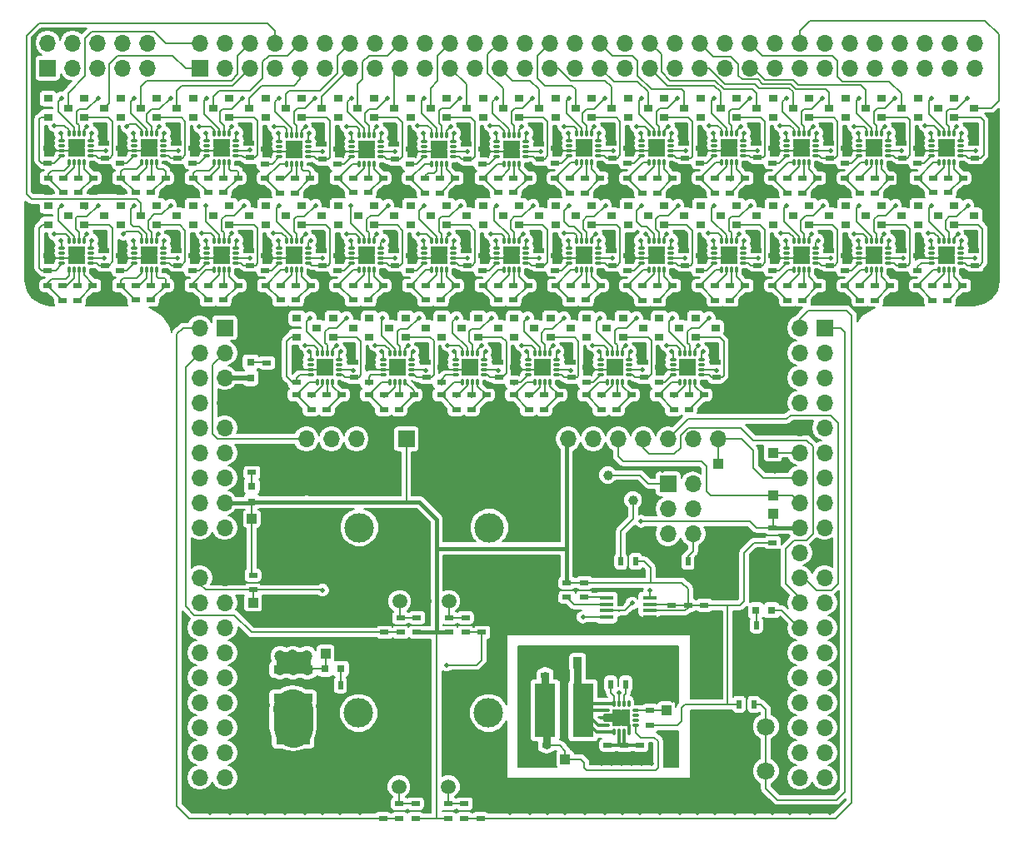
<source format=gbr>
G04 #@! TF.FileFunction,Copper,L1,Top,Signal*
%FSLAX46Y46*%
G04 Gerber Fmt 4.6, Leading zero omitted, Abs format (unit mm)*
G04 Created by KiCad (PCBNEW 4.0.7-e2-6376~58~ubuntu17.04.1) date Mon Dec 11 10:41:26 2017*
%MOMM*%
%LPD*%
G01*
G04 APERTURE LIST*
%ADD10C,0.100000*%
%ADD11C,3.000000*%
%ADD12C,1.500000*%
%ADD13C,0.500000*%
%ADD14R,0.900000X0.500000*%
%ADD15C,1.800000*%
%ADD16R,0.800000X0.800000*%
%ADD17R,0.500000X0.900000*%
%ADD18R,1.000000X1.000000*%
%ADD19R,0.900000X1.200000*%
%ADD20O,0.750000X0.300000*%
%ADD21O,0.300000X0.750000*%
%ADD22R,0.900000X0.900000*%
%ADD23R,1.700000X1.700000*%
%ADD24O,1.700000X1.700000*%
%ADD25R,1.450000X0.450000*%
%ADD26R,2.150000X5.500000*%
%ADD27R,3.500000X3.500000*%
%ADD28C,1.000000*%
%ADD29R,0.900000X0.800000*%
%ADD30R,4.000000X0.900000*%
%ADD31C,1.200000*%
%ADD32C,0.800000*%
%ADD33C,0.200000*%
%ADD34C,0.400000*%
%ADD35C,0.300000*%
%ADD36C,0.800000*%
%ADD37C,0.600000*%
%ADD38C,0.500000*%
%ADD39C,4.000000*%
G04 APERTURE END LIST*
D10*
D11*
X34465000Y-52053000D03*
D12*
X43565000Y-59553000D03*
X38565000Y-59553000D03*
X41065000Y-59553000D03*
D11*
X47665000Y-52053000D03*
D13*
X26917200Y-56632000D03*
X21075200Y-56632000D03*
X36315200Y-56632000D03*
X38347200Y-56632000D03*
X40379200Y-56632000D03*
X34537200Y-56632000D03*
X32759200Y-56632000D03*
X28695200Y-56632000D03*
D14*
X40176000Y-81639000D03*
X40176000Y-80139000D03*
X36874000Y-81639000D03*
X36874000Y-80139000D03*
D13*
X19297200Y-81016000D03*
X21329200Y-81016000D03*
X23107200Y-81016000D03*
X30727200Y-81016000D03*
X28949200Y-81016000D03*
X26917200Y-81016000D03*
X24885200Y-81016000D03*
X34537200Y-81016000D03*
X32505200Y-81016000D03*
X62985200Y-81016000D03*
X65017200Y-81016000D03*
X67049200Y-81016000D03*
X68827200Y-81016000D03*
X76447200Y-81016000D03*
X74669200Y-81016000D03*
X72637200Y-81016000D03*
X70605200Y-81016000D03*
X55365200Y-81016000D03*
X57397200Y-81016000D03*
X59429200Y-81016000D03*
X61207200Y-81016000D03*
X53587200Y-81016000D03*
X51809200Y-81016000D03*
X49777200Y-81016000D03*
X82289200Y-81016000D03*
X80257200Y-81016000D03*
X78225200Y-81016000D03*
X44189200Y-56632000D03*
X45967200Y-56632000D03*
X65017200Y-56632000D03*
X67049200Y-56632000D03*
X68827200Y-56632000D03*
X76447200Y-56632000D03*
X74669200Y-56632000D03*
X72637200Y-56632000D03*
X70605200Y-56632000D03*
X57397200Y-56632000D03*
X59429200Y-56632000D03*
X61207200Y-56632000D03*
X53587200Y-56632000D03*
X51809200Y-56632000D03*
X49777200Y-56632000D03*
X47745200Y-56632000D03*
X57651200Y-46218000D03*
X63493200Y-46218000D03*
X65271200Y-46218000D03*
X76701200Y-46345000D03*
X42411200Y-46218000D03*
X44443200Y-46218000D03*
X46475200Y-46218000D03*
X48253200Y-46218000D03*
X54095200Y-46218000D03*
X52063200Y-46218000D03*
X50031200Y-46218000D03*
X34791200Y-46218000D03*
X36823200Y-46218000D03*
X40633200Y-46218000D03*
X33013200Y-46218000D03*
X29203200Y-46218000D03*
X27171200Y-46218000D03*
X67811200Y-27168000D03*
X67811200Y-28946000D03*
X60191200Y-26914000D03*
X60191200Y-28946000D03*
X52317200Y-28946000D03*
X37585200Y-28946000D03*
X44951200Y-28946000D03*
X30219200Y-28946000D03*
X23615200Y-28946000D03*
X23615200Y-26914000D03*
X16249200Y-28946000D03*
X16249200Y-26914000D03*
X8629200Y-28946000D03*
X8629200Y-26914000D03*
X50920200Y-64379000D03*
X66287200Y-73650000D03*
X66287200Y-74666000D03*
X66287200Y-75682000D03*
X66287200Y-69586000D03*
X66287200Y-68570000D03*
X66287200Y-65522000D03*
X66287200Y-67554000D03*
X66287200Y-66538000D03*
D15*
X75781000Y-72299000D03*
X75781000Y-76799000D03*
X69281000Y-72299000D03*
X69281000Y-76799000D03*
D13*
X51936200Y-76063000D03*
X52952200Y-76063000D03*
X50920200Y-76063000D03*
X53968200Y-76063000D03*
X61080200Y-76063000D03*
X62096200Y-76063000D03*
X60064200Y-76063000D03*
X59048200Y-76063000D03*
X63112200Y-76063000D03*
X64128200Y-76063000D03*
X64128200Y-64379000D03*
X65144200Y-64379000D03*
X63112200Y-64379000D03*
X66160200Y-64379000D03*
X58032200Y-64379000D03*
X59048200Y-64379000D03*
X57016200Y-64379000D03*
X60064200Y-64379000D03*
X62096200Y-64379000D03*
X61080200Y-64379000D03*
X54984200Y-64379000D03*
X56000200Y-64379000D03*
X53968200Y-64379000D03*
X52952200Y-64379000D03*
X51936200Y-64379000D03*
X51047200Y-65522000D03*
X51047200Y-66538000D03*
X51047200Y-69586000D03*
X51047200Y-74666000D03*
X51047200Y-73650000D03*
X51047200Y-70602000D03*
X51047200Y-72634000D03*
X51047200Y-71618000D03*
X74923200Y-26406000D03*
X74923200Y-28692000D03*
X82289200Y-26406000D03*
X82289200Y-28692000D03*
X89909200Y-28438000D03*
X89909200Y-26406000D03*
X97275200Y-28438000D03*
X97275200Y-26406000D03*
X97275200Y-15992000D03*
X97275200Y-17770000D03*
X65271200Y-13477400D03*
X57879800Y-13477400D03*
X89909200Y-15992000D03*
X89909200Y-17770000D03*
X82543200Y-15992000D03*
X82543200Y-17770000D03*
X75177200Y-15992000D03*
X75177200Y-17770000D03*
X67557200Y-16754000D03*
X67557200Y-17770000D03*
X59937200Y-18024000D03*
X59937200Y-16500000D03*
X52825200Y-15992000D03*
X52825200Y-18024000D03*
X45459200Y-15992000D03*
X45459200Y-18024000D03*
X38093200Y-15992000D03*
X38093200Y-18024000D03*
X30727200Y-15992000D03*
X30727200Y-18024000D03*
X23615200Y-15992000D03*
X23615200Y-18024000D03*
X15995200Y-15484000D03*
X15995200Y-18024000D03*
D14*
X2838000Y-18012000D03*
X2838000Y-16512000D03*
D13*
X8629200Y-15992000D03*
X8629200Y-17770000D03*
X7359200Y-17770000D03*
D14*
X38525000Y-81639000D03*
X38525000Y-80139000D03*
X24936000Y-28934000D03*
X24936000Y-27434000D03*
D16*
X23539000Y-49431000D03*
X23539000Y-47831000D03*
D14*
X23539000Y-46460000D03*
X23539000Y-44960000D03*
D17*
X73081000Y-70030500D03*
X74581000Y-70030500D03*
D14*
X46780000Y-81639000D03*
X46780000Y-80139000D03*
X45129000Y-81639000D03*
X45129000Y-80139000D03*
X37001000Y-62716000D03*
X37001000Y-61216000D03*
X45256000Y-62716000D03*
X45256000Y-61216000D03*
X46907000Y-62716000D03*
X46907000Y-61216000D03*
D18*
X31032000Y-64887000D03*
D19*
X56646000Y-65812000D03*
X59946000Y-65812000D03*
D20*
X7204000Y-25134000D03*
X7204000Y-24634000D03*
X7204000Y-24134000D03*
X7204000Y-23634000D03*
D21*
X6479000Y-22909000D03*
X5979000Y-22909000D03*
X5479000Y-22909000D03*
X4979000Y-22909000D03*
D20*
X4254000Y-23634000D03*
X4254000Y-24134000D03*
X4254000Y-24634000D03*
X4254000Y-25134000D03*
D21*
X4979000Y-25859000D03*
X5479000Y-25859000D03*
X5979000Y-25859000D03*
X6479000Y-25859000D03*
D22*
X5279000Y-23934000D03*
X5279000Y-24834000D03*
X6179000Y-23934000D03*
X6179000Y-24834000D03*
D14*
X66211000Y-59946000D03*
X66211000Y-61446000D03*
X67862000Y-59946000D03*
X67862000Y-61446000D03*
X69513000Y-59946000D03*
X69513000Y-61446000D03*
X59693000Y-74206000D03*
X59693000Y-75706000D03*
X61344000Y-74206000D03*
X61344000Y-75706000D03*
X62995000Y-74206000D03*
X62995000Y-75706000D03*
D16*
X30994000Y-66411000D03*
X32594000Y-66411000D03*
X23412000Y-36858000D03*
X23412000Y-35258000D03*
D23*
X18302000Y-5334000D03*
D24*
X18302000Y-2794000D03*
X20842000Y-5334000D03*
X20842000Y-2794000D03*
X23382000Y-5334000D03*
X23382000Y-2794000D03*
X25922000Y-5334000D03*
X25922000Y-2794000D03*
X28462000Y-5334000D03*
X28462000Y-2794000D03*
X31002000Y-5334000D03*
X31002000Y-2794000D03*
X33542000Y-5334000D03*
X33542000Y-2794000D03*
X36082000Y-5334000D03*
X36082000Y-2794000D03*
X38622000Y-5334000D03*
X38622000Y-2794000D03*
X41162000Y-5334000D03*
X41162000Y-2794000D03*
X43702000Y-5334000D03*
X43702000Y-2794000D03*
X46242000Y-5334000D03*
X46242000Y-2794000D03*
X48782000Y-5334000D03*
X48782000Y-2794000D03*
X51322000Y-5334000D03*
X51322000Y-2794000D03*
X53862000Y-5334000D03*
X53862000Y-2794000D03*
X56402000Y-5334000D03*
X56402000Y-2794000D03*
X58942000Y-5334000D03*
X58942000Y-2794000D03*
X61482000Y-5334000D03*
X61482000Y-2794000D03*
X64022000Y-5334000D03*
X64022000Y-2794000D03*
X66562000Y-5334000D03*
X66562000Y-2794000D03*
X69102000Y-5334000D03*
X69102000Y-2794000D03*
X71642000Y-5334000D03*
X71642000Y-2794000D03*
X74182000Y-5334000D03*
X74182000Y-2794000D03*
X76722000Y-5334000D03*
X76722000Y-2794000D03*
X79262000Y-5334000D03*
X79262000Y-2794000D03*
X81802000Y-5334000D03*
X81802000Y-2794000D03*
X84342000Y-5334000D03*
X84342000Y-2794000D03*
X86882000Y-5334000D03*
X86882000Y-2794000D03*
X89422000Y-5334000D03*
X89422000Y-2794000D03*
X91962000Y-5334000D03*
X91962000Y-2794000D03*
X94502000Y-5334000D03*
X94502000Y-2794000D03*
X97042000Y-5334000D03*
X97042000Y-2794000D03*
D23*
X65830000Y-47615000D03*
D24*
X68370000Y-47615000D03*
X65830000Y-50155000D03*
X68370000Y-50155000D03*
X65830000Y-52695000D03*
X68370000Y-52695000D03*
D23*
X39236200Y-43043000D03*
D24*
X36696200Y-43043000D03*
X34156200Y-43043000D03*
X31616200Y-43043000D03*
X29076200Y-43043000D03*
D23*
X2808000Y-5334000D03*
D24*
X2808000Y-2794000D03*
X5348000Y-5334000D03*
X5348000Y-2794000D03*
X7888000Y-5334000D03*
X7888000Y-2794000D03*
X10428000Y-5334000D03*
X10428000Y-2794000D03*
X12968000Y-5334000D03*
X12968000Y-2794000D03*
D23*
X20790000Y-31740000D03*
D24*
X18250000Y-31740000D03*
X20790000Y-34280000D03*
X18250000Y-34280000D03*
X20790000Y-36820000D03*
X18250000Y-36820000D03*
X20790000Y-39360000D03*
X18250000Y-39360000D03*
X20790000Y-41900000D03*
X18250000Y-41900000D03*
X20790000Y-44440000D03*
X18250000Y-44440000D03*
X20790000Y-46980000D03*
X18250000Y-46980000D03*
X20790000Y-49520000D03*
X18250000Y-49520000D03*
X20790000Y-52060000D03*
X18250000Y-52060000D03*
X20790000Y-54600000D03*
X18250000Y-54600000D03*
X20790000Y-57140000D03*
X18250000Y-57140000D03*
X20790000Y-59680000D03*
X18250000Y-59680000D03*
X20790000Y-62220000D03*
X18250000Y-62220000D03*
X20790000Y-64760000D03*
X18250000Y-64760000D03*
X20790000Y-67300000D03*
X18250000Y-67300000D03*
X20790000Y-69840000D03*
X18250000Y-69840000D03*
X20790000Y-72380000D03*
X18250000Y-72380000D03*
X20790000Y-74920000D03*
X18250000Y-74920000D03*
X20790000Y-77460000D03*
X18250000Y-77460000D03*
D23*
X81750000Y-31740000D03*
D24*
X79210000Y-31740000D03*
X81750000Y-34280000D03*
X79210000Y-34280000D03*
X81750000Y-36820000D03*
X79210000Y-36820000D03*
X81750000Y-39360000D03*
X79210000Y-39360000D03*
X81750000Y-41900000D03*
X79210000Y-41900000D03*
X81750000Y-44440000D03*
X79210000Y-44440000D03*
X81750000Y-46980000D03*
X79210000Y-46980000D03*
X81750000Y-49520000D03*
X79210000Y-49520000D03*
X81750000Y-52060000D03*
X79210000Y-52060000D03*
X81750000Y-54600000D03*
X79210000Y-54600000D03*
X81750000Y-57140000D03*
X79210000Y-57140000D03*
X81750000Y-59680000D03*
X79210000Y-59680000D03*
X81750000Y-62220000D03*
X79210000Y-62220000D03*
X81750000Y-64760000D03*
X79210000Y-64760000D03*
X81750000Y-67300000D03*
X79210000Y-67300000D03*
X81750000Y-69840000D03*
X79210000Y-69840000D03*
X81750000Y-72380000D03*
X79210000Y-72380000D03*
X81750000Y-74920000D03*
X79210000Y-74920000D03*
X81750000Y-77460000D03*
X79210000Y-77460000D03*
D14*
X57321000Y-57660000D03*
X57321000Y-59160000D03*
X55543000Y-57660000D03*
X55543000Y-59160000D03*
D17*
X61016000Y-55489000D03*
X62516000Y-55489000D03*
X67850000Y-55489000D03*
X66350000Y-55489000D03*
D14*
X5886000Y-18012000D03*
X5886000Y-16512000D03*
X7410000Y-18012000D03*
X7410000Y-16512000D03*
X8650000Y-14466000D03*
X8650000Y-12966000D03*
X2808000Y-14974000D03*
X2808000Y-13474000D03*
X4362000Y-18012000D03*
X4362000Y-16512000D03*
X5856000Y-28944000D03*
X5856000Y-27444000D03*
X7380000Y-28944000D03*
X7380000Y-27444000D03*
X8650000Y-25388000D03*
X8650000Y-23888000D03*
X2808000Y-25896000D03*
X2808000Y-24396000D03*
X2808000Y-28944000D03*
X2808000Y-27444000D03*
X4332000Y-28944000D03*
X4332000Y-27444000D03*
X13252000Y-18012000D03*
X13252000Y-16512000D03*
X14776000Y-18012000D03*
X14776000Y-16512000D03*
X16016000Y-14466000D03*
X16016000Y-12966000D03*
X10174000Y-14974000D03*
X10174000Y-13474000D03*
X10204000Y-18012000D03*
X10204000Y-16512000D03*
X11728000Y-18012000D03*
X11728000Y-16512000D03*
X13252000Y-28934000D03*
X13252000Y-27434000D03*
X14776000Y-28934000D03*
X14776000Y-27434000D03*
X16016000Y-25388000D03*
X16016000Y-23888000D03*
X10174000Y-25896000D03*
X10174000Y-24396000D03*
X10204000Y-28934000D03*
X10204000Y-27434000D03*
X11728000Y-28934000D03*
X11728000Y-27434000D03*
X20618000Y-18012000D03*
X20618000Y-16512000D03*
X22142000Y-18012000D03*
X22142000Y-16512000D03*
X23361200Y-14456000D03*
X23361200Y-12956000D03*
X17540000Y-14974000D03*
X17540000Y-13474000D03*
X17570000Y-18012000D03*
X17570000Y-16512000D03*
X19094000Y-18012000D03*
X19094000Y-16512000D03*
X20618000Y-28934000D03*
X20618000Y-27434000D03*
X22142000Y-28934000D03*
X22142000Y-27434000D03*
X23382000Y-25388000D03*
X23382000Y-23888000D03*
X17540000Y-25896000D03*
X17540000Y-24396000D03*
X17570000Y-28934000D03*
X17570000Y-27434000D03*
X19094000Y-28934000D03*
X19094000Y-27434000D03*
X27954000Y-18022000D03*
X27954000Y-16522000D03*
X29478000Y-18022000D03*
X29478000Y-16522000D03*
X30748000Y-14593000D03*
X30748000Y-13093000D03*
X24885200Y-15091000D03*
X24885200Y-13591000D03*
X24906000Y-18022000D03*
X24906000Y-16522000D03*
X26430000Y-18022000D03*
X26430000Y-16522000D03*
X27984000Y-28934000D03*
X27984000Y-27434000D03*
X29508000Y-28934000D03*
X29508000Y-27434000D03*
X30748000Y-25388000D03*
X30748000Y-23888000D03*
X24906000Y-25896000D03*
X24906000Y-24396000D03*
X26460000Y-28934000D03*
X26460000Y-27434000D03*
X35350000Y-18012000D03*
X35350000Y-16512000D03*
X36874000Y-18012000D03*
X36874000Y-16512000D03*
X38114000Y-14593000D03*
X38114000Y-13093000D03*
X32272000Y-15101000D03*
X32272000Y-13601000D03*
X32302000Y-18012000D03*
X32302000Y-16512000D03*
X33826000Y-18012000D03*
X33826000Y-16512000D03*
X35350000Y-28934000D03*
X35350000Y-27434000D03*
X36874000Y-28934000D03*
X36874000Y-27434000D03*
X38114000Y-25388000D03*
X38114000Y-23888000D03*
X32272000Y-25896000D03*
X32272000Y-24396000D03*
X32272000Y-28944000D03*
X32272000Y-27444000D03*
X33826000Y-28934000D03*
X33826000Y-27434000D03*
X42686000Y-18022000D03*
X42686000Y-16522000D03*
X44210000Y-18022000D03*
X44210000Y-16522000D03*
X45480000Y-14593000D03*
X45480000Y-13093000D03*
X39638000Y-15101000D03*
X39638000Y-13601000D03*
X39638000Y-18022000D03*
X39638000Y-16522000D03*
X41162000Y-18022000D03*
X41162000Y-16522000D03*
X42716000Y-28934000D03*
X42716000Y-27434000D03*
X44240000Y-28934000D03*
X44240000Y-27434000D03*
X45480000Y-25388000D03*
X45480000Y-23888000D03*
X39638000Y-25896000D03*
X39638000Y-24396000D03*
X39668000Y-28934000D03*
X39668000Y-27434000D03*
X41192000Y-28934000D03*
X41192000Y-27434000D03*
X50082000Y-18012000D03*
X50082000Y-16512000D03*
X51606000Y-18012000D03*
X51606000Y-16512000D03*
X52846000Y-14593000D03*
X52846000Y-13093000D03*
X47004000Y-15101000D03*
X47004000Y-13601000D03*
X47034000Y-18012000D03*
X47034000Y-16512000D03*
X48558000Y-18012000D03*
X48558000Y-16512000D03*
X50082000Y-28934000D03*
X50082000Y-27434000D03*
X51606000Y-28934000D03*
X51606000Y-27434000D03*
X52846000Y-25388000D03*
X52846000Y-23888000D03*
X47004000Y-25896000D03*
X47004000Y-24396000D03*
X47034000Y-28934000D03*
X47034000Y-27434000D03*
X48558000Y-28934000D03*
X48558000Y-27434000D03*
X57418000Y-18022000D03*
X57418000Y-16522000D03*
X58942000Y-18022000D03*
X58942000Y-16522000D03*
X60212000Y-14466000D03*
X60212000Y-12966000D03*
X54370000Y-14974000D03*
X54370000Y-13474000D03*
X54370000Y-18022000D03*
X54370000Y-16522000D03*
X55894000Y-18022000D03*
X55894000Y-16522000D03*
X57448000Y-28934000D03*
X57448000Y-27434000D03*
X58972000Y-28934000D03*
X58972000Y-27434000D03*
X60212000Y-25388000D03*
X60212000Y-23888000D03*
X54370000Y-25896000D03*
X54370000Y-24396000D03*
X54400000Y-28934000D03*
X54400000Y-27434000D03*
X55924000Y-28934000D03*
X55924000Y-27434000D03*
X67933600Y-40069200D03*
X67933600Y-38569200D03*
X69457600Y-40069200D03*
X69457600Y-38569200D03*
X70727600Y-36767200D03*
X70727600Y-35267200D03*
X64885600Y-37275200D03*
X64885600Y-35775200D03*
X64885600Y-40069200D03*
X64885600Y-38569200D03*
X66409600Y-40069200D03*
X66409600Y-38569200D03*
X60567600Y-40069200D03*
X60567600Y-38569200D03*
X62091600Y-40069200D03*
X62091600Y-38569200D03*
X63361600Y-36767200D03*
X63361600Y-35267200D03*
X57519600Y-37275200D03*
X57519600Y-35775200D03*
X57519600Y-40069200D03*
X57519600Y-38569200D03*
X59043600Y-40069200D03*
X59043600Y-38569200D03*
X53201600Y-40069200D03*
X53201600Y-38569200D03*
X54725600Y-40069200D03*
X54725600Y-38569200D03*
X55995600Y-36767200D03*
X55995600Y-35267200D03*
X50153600Y-37275200D03*
X50153600Y-35775200D03*
X50153600Y-40069200D03*
X50153600Y-38569200D03*
X51677600Y-40069200D03*
X51677600Y-38569200D03*
X45835600Y-40069200D03*
X45835600Y-38569200D03*
X47359600Y-40069200D03*
X47359600Y-38569200D03*
X48629600Y-36767200D03*
X48629600Y-35267200D03*
X42787600Y-37275200D03*
X42787600Y-35775200D03*
X42787600Y-40069200D03*
X42787600Y-38569200D03*
X44311600Y-40069200D03*
X44311600Y-38569200D03*
X38469600Y-40069200D03*
X38469600Y-38569200D03*
X39993600Y-40069200D03*
X39993600Y-38569200D03*
X41263600Y-36767200D03*
X41263600Y-35267200D03*
X35421600Y-37275200D03*
X35421600Y-35775200D03*
X35421600Y-40069200D03*
X35421600Y-38569200D03*
X36945600Y-40069200D03*
X36945600Y-38569200D03*
X31103600Y-40069200D03*
X31103600Y-38569200D03*
X32627600Y-40069200D03*
X32627600Y-38569200D03*
X33897600Y-36767200D03*
X33897600Y-35267200D03*
X28055600Y-37275200D03*
X28055600Y-35775200D03*
X28055600Y-40069200D03*
X28055600Y-38569200D03*
X29579600Y-40069200D03*
X29579600Y-38569200D03*
X94248000Y-28944000D03*
X94248000Y-27444000D03*
X95772000Y-28944000D03*
X95772000Y-27444000D03*
X97042000Y-25388000D03*
X97042000Y-23888000D03*
X91200000Y-25896000D03*
X91200000Y-24396000D03*
X91200000Y-28944000D03*
X91200000Y-27444000D03*
X92724000Y-28944000D03*
X92724000Y-27444000D03*
X94278000Y-18012000D03*
X94278000Y-16512000D03*
X95802000Y-18012000D03*
X95802000Y-16512000D03*
X97042000Y-14466000D03*
X97042000Y-12966000D03*
X91200000Y-14974000D03*
X91200000Y-13474000D03*
X91230000Y-18012000D03*
X91230000Y-16512000D03*
X92754000Y-18012000D03*
X92754000Y-16512000D03*
X86882000Y-28944000D03*
X86882000Y-27444000D03*
X88406000Y-28944000D03*
X88406000Y-27444000D03*
X89676000Y-25388000D03*
X89676000Y-23888000D03*
X83834000Y-25896000D03*
X83834000Y-24396000D03*
X83834000Y-28944000D03*
X83834000Y-27444000D03*
X85358000Y-28944000D03*
X85358000Y-27444000D03*
X86882000Y-18022000D03*
X86882000Y-16522000D03*
X88406000Y-18022000D03*
X88406000Y-16522000D03*
X89676000Y-14466000D03*
X89676000Y-12966000D03*
X83834000Y-14974000D03*
X83834000Y-13474000D03*
X83834000Y-18022000D03*
X83834000Y-16522000D03*
X85358000Y-18022000D03*
X85358000Y-16522000D03*
X79516000Y-28944000D03*
X79516000Y-27444000D03*
X81040000Y-28944000D03*
X81040000Y-27444000D03*
X82310000Y-25388000D03*
X82310000Y-23888000D03*
X76468000Y-25896000D03*
X76468000Y-24396000D03*
X76468000Y-28944000D03*
X76468000Y-27444000D03*
X77992000Y-28944000D03*
X77992000Y-27444000D03*
X79516000Y-18022000D03*
X79516000Y-16522000D03*
X81040000Y-18022000D03*
X81040000Y-16522000D03*
X82310000Y-14466000D03*
X82310000Y-12966000D03*
X76468000Y-14974000D03*
X76468000Y-13474000D03*
X76468000Y-18022000D03*
X76468000Y-16522000D03*
X77992000Y-18022000D03*
X77992000Y-16522000D03*
X72150000Y-28944000D03*
X72150000Y-27444000D03*
X73674000Y-28944000D03*
X73674000Y-27444000D03*
X74944000Y-25388000D03*
X74944000Y-23888000D03*
X69102000Y-25896000D03*
X69102000Y-24396000D03*
X69102000Y-28944000D03*
X69102000Y-27444000D03*
X70626000Y-28944000D03*
X70626000Y-27444000D03*
X72150000Y-18022000D03*
X72150000Y-16522000D03*
X73674000Y-18022000D03*
X73674000Y-16522000D03*
X74923200Y-14456000D03*
X74923200Y-12956000D03*
X69102000Y-14974000D03*
X69102000Y-13474000D03*
X69102000Y-18022000D03*
X69102000Y-16522000D03*
X70626000Y-18022000D03*
X70626000Y-16522000D03*
X64784000Y-28944000D03*
X64784000Y-27444000D03*
X66308000Y-28944000D03*
X66308000Y-27444000D03*
X67578000Y-25388000D03*
X67578000Y-23888000D03*
X61736000Y-25896000D03*
X61736000Y-24396000D03*
X61736000Y-28944000D03*
X61736000Y-27444000D03*
X63260000Y-28944000D03*
X63260000Y-27444000D03*
X64784000Y-18022000D03*
X64784000Y-16522000D03*
X66308000Y-18022000D03*
X66308000Y-16522000D03*
X67578000Y-14466000D03*
X67578000Y-12966000D03*
X61736000Y-14974000D03*
X61736000Y-13474000D03*
X61736000Y-18022000D03*
X61736000Y-16522000D03*
X63260000Y-18022000D03*
X63260000Y-16522000D03*
X64011000Y-72150000D03*
X64011000Y-70650000D03*
D17*
X32544000Y-68062000D03*
X31044000Y-68062000D03*
D14*
X25063000Y-35308000D03*
X25063000Y-36808000D03*
X23666000Y-56898000D03*
X23666000Y-58398000D03*
X76468000Y-53582000D03*
X76468000Y-52082000D03*
X43478000Y-81639000D03*
X43478000Y-80139000D03*
X43605000Y-62716000D03*
X43605000Y-61216000D03*
X40303000Y-62716000D03*
X40303000Y-61216000D03*
X38652000Y-62716000D03*
X38652000Y-61216000D03*
D18*
X65662000Y-70638000D03*
X23539000Y-51171000D03*
X55375000Y-75591000D03*
X76498000Y-48821500D03*
X76498000Y-44440000D03*
X23666000Y-59680000D03*
X76498000Y-50663000D03*
D20*
X14570000Y-14212000D03*
X14570000Y-13712000D03*
X14570000Y-13212000D03*
X14570000Y-12712000D03*
D21*
X13845000Y-11987000D03*
X13345000Y-11987000D03*
X12845000Y-11987000D03*
X12345000Y-11987000D03*
D20*
X11620000Y-12712000D03*
X11620000Y-13212000D03*
X11620000Y-13712000D03*
X11620000Y-14212000D03*
D21*
X12345000Y-14937000D03*
X12845000Y-14937000D03*
X13345000Y-14937000D03*
X13845000Y-14937000D03*
D22*
X12645000Y-13012000D03*
X12645000Y-13912000D03*
X13545000Y-13012000D03*
X13545000Y-13912000D03*
D20*
X14570000Y-25134000D03*
X14570000Y-24634000D03*
X14570000Y-24134000D03*
X14570000Y-23634000D03*
D21*
X13845000Y-22909000D03*
X13345000Y-22909000D03*
X12845000Y-22909000D03*
X12345000Y-22909000D03*
D20*
X11620000Y-23634000D03*
X11620000Y-24134000D03*
X11620000Y-24634000D03*
X11620000Y-25134000D03*
D21*
X12345000Y-25859000D03*
X12845000Y-25859000D03*
X13345000Y-25859000D03*
X13845000Y-25859000D03*
D22*
X12645000Y-23934000D03*
X12645000Y-24834000D03*
X13545000Y-23934000D03*
X13545000Y-24834000D03*
D20*
X21936000Y-14212000D03*
X21936000Y-13712000D03*
X21936000Y-13212000D03*
X21936000Y-12712000D03*
D21*
X21211000Y-11987000D03*
X20711000Y-11987000D03*
X20211000Y-11987000D03*
X19711000Y-11987000D03*
D20*
X18986000Y-12712000D03*
X18986000Y-13212000D03*
X18986000Y-13712000D03*
X18986000Y-14212000D03*
D21*
X19711000Y-14937000D03*
X20211000Y-14937000D03*
X20711000Y-14937000D03*
X21211000Y-14937000D03*
D22*
X20011000Y-13012000D03*
X20011000Y-13912000D03*
X20911000Y-13012000D03*
X20911000Y-13912000D03*
D20*
X21936000Y-25134000D03*
X21936000Y-24634000D03*
X21936000Y-24134000D03*
X21936000Y-23634000D03*
D21*
X21211000Y-22909000D03*
X20711000Y-22909000D03*
X20211000Y-22909000D03*
X19711000Y-22909000D03*
D20*
X18986000Y-23634000D03*
X18986000Y-24134000D03*
X18986000Y-24634000D03*
X18986000Y-25134000D03*
D21*
X19711000Y-25859000D03*
X20211000Y-25859000D03*
X20711000Y-25859000D03*
X21211000Y-25859000D03*
D22*
X20011000Y-23934000D03*
X20011000Y-24834000D03*
X20911000Y-23934000D03*
X20911000Y-24834000D03*
D20*
X29302000Y-14339000D03*
X29302000Y-13839000D03*
X29302000Y-13339000D03*
X29302000Y-12839000D03*
D21*
X28577000Y-12114000D03*
X28077000Y-12114000D03*
X27577000Y-12114000D03*
X27077000Y-12114000D03*
D20*
X26352000Y-12839000D03*
X26352000Y-13339000D03*
X26352000Y-13839000D03*
X26352000Y-14339000D03*
D21*
X27077000Y-15064000D03*
X27577000Y-15064000D03*
X28077000Y-15064000D03*
X28577000Y-15064000D03*
D22*
X27377000Y-13139000D03*
X27377000Y-14039000D03*
X28277000Y-13139000D03*
X28277000Y-14039000D03*
D20*
X29302000Y-25134000D03*
X29302000Y-24634000D03*
X29302000Y-24134000D03*
X29302000Y-23634000D03*
D21*
X28577000Y-22909000D03*
X28077000Y-22909000D03*
X27577000Y-22909000D03*
X27077000Y-22909000D03*
D20*
X26352000Y-23634000D03*
X26352000Y-24134000D03*
X26352000Y-24634000D03*
X26352000Y-25134000D03*
D21*
X27077000Y-25859000D03*
X27577000Y-25859000D03*
X28077000Y-25859000D03*
X28577000Y-25859000D03*
D22*
X27377000Y-23934000D03*
X27377000Y-24834000D03*
X28277000Y-23934000D03*
X28277000Y-24834000D03*
D20*
X36668000Y-14339000D03*
X36668000Y-13839000D03*
X36668000Y-13339000D03*
X36668000Y-12839000D03*
D21*
X35943000Y-12114000D03*
X35443000Y-12114000D03*
X34943000Y-12114000D03*
X34443000Y-12114000D03*
D20*
X33718000Y-12839000D03*
X33718000Y-13339000D03*
X33718000Y-13839000D03*
X33718000Y-14339000D03*
D21*
X34443000Y-15064000D03*
X34943000Y-15064000D03*
X35443000Y-15064000D03*
X35943000Y-15064000D03*
D22*
X34743000Y-13139000D03*
X34743000Y-14039000D03*
X35643000Y-13139000D03*
X35643000Y-14039000D03*
D20*
X36668000Y-25134000D03*
X36668000Y-24634000D03*
X36668000Y-24134000D03*
X36668000Y-23634000D03*
D21*
X35943000Y-22909000D03*
X35443000Y-22909000D03*
X34943000Y-22909000D03*
X34443000Y-22909000D03*
D20*
X33718000Y-23634000D03*
X33718000Y-24134000D03*
X33718000Y-24634000D03*
X33718000Y-25134000D03*
D21*
X34443000Y-25859000D03*
X34943000Y-25859000D03*
X35443000Y-25859000D03*
X35943000Y-25859000D03*
D22*
X34743000Y-23934000D03*
X34743000Y-24834000D03*
X35643000Y-23934000D03*
X35643000Y-24834000D03*
D20*
X44034000Y-14339000D03*
X44034000Y-13839000D03*
X44034000Y-13339000D03*
X44034000Y-12839000D03*
D21*
X43309000Y-12114000D03*
X42809000Y-12114000D03*
X42309000Y-12114000D03*
X41809000Y-12114000D03*
D20*
X41084000Y-12839000D03*
X41084000Y-13339000D03*
X41084000Y-13839000D03*
X41084000Y-14339000D03*
D21*
X41809000Y-15064000D03*
X42309000Y-15064000D03*
X42809000Y-15064000D03*
X43309000Y-15064000D03*
D22*
X42109000Y-13139000D03*
X42109000Y-14039000D03*
X43009000Y-13139000D03*
X43009000Y-14039000D03*
D20*
X44034000Y-25134000D03*
X44034000Y-24634000D03*
X44034000Y-24134000D03*
X44034000Y-23634000D03*
D21*
X43309000Y-22909000D03*
X42809000Y-22909000D03*
X42309000Y-22909000D03*
X41809000Y-22909000D03*
D20*
X41084000Y-23634000D03*
X41084000Y-24134000D03*
X41084000Y-24634000D03*
X41084000Y-25134000D03*
D21*
X41809000Y-25859000D03*
X42309000Y-25859000D03*
X42809000Y-25859000D03*
X43309000Y-25859000D03*
D22*
X42109000Y-23934000D03*
X42109000Y-24834000D03*
X43009000Y-23934000D03*
X43009000Y-24834000D03*
D20*
X51400000Y-14339000D03*
X51400000Y-13839000D03*
X51400000Y-13339000D03*
X51400000Y-12839000D03*
D21*
X50675000Y-12114000D03*
X50175000Y-12114000D03*
X49675000Y-12114000D03*
X49175000Y-12114000D03*
D20*
X48450000Y-12839000D03*
X48450000Y-13339000D03*
X48450000Y-13839000D03*
X48450000Y-14339000D03*
D21*
X49175000Y-15064000D03*
X49675000Y-15064000D03*
X50175000Y-15064000D03*
X50675000Y-15064000D03*
D22*
X49475000Y-13139000D03*
X49475000Y-14039000D03*
X50375000Y-13139000D03*
X50375000Y-14039000D03*
D20*
X51400000Y-25134000D03*
X51400000Y-24634000D03*
X51400000Y-24134000D03*
X51400000Y-23634000D03*
D21*
X50675000Y-22909000D03*
X50175000Y-22909000D03*
X49675000Y-22909000D03*
X49175000Y-22909000D03*
D20*
X48450000Y-23634000D03*
X48450000Y-24134000D03*
X48450000Y-24634000D03*
X48450000Y-25134000D03*
D21*
X49175000Y-25859000D03*
X49675000Y-25859000D03*
X50175000Y-25859000D03*
X50675000Y-25859000D03*
D22*
X49475000Y-23934000D03*
X49475000Y-24834000D03*
X50375000Y-23934000D03*
X50375000Y-24834000D03*
D20*
X58766000Y-14212000D03*
X58766000Y-13712000D03*
X58766000Y-13212000D03*
X58766000Y-12712000D03*
D21*
X58041000Y-11987000D03*
X57541000Y-11987000D03*
X57041000Y-11987000D03*
X56541000Y-11987000D03*
D20*
X55816000Y-12712000D03*
X55816000Y-13212000D03*
X55816000Y-13712000D03*
X55816000Y-14212000D03*
D21*
X56541000Y-14937000D03*
X57041000Y-14937000D03*
X57541000Y-14937000D03*
X58041000Y-14937000D03*
D22*
X56841000Y-13012000D03*
X56841000Y-13912000D03*
X57741000Y-13012000D03*
X57741000Y-13912000D03*
D20*
X58766000Y-25134000D03*
X58766000Y-24634000D03*
X58766000Y-24134000D03*
X58766000Y-23634000D03*
D21*
X58041000Y-22909000D03*
X57541000Y-22909000D03*
X57041000Y-22909000D03*
X56541000Y-22909000D03*
D20*
X55816000Y-23634000D03*
X55816000Y-24134000D03*
X55816000Y-24634000D03*
X55816000Y-25134000D03*
D21*
X56541000Y-25859000D03*
X57041000Y-25859000D03*
X57541000Y-25859000D03*
X58041000Y-25859000D03*
D22*
X56841000Y-23934000D03*
X56841000Y-24834000D03*
X57741000Y-23934000D03*
X57741000Y-24834000D03*
D20*
X66132000Y-14212000D03*
X66132000Y-13712000D03*
X66132000Y-13212000D03*
X66132000Y-12712000D03*
D21*
X65407000Y-11987000D03*
X64907000Y-11987000D03*
X64407000Y-11987000D03*
X63907000Y-11987000D03*
D20*
X63182000Y-12712000D03*
X63182000Y-13212000D03*
X63182000Y-13712000D03*
X63182000Y-14212000D03*
D21*
X63907000Y-14937000D03*
X64407000Y-14937000D03*
X64907000Y-14937000D03*
X65407000Y-14937000D03*
D22*
X64207000Y-13012000D03*
X64207000Y-13912000D03*
X65107000Y-13012000D03*
X65107000Y-13912000D03*
D20*
X66132000Y-25134000D03*
X66132000Y-24634000D03*
X66132000Y-24134000D03*
X66132000Y-23634000D03*
D21*
X65407000Y-22909000D03*
X64907000Y-22909000D03*
X64407000Y-22909000D03*
X63907000Y-22909000D03*
D20*
X63182000Y-23634000D03*
X63182000Y-24134000D03*
X63182000Y-24634000D03*
X63182000Y-25134000D03*
D21*
X63907000Y-25859000D03*
X64407000Y-25859000D03*
X64907000Y-25859000D03*
X65407000Y-25859000D03*
D22*
X64207000Y-23934000D03*
X64207000Y-24834000D03*
X65107000Y-23934000D03*
X65107000Y-24834000D03*
D20*
X73498000Y-14212000D03*
X73498000Y-13712000D03*
X73498000Y-13212000D03*
X73498000Y-12712000D03*
D21*
X72773000Y-11987000D03*
X72273000Y-11987000D03*
X71773000Y-11987000D03*
X71273000Y-11987000D03*
D20*
X70548000Y-12712000D03*
X70548000Y-13212000D03*
X70548000Y-13712000D03*
X70548000Y-14212000D03*
D21*
X71273000Y-14937000D03*
X71773000Y-14937000D03*
X72273000Y-14937000D03*
X72773000Y-14937000D03*
D22*
X71573000Y-13012000D03*
X71573000Y-13912000D03*
X72473000Y-13012000D03*
X72473000Y-13912000D03*
D20*
X73498000Y-25134000D03*
X73498000Y-24634000D03*
X73498000Y-24134000D03*
X73498000Y-23634000D03*
D21*
X72773000Y-22909000D03*
X72273000Y-22909000D03*
X71773000Y-22909000D03*
X71273000Y-22909000D03*
D20*
X70548000Y-23634000D03*
X70548000Y-24134000D03*
X70548000Y-24634000D03*
X70548000Y-25134000D03*
D21*
X71273000Y-25859000D03*
X71773000Y-25859000D03*
X72273000Y-25859000D03*
X72773000Y-25859000D03*
D22*
X71573000Y-23934000D03*
X71573000Y-24834000D03*
X72473000Y-23934000D03*
X72473000Y-24834000D03*
D20*
X80864000Y-14212000D03*
X80864000Y-13712000D03*
X80864000Y-13212000D03*
X80864000Y-12712000D03*
D21*
X80139000Y-11987000D03*
X79639000Y-11987000D03*
X79139000Y-11987000D03*
X78639000Y-11987000D03*
D20*
X77914000Y-12712000D03*
X77914000Y-13212000D03*
X77914000Y-13712000D03*
X77914000Y-14212000D03*
D21*
X78639000Y-14937000D03*
X79139000Y-14937000D03*
X79639000Y-14937000D03*
X80139000Y-14937000D03*
D22*
X78939000Y-13012000D03*
X78939000Y-13912000D03*
X79839000Y-13012000D03*
X79839000Y-13912000D03*
D20*
X80864000Y-25134000D03*
X80864000Y-24634000D03*
X80864000Y-24134000D03*
X80864000Y-23634000D03*
D21*
X80139000Y-22909000D03*
X79639000Y-22909000D03*
X79139000Y-22909000D03*
X78639000Y-22909000D03*
D20*
X77914000Y-23634000D03*
X77914000Y-24134000D03*
X77914000Y-24634000D03*
X77914000Y-25134000D03*
D21*
X78639000Y-25859000D03*
X79139000Y-25859000D03*
X79639000Y-25859000D03*
X80139000Y-25859000D03*
D22*
X78939000Y-23934000D03*
X78939000Y-24834000D03*
X79839000Y-23934000D03*
X79839000Y-24834000D03*
D20*
X88230000Y-14212000D03*
X88230000Y-13712000D03*
X88230000Y-13212000D03*
X88230000Y-12712000D03*
D21*
X87505000Y-11987000D03*
X87005000Y-11987000D03*
X86505000Y-11987000D03*
X86005000Y-11987000D03*
D20*
X85280000Y-12712000D03*
X85280000Y-13212000D03*
X85280000Y-13712000D03*
X85280000Y-14212000D03*
D21*
X86005000Y-14937000D03*
X86505000Y-14937000D03*
X87005000Y-14937000D03*
X87505000Y-14937000D03*
D22*
X86305000Y-13012000D03*
X86305000Y-13912000D03*
X87205000Y-13012000D03*
X87205000Y-13912000D03*
D20*
X88230000Y-25134000D03*
X88230000Y-24634000D03*
X88230000Y-24134000D03*
X88230000Y-23634000D03*
D21*
X87505000Y-22909000D03*
X87005000Y-22909000D03*
X86505000Y-22909000D03*
X86005000Y-22909000D03*
D20*
X85280000Y-23634000D03*
X85280000Y-24134000D03*
X85280000Y-24634000D03*
X85280000Y-25134000D03*
D21*
X86005000Y-25859000D03*
X86505000Y-25859000D03*
X87005000Y-25859000D03*
X87505000Y-25859000D03*
D22*
X86305000Y-23934000D03*
X86305000Y-24834000D03*
X87205000Y-23934000D03*
X87205000Y-24834000D03*
D20*
X95596000Y-14212000D03*
X95596000Y-13712000D03*
X95596000Y-13212000D03*
X95596000Y-12712000D03*
D21*
X94871000Y-11987000D03*
X94371000Y-11987000D03*
X93871000Y-11987000D03*
X93371000Y-11987000D03*
D20*
X92646000Y-12712000D03*
X92646000Y-13212000D03*
X92646000Y-13712000D03*
X92646000Y-14212000D03*
D21*
X93371000Y-14937000D03*
X93871000Y-14937000D03*
X94371000Y-14937000D03*
X94871000Y-14937000D03*
D22*
X93671000Y-13012000D03*
X93671000Y-13912000D03*
X94571000Y-13012000D03*
X94571000Y-13912000D03*
D20*
X95596000Y-25134000D03*
X95596000Y-24634000D03*
X95596000Y-24134000D03*
X95596000Y-23634000D03*
D21*
X94871000Y-22909000D03*
X94371000Y-22909000D03*
X93871000Y-22909000D03*
X93371000Y-22909000D03*
D20*
X92646000Y-23634000D03*
X92646000Y-24134000D03*
X92646000Y-24634000D03*
X92646000Y-25134000D03*
D21*
X93371000Y-25859000D03*
X93871000Y-25859000D03*
X94371000Y-25859000D03*
X94871000Y-25859000D03*
D22*
X93671000Y-23934000D03*
X93671000Y-24834000D03*
X94571000Y-23934000D03*
X94571000Y-24834000D03*
D20*
X32451600Y-36513200D03*
X32451600Y-36013200D03*
X32451600Y-35513200D03*
X32451600Y-35013200D03*
D21*
X31726600Y-34288200D03*
X31226600Y-34288200D03*
X30726600Y-34288200D03*
X30226600Y-34288200D03*
D20*
X29501600Y-35013200D03*
X29501600Y-35513200D03*
X29501600Y-36013200D03*
X29501600Y-36513200D03*
D21*
X30226600Y-37238200D03*
X30726600Y-37238200D03*
X31226600Y-37238200D03*
X31726600Y-37238200D03*
D22*
X30526600Y-35313200D03*
X30526600Y-36213200D03*
X31426600Y-35313200D03*
X31426600Y-36213200D03*
D20*
X39817600Y-36513200D03*
X39817600Y-36013200D03*
X39817600Y-35513200D03*
X39817600Y-35013200D03*
D21*
X39092600Y-34288200D03*
X38592600Y-34288200D03*
X38092600Y-34288200D03*
X37592600Y-34288200D03*
D20*
X36867600Y-35013200D03*
X36867600Y-35513200D03*
X36867600Y-36013200D03*
X36867600Y-36513200D03*
D21*
X37592600Y-37238200D03*
X38092600Y-37238200D03*
X38592600Y-37238200D03*
X39092600Y-37238200D03*
D22*
X37892600Y-35313200D03*
X37892600Y-36213200D03*
X38792600Y-35313200D03*
X38792600Y-36213200D03*
D20*
X47183600Y-36513200D03*
X47183600Y-36013200D03*
X47183600Y-35513200D03*
X47183600Y-35013200D03*
D21*
X46458600Y-34288200D03*
X45958600Y-34288200D03*
X45458600Y-34288200D03*
X44958600Y-34288200D03*
D20*
X44233600Y-35013200D03*
X44233600Y-35513200D03*
X44233600Y-36013200D03*
X44233600Y-36513200D03*
D21*
X44958600Y-37238200D03*
X45458600Y-37238200D03*
X45958600Y-37238200D03*
X46458600Y-37238200D03*
D22*
X45258600Y-35313200D03*
X45258600Y-36213200D03*
X46158600Y-35313200D03*
X46158600Y-36213200D03*
D20*
X54549600Y-36513200D03*
X54549600Y-36013200D03*
X54549600Y-35513200D03*
X54549600Y-35013200D03*
D21*
X53824600Y-34288200D03*
X53324600Y-34288200D03*
X52824600Y-34288200D03*
X52324600Y-34288200D03*
D20*
X51599600Y-35013200D03*
X51599600Y-35513200D03*
X51599600Y-36013200D03*
X51599600Y-36513200D03*
D21*
X52324600Y-37238200D03*
X52824600Y-37238200D03*
X53324600Y-37238200D03*
X53824600Y-37238200D03*
D22*
X52624600Y-35313200D03*
X52624600Y-36213200D03*
X53524600Y-35313200D03*
X53524600Y-36213200D03*
D20*
X61915600Y-36513200D03*
X61915600Y-36013200D03*
X61915600Y-35513200D03*
X61915600Y-35013200D03*
D21*
X61190600Y-34288200D03*
X60690600Y-34288200D03*
X60190600Y-34288200D03*
X59690600Y-34288200D03*
D20*
X58965600Y-35013200D03*
X58965600Y-35513200D03*
X58965600Y-36013200D03*
X58965600Y-36513200D03*
D21*
X59690600Y-37238200D03*
X60190600Y-37238200D03*
X60690600Y-37238200D03*
X61190600Y-37238200D03*
D22*
X59990600Y-35313200D03*
X59990600Y-36213200D03*
X60890600Y-35313200D03*
X60890600Y-36213200D03*
D20*
X69281600Y-36513200D03*
X69281600Y-36013200D03*
X69281600Y-35513200D03*
X69281600Y-35013200D03*
D21*
X68556600Y-34288200D03*
X68056600Y-34288200D03*
X67556600Y-34288200D03*
X67056600Y-34288200D03*
D20*
X66331600Y-35013200D03*
X66331600Y-35513200D03*
X66331600Y-36013200D03*
X66331600Y-36513200D03*
D21*
X67056600Y-37238200D03*
X67556600Y-37238200D03*
X68056600Y-37238200D03*
X68556600Y-37238200D03*
D22*
X67356600Y-35313200D03*
X67356600Y-36213200D03*
X68256600Y-35313200D03*
X68256600Y-36213200D03*
D21*
X60340000Y-72875000D03*
X60840000Y-72875000D03*
X61340000Y-72875000D03*
X61840000Y-72875000D03*
D20*
X62565000Y-72150000D03*
X62565000Y-71650000D03*
X62565000Y-71150000D03*
X62565000Y-70650000D03*
D21*
X61840000Y-69925000D03*
X61340000Y-69925000D03*
X60840000Y-69925000D03*
X60340000Y-69925000D03*
D20*
X59615000Y-70650000D03*
X59615000Y-71150000D03*
X59615000Y-71650000D03*
X59615000Y-72150000D03*
D22*
X61540000Y-70950000D03*
X60640000Y-70950000D03*
X61540000Y-71850000D03*
X60640000Y-71850000D03*
D20*
X7204000Y-14212000D03*
X7204000Y-13712000D03*
X7204000Y-13212000D03*
X7204000Y-12712000D03*
D21*
X6479000Y-11987000D03*
X5979000Y-11987000D03*
X5479000Y-11987000D03*
X4979000Y-11987000D03*
D20*
X4254000Y-12712000D03*
X4254000Y-13212000D03*
X4254000Y-13712000D03*
X4254000Y-14212000D03*
D21*
X4979000Y-14937000D03*
X5479000Y-14937000D03*
X5979000Y-14937000D03*
X6479000Y-14937000D03*
D22*
X5279000Y-13012000D03*
X5279000Y-13912000D03*
X6179000Y-13012000D03*
X6179000Y-13912000D03*
D25*
X59566000Y-59213000D03*
X59566000Y-59863000D03*
X59566000Y-60513000D03*
X59566000Y-61163000D03*
X63966000Y-61163000D03*
X63966000Y-60513000D03*
X63966000Y-59863000D03*
X63966000Y-59213000D03*
D17*
X60022500Y-67971000D03*
X61522500Y-67971000D03*
D14*
X53343000Y-67070000D03*
X53343000Y-65570000D03*
X53470000Y-74206000D03*
X53470000Y-75706000D03*
D26*
X53362000Y-70638000D03*
X57212000Y-70638000D03*
D11*
X34400000Y-70900000D03*
D12*
X43500000Y-78400000D03*
X38500000Y-78400000D03*
X41000000Y-78400000D03*
D11*
X47600000Y-70900000D03*
D23*
X53130000Y-43043000D03*
D24*
X55670000Y-43043000D03*
X58210000Y-43043000D03*
X60750000Y-43043000D03*
X63290000Y-43043000D03*
X65830000Y-43043000D03*
X68370000Y-43043000D03*
X70910000Y-43043000D03*
D27*
X27730000Y-72380000D03*
X27730000Y-78380000D03*
X32430000Y-75380000D03*
D28*
X62274000Y-49266000D03*
X57194000Y-49266000D03*
X59734000Y-46726000D03*
D18*
X70910000Y-45583000D03*
D29*
X6537000Y-8438000D03*
X6537000Y-10338000D03*
X8537000Y-9388000D03*
X2854000Y-8438000D03*
X2854000Y-10338000D03*
X4854000Y-9388000D03*
X6537000Y-19360000D03*
X6537000Y-21260000D03*
X8537000Y-20310000D03*
X2854000Y-19360000D03*
X2854000Y-21260000D03*
X4854000Y-20310000D03*
X13903000Y-8438000D03*
X13903000Y-10338000D03*
X15903000Y-9388000D03*
X10220000Y-8438000D03*
X10220000Y-10338000D03*
X12220000Y-9388000D03*
X13903000Y-19360000D03*
X13903000Y-21260000D03*
X15903000Y-20310000D03*
X10220000Y-19360000D03*
X10220000Y-21260000D03*
X12220000Y-20310000D03*
X21269000Y-8438000D03*
X21269000Y-10338000D03*
X23269000Y-9388000D03*
X17586000Y-8438000D03*
X17586000Y-10338000D03*
X19586000Y-9388000D03*
X21269000Y-19360000D03*
X21269000Y-21260000D03*
X23269000Y-20310000D03*
X17586000Y-19360000D03*
X17586000Y-21260000D03*
X19586000Y-20310000D03*
X28635000Y-8438000D03*
X28635000Y-10338000D03*
X30635000Y-9388000D03*
X24952000Y-8438000D03*
X24952000Y-10338000D03*
X26952000Y-9388000D03*
X28635000Y-19360000D03*
X28635000Y-21260000D03*
X30635000Y-20310000D03*
X24952000Y-19360000D03*
X24952000Y-21260000D03*
X26952000Y-20310000D03*
X35975600Y-8438000D03*
X35975600Y-10338000D03*
X37975600Y-9388000D03*
X32292600Y-8438000D03*
X32292600Y-10338000D03*
X34292600Y-9388000D03*
X36001000Y-19360000D03*
X36001000Y-21260000D03*
X38001000Y-20310000D03*
X32318000Y-19360000D03*
X32318000Y-21260000D03*
X34318000Y-20310000D03*
X43367000Y-8438000D03*
X43367000Y-10338000D03*
X45367000Y-9388000D03*
X39684000Y-8438000D03*
X39684000Y-10338000D03*
X41684000Y-9388000D03*
X43367000Y-19360000D03*
X43367000Y-21260000D03*
X45367000Y-20310000D03*
X39684000Y-19360000D03*
X39684000Y-21260000D03*
X41684000Y-20310000D03*
X50733000Y-8438000D03*
X50733000Y-10338000D03*
X52733000Y-9388000D03*
X47050000Y-8438000D03*
X47050000Y-10338000D03*
X49050000Y-9388000D03*
X50733000Y-19360000D03*
X50733000Y-21260000D03*
X52733000Y-20310000D03*
X47050000Y-19360000D03*
X47050000Y-21260000D03*
X49050000Y-20310000D03*
X58099000Y-8438000D03*
X58099000Y-10338000D03*
X60099000Y-9388000D03*
X54416000Y-8438000D03*
X54416000Y-10338000D03*
X56416000Y-9388000D03*
X58099000Y-19360000D03*
X58099000Y-21260000D03*
X60099000Y-20310000D03*
X54416000Y-19360000D03*
X54416000Y-21260000D03*
X56416000Y-20310000D03*
X65465000Y-8438000D03*
X65465000Y-10338000D03*
X67465000Y-9388000D03*
X61782000Y-8438000D03*
X61782000Y-10338000D03*
X63782000Y-9388000D03*
X65465000Y-19360000D03*
X65465000Y-21260000D03*
X67465000Y-20310000D03*
X61782000Y-19360000D03*
X61782000Y-21260000D03*
X63782000Y-20310000D03*
X72831000Y-8438000D03*
X72831000Y-10338000D03*
X74831000Y-9388000D03*
X69148000Y-8438000D03*
X69148000Y-10338000D03*
X71148000Y-9388000D03*
X72831000Y-19360000D03*
X72831000Y-21260000D03*
X74831000Y-20310000D03*
X69148000Y-19360000D03*
X69148000Y-21260000D03*
X71148000Y-20310000D03*
X80197000Y-8438000D03*
X80197000Y-10338000D03*
X82197000Y-9388000D03*
X76514000Y-8438000D03*
X76514000Y-10338000D03*
X78514000Y-9388000D03*
X80197000Y-19360000D03*
X80197000Y-21260000D03*
X82197000Y-20310000D03*
X76514000Y-19360000D03*
X76514000Y-21260000D03*
X78514000Y-20310000D03*
X87563000Y-8438000D03*
X87563000Y-10338000D03*
X89563000Y-9388000D03*
X83880000Y-8438000D03*
X83880000Y-10338000D03*
X85880000Y-9388000D03*
X87563000Y-19360000D03*
X87563000Y-21260000D03*
X89563000Y-20310000D03*
X83880000Y-19360000D03*
X83880000Y-21260000D03*
X85880000Y-20310000D03*
X94929000Y-8438000D03*
X94929000Y-10338000D03*
X96929000Y-9388000D03*
X91246000Y-8438000D03*
X91246000Y-10338000D03*
X93246000Y-9388000D03*
X94929000Y-19360000D03*
X94929000Y-21260000D03*
X96929000Y-20310000D03*
X91246000Y-19360000D03*
X91246000Y-21260000D03*
X93246000Y-20310000D03*
X31810000Y-30790000D03*
X31810000Y-32690000D03*
X33810000Y-31740000D03*
X28127000Y-30790000D03*
X28127000Y-32690000D03*
X30127000Y-31740000D03*
X39176000Y-30790000D03*
X39176000Y-32690000D03*
X41176000Y-31740000D03*
X35493000Y-30790000D03*
X35493000Y-32690000D03*
X37493000Y-31740000D03*
X46542000Y-30790000D03*
X46542000Y-32690000D03*
X48542000Y-31740000D03*
X42859000Y-30790000D03*
X42859000Y-32690000D03*
X44859000Y-31740000D03*
X53908000Y-30790000D03*
X53908000Y-32690000D03*
X55908000Y-31740000D03*
X50225000Y-30790000D03*
X50225000Y-32690000D03*
X52225000Y-31740000D03*
X61274000Y-30790000D03*
X61274000Y-32690000D03*
X63274000Y-31740000D03*
X57591000Y-30790000D03*
X57591000Y-32690000D03*
X59591000Y-31740000D03*
X68640000Y-30790000D03*
X68640000Y-32690000D03*
X70640000Y-31740000D03*
X64957000Y-30790000D03*
X64957000Y-32690000D03*
X66957000Y-31740000D03*
D13*
X2787200Y-17770000D03*
D30*
X27730000Y-66485000D03*
X27730000Y-69385000D03*
D16*
X76365000Y-60452000D03*
X74765000Y-60452000D03*
D17*
X74815000Y-61976000D03*
X76315000Y-61976000D03*
D13*
X61540000Y-70950000D03*
X61540000Y-71850000D03*
X60212000Y-12966000D03*
X52846000Y-13093000D03*
X35643000Y-23934000D03*
X94571000Y-23934000D03*
X87205000Y-23934000D03*
X79839000Y-23934000D03*
X72473000Y-23934000D03*
X65107000Y-23934000D03*
X57741000Y-23934000D03*
X50375000Y-23934000D03*
X43009000Y-23934000D03*
X28277000Y-23934000D03*
X20011000Y-23934000D03*
X13545000Y-23934000D03*
X68256600Y-35313200D03*
X60890600Y-35313200D03*
X53524600Y-35313200D03*
X31413000Y-35296000D03*
X38792600Y-35313200D03*
X46158600Y-35313200D03*
X5279000Y-23934000D03*
X94571000Y-13012000D03*
X87205000Y-13912000D03*
X79839000Y-13912000D03*
X72473000Y-13912000D03*
X50375000Y-14039000D03*
X43009000Y-14039000D03*
X35643000Y-14039000D03*
X28277000Y-14039000D03*
X20911000Y-13912000D03*
X13545000Y-13012000D03*
X6179000Y-13012000D03*
X88359800Y-15585600D03*
X91230000Y-18012000D03*
X95802000Y-18012000D03*
X60640000Y-71850000D03*
X60640000Y-70950000D03*
X97042000Y-12966000D03*
X89676000Y-12966000D03*
X82310000Y-12966000D03*
X74923200Y-12956000D03*
X67578000Y-12966000D03*
X45480000Y-13093000D03*
X38114000Y-13093000D03*
X30748000Y-13093000D03*
X23361200Y-12956000D03*
X16016000Y-12966000D03*
X8650000Y-12966000D03*
X97042000Y-23888000D03*
X89676000Y-23888000D03*
X82310000Y-23888000D03*
X74944000Y-23888000D03*
X67578000Y-23888000D03*
X60212000Y-23888000D03*
X52846000Y-23888000D03*
X45480000Y-23888000D03*
X38114000Y-23888000D03*
X30748000Y-23888000D03*
X23382000Y-23888000D03*
X16016000Y-23888000D03*
X8650000Y-23888000D03*
X70727600Y-35267200D03*
X63361600Y-35267200D03*
X55995600Y-35267200D03*
X48629600Y-35267200D03*
X41263600Y-35267200D03*
X33897600Y-35267200D03*
X32627600Y-40069200D03*
X28055600Y-40069200D03*
X39993600Y-40069200D03*
X35421600Y-40069200D03*
X47359600Y-40069200D03*
X42787600Y-40069200D03*
X54725600Y-40069200D03*
X50153600Y-40069200D03*
X69457600Y-40069200D03*
X64885600Y-40069200D03*
X57519600Y-40069200D03*
X62091600Y-40069200D03*
X17540000Y-13474000D03*
X2808000Y-28944000D03*
X2808000Y-24396000D03*
X10174000Y-24396000D03*
X10174000Y-13474000D03*
X2808000Y-13474000D03*
D31*
X27711400Y-65074800D03*
X26441400Y-65100200D03*
X29133800Y-65125600D03*
X26416000Y-66471800D03*
X29184600Y-66497200D03*
X27730000Y-66485000D03*
D13*
X60191200Y-24628000D03*
X67557200Y-24628000D03*
X60851600Y-68874800D03*
X15995200Y-24628000D03*
X59693000Y-74206000D03*
X61344000Y-74206000D03*
X62995000Y-74206000D03*
X63264600Y-36007200D03*
X70783000Y-36058000D03*
X55924000Y-36058000D03*
X48558000Y-36058000D03*
X41192000Y-36058000D03*
X33826000Y-36058000D03*
X97046600Y-24628000D03*
X89706000Y-24628000D03*
X82340000Y-24628000D03*
X97072000Y-13706000D03*
X89579000Y-13706000D03*
X82340000Y-13706000D03*
X74923200Y-13706000D03*
X74974000Y-24628000D03*
X67608000Y-13706000D03*
X60242000Y-13706000D03*
X52749000Y-24628000D03*
X52876000Y-13833000D03*
X23361200Y-13694000D03*
X45480000Y-13831000D03*
X38114000Y-13831000D03*
X30748000Y-13831000D03*
X45480000Y-24626000D03*
X38114000Y-24626000D03*
X30748000Y-24626000D03*
X23382000Y-24626000D03*
X16046000Y-13706000D03*
X8553000Y-24628000D03*
X8680000Y-13706000D03*
D32*
X53362000Y-70638000D03*
D13*
X43351000Y-66030000D03*
X8537000Y-20310000D03*
X4854000Y-20310000D03*
X15903000Y-20310000D03*
X23269000Y-20310000D03*
X19678200Y-20310000D03*
X30635000Y-20310000D03*
X26952000Y-20310000D03*
X38001000Y-20310000D03*
X34410200Y-20310000D03*
X45367000Y-20310000D03*
X41684000Y-20310000D03*
X52733000Y-20310000D03*
X49050000Y-20310000D03*
X60099000Y-20310000D03*
X56416000Y-20310000D03*
X63782000Y-20310000D03*
X67455600Y-20310000D03*
X71164000Y-20310000D03*
X74831000Y-20310000D03*
X78514000Y-20310000D03*
X82213000Y-20310000D03*
X85880000Y-20310000D03*
X89563000Y-20310000D03*
X93246000Y-9388000D03*
X93246000Y-20310000D03*
X96929000Y-20310000D03*
X30127000Y-31740000D03*
X33851400Y-31740000D03*
X37493000Y-31740000D03*
X41217400Y-31765400D03*
X44859000Y-31740000D03*
X48558000Y-31765400D03*
X52225000Y-31740000D03*
X55908000Y-31740000D03*
X59591000Y-31740000D03*
X63264600Y-31740000D03*
X66957000Y-31740000D03*
X97042000Y-5334000D03*
X70640000Y-31740000D03*
X69386000Y-34153000D03*
X66211000Y-34153000D03*
X62020000Y-34153000D03*
X58845000Y-34153000D03*
X54654000Y-34153000D03*
X51479000Y-34153000D03*
X47288000Y-34153000D03*
X44113000Y-34153000D03*
X39922000Y-34153000D03*
X36747000Y-34153000D03*
X95675000Y-11928000D03*
X92500000Y-11928000D03*
X88309000Y-11928000D03*
X85134000Y-11928000D03*
X80943000Y-11928000D03*
X77768000Y-11928000D03*
X73577000Y-11928000D03*
X70402000Y-11928000D03*
X66211000Y-11928000D03*
X63036000Y-11928000D03*
X58845000Y-11928000D03*
X55670000Y-11928000D03*
X51479000Y-11928000D03*
X48304000Y-11928000D03*
X44113000Y-11928000D03*
X40938000Y-11928000D03*
X36747000Y-11928000D03*
X33572000Y-11928000D03*
X29381000Y-11928000D03*
X26206000Y-11928000D03*
X22015000Y-11928000D03*
X18840000Y-11928000D03*
X14649000Y-11928000D03*
X11474000Y-11928000D03*
X7283000Y-11928000D03*
X4108000Y-11928000D03*
X95675000Y-22850000D03*
X92500000Y-22850000D03*
X88309000Y-22850000D03*
X85134000Y-22850000D03*
X81070000Y-22850000D03*
X77768000Y-22850000D03*
X73577000Y-22850000D03*
X70402000Y-22850000D03*
X66211000Y-22850000D03*
X63036000Y-22850000D03*
X58845000Y-22850000D03*
X55670000Y-22850000D03*
X51479000Y-22850000D03*
X48304000Y-22850000D03*
X44113000Y-22850000D03*
X40938000Y-22850000D03*
X36874000Y-22850000D03*
X33572000Y-22850000D03*
X29508000Y-22850000D03*
X26206000Y-22850000D03*
X22015000Y-22850000D03*
X18840000Y-22850000D03*
X14649000Y-22850000D03*
X11474000Y-22850000D03*
X4108000Y-22850000D03*
X7283000Y-22850000D03*
X29381000Y-34153000D03*
X32556000Y-34153000D03*
X63988500Y-58473500D03*
X62197800Y-59730800D03*
X63099500Y-51425000D03*
X30714500Y-58410000D03*
X57181300Y-61165900D03*
X6537000Y-8438000D03*
X2854000Y-8438000D03*
X6537000Y-19360000D03*
X2854000Y-19360000D03*
X13903000Y-8438000D03*
X10220000Y-8438000D03*
X10174000Y-14974000D03*
X10204000Y-10404000D03*
X13903000Y-19360000D03*
X10089000Y-19294000D03*
X10174000Y-25896000D03*
X10204000Y-21199000D03*
X21269000Y-8438000D03*
X17586000Y-8438000D03*
X17540000Y-14974000D03*
X17570000Y-10404000D03*
X21269000Y-19360000D03*
X17586000Y-19360000D03*
X17540000Y-25896000D03*
X17570000Y-21199000D03*
X28504000Y-8372000D03*
X24821000Y-8372000D03*
X24952000Y-10338000D03*
X24910600Y-15103000D03*
X28635000Y-19360000D03*
X24821000Y-19294000D03*
X24906000Y-25896000D03*
X24936000Y-21199000D03*
X35844600Y-8372000D03*
X32161600Y-8372000D03*
X32272000Y-15101000D03*
X32276600Y-10404000D03*
X35870000Y-19294000D03*
X32318000Y-19360000D03*
X32272000Y-25896000D03*
X32302000Y-21199000D03*
X43236000Y-8372000D03*
X39553000Y-8372000D03*
X39638000Y-15101000D03*
X39642600Y-10404000D03*
X43236000Y-19294000D03*
X39553000Y-19294000D03*
X39684000Y-21260000D03*
X39668000Y-25898000D03*
X50602000Y-8372000D03*
X46919000Y-8372000D03*
X47004000Y-15101000D03*
X47008600Y-10404000D03*
X5886000Y-16500000D03*
X6775000Y-11293000D03*
X4362000Y-16500000D03*
X3473000Y-11166000D03*
X5886000Y-27422000D03*
X6775000Y-22215000D03*
X4362000Y-27422000D03*
X3473000Y-22215000D03*
X13252000Y-16500000D03*
X14141000Y-11293000D03*
X11728000Y-16512000D03*
X10839000Y-11293000D03*
X13252000Y-27422000D03*
X14014000Y-22215000D03*
X10458000Y-22215000D03*
X11728000Y-27422000D03*
X20618000Y-16500000D03*
X21507000Y-11293000D03*
X18205000Y-11293000D03*
X19094000Y-16500000D03*
X20643400Y-27422000D03*
X21507000Y-22138800D03*
X19094000Y-27434000D03*
X18459000Y-22088000D03*
X27984000Y-16500000D03*
X29000000Y-11293000D03*
X26434600Y-16500000D03*
X25799600Y-11293000D03*
X29000000Y-22215000D03*
X27984000Y-27422000D03*
X25698000Y-22088000D03*
X26460000Y-27422000D03*
X35350000Y-16500000D03*
X36239000Y-11293000D03*
X33800600Y-16500000D03*
X33165600Y-11293000D03*
X35350000Y-27422000D03*
X36239000Y-22215000D03*
X33191000Y-22215000D03*
X33826000Y-27422000D03*
X42716000Y-16500000D03*
X43732000Y-11293000D03*
X41166600Y-16500000D03*
X40404600Y-11166000D03*
X42716000Y-27422000D03*
X43605000Y-22215000D03*
X40430000Y-22215000D03*
X41192000Y-27422000D03*
X50082000Y-16500000D03*
X50971000Y-11293000D03*
X48532600Y-16500000D03*
X47770600Y-11166000D03*
X50132800Y-27447400D03*
X51123400Y-22189600D03*
X48558000Y-27422000D03*
X47796000Y-22215000D03*
X58337000Y-11293000D03*
X57448000Y-16500000D03*
X55898600Y-16500000D03*
X55263600Y-11293000D03*
X58489400Y-22164200D03*
X57473400Y-27447400D03*
X55924000Y-27422000D03*
X55289000Y-22088000D03*
X68928800Y-33568800D03*
X67963600Y-38572600D03*
X66439600Y-38598000D03*
X65677600Y-33518000D03*
X61537400Y-33568800D03*
X60597600Y-38572600D03*
X59073600Y-38598000D03*
X58184600Y-33518000D03*
X54196800Y-33543400D03*
X53231600Y-38572600D03*
X51707600Y-38598000D03*
X50945600Y-33518000D03*
X46881600Y-33568800D03*
X45865600Y-38598000D03*
X44341600Y-38598000D03*
X43452600Y-33518000D03*
X38474200Y-38572600D03*
X39414000Y-33568800D03*
X36086600Y-33518000D03*
X36975600Y-38598000D03*
X32149600Y-33543400D03*
X31108200Y-38572600D03*
X29609600Y-38598000D03*
X28974600Y-33518000D03*
X95294000Y-22215000D03*
X94278000Y-27422000D03*
X92246000Y-22088000D03*
X92754000Y-27422000D03*
X94278000Y-16500000D03*
X95167000Y-11293000D03*
X91966600Y-11166000D03*
X92728600Y-16500000D03*
X86912000Y-27422000D03*
X87801000Y-22215000D03*
X84753000Y-22215000D03*
X85388000Y-27422000D03*
X86962800Y-16550800D03*
X87877200Y-11267600D03*
X85362600Y-16500000D03*
X84727600Y-11293000D03*
X79546000Y-27422000D03*
X80435000Y-22215000D03*
X77260000Y-22088000D03*
X78022000Y-27422000D03*
X80562000Y-11293000D03*
X79546000Y-16500000D03*
X77996600Y-16500000D03*
X77234600Y-11166000D03*
X72180000Y-27422000D03*
X73069000Y-22215000D03*
X70656000Y-27422000D03*
X69894000Y-22088000D03*
X73221400Y-11267600D03*
X72180000Y-16576200D03*
X70630600Y-16500000D03*
X69995600Y-11166000D03*
X64814000Y-27422000D03*
X65703000Y-22215000D03*
X63544000Y-22215000D03*
X63290000Y-27422000D03*
X65880800Y-11242200D03*
X64839400Y-16525400D03*
X62629600Y-11293000D03*
X63264600Y-16500000D03*
X50733000Y-19360000D03*
X46919000Y-19294000D03*
X47050000Y-21260000D03*
X47008600Y-25898000D03*
X57968000Y-8372000D03*
X54285000Y-8372000D03*
X54370000Y-14974000D03*
X54374600Y-10277000D03*
X57968000Y-19294000D03*
X54285000Y-19294000D03*
X54416000Y-21260000D03*
X54400000Y-25898000D03*
X65334000Y-8372000D03*
X61651000Y-8372000D03*
X65465000Y-19360000D03*
X61651000Y-19294000D03*
X72700000Y-8372000D03*
X69017000Y-8372000D03*
X72700000Y-19294000D03*
X69017000Y-19294000D03*
X80066000Y-8372000D03*
X76383000Y-8372000D03*
X80066000Y-19294000D03*
X76514000Y-19360000D03*
X87432000Y-8372000D03*
X83749000Y-8372000D03*
X87432000Y-19294000D03*
X83880000Y-19360000D03*
X94798000Y-8372000D03*
X91115000Y-8372000D03*
X94929000Y-19360000D03*
X91115000Y-19294000D03*
X31653600Y-30724000D03*
X27970600Y-30724000D03*
X39045000Y-30724000D03*
X35362000Y-30724000D03*
X46411000Y-30724000D03*
X42728000Y-30724000D03*
X53777000Y-30724000D03*
X50094000Y-30724000D03*
X61143000Y-30724000D03*
X57591000Y-30790000D03*
X68509000Y-30724000D03*
X64826000Y-30724000D03*
X7918000Y-8372000D03*
X4235000Y-8372000D03*
X7918000Y-19294000D03*
X4235000Y-19294000D03*
X15284000Y-8372000D03*
X11601000Y-8372000D03*
X15284000Y-19294000D03*
X11601000Y-19294000D03*
X22624600Y-8372000D03*
X18967000Y-8372000D03*
X22777000Y-19294000D03*
X18840000Y-19294000D03*
X29990600Y-8372000D03*
X26307600Y-8372000D03*
X30016000Y-19294000D03*
X26333000Y-19294000D03*
X37356600Y-8372000D03*
X33673600Y-8372000D03*
X37382000Y-19294000D03*
X33572000Y-19294000D03*
X44722600Y-8372000D03*
X41039600Y-8372000D03*
X44748000Y-19294000D03*
X41065000Y-19294000D03*
X52088600Y-8372000D03*
X48405600Y-8372000D03*
X52114000Y-19294000D03*
X48431000Y-19294000D03*
X59454600Y-8372000D03*
X55771600Y-8372000D03*
X59480000Y-19294000D03*
X55797000Y-19294000D03*
X69995600Y-30724000D03*
X66312600Y-30724000D03*
X62629600Y-30724000D03*
X58946600Y-30724000D03*
X55263600Y-30724000D03*
X51580600Y-30724000D03*
X47897600Y-30724000D03*
X44341600Y-30724000D03*
X40531600Y-30724000D03*
X36848600Y-30724000D03*
X33165600Y-30724000D03*
X29482600Y-30724000D03*
X96310000Y-19294000D03*
X92627000Y-19294000D03*
X96284600Y-8372000D03*
X92601600Y-8372000D03*
X88944000Y-19294000D03*
X85261000Y-19294000D03*
X88918600Y-8372000D03*
X85235600Y-8372000D03*
X81578000Y-19294000D03*
X77895000Y-19294000D03*
X81552600Y-8372000D03*
X77869600Y-8372000D03*
X74212000Y-19294000D03*
X70529000Y-19294000D03*
X74186600Y-8372000D03*
X70503600Y-8372000D03*
X66846000Y-19294000D03*
X63163000Y-19294000D03*
X66820600Y-8372000D03*
X63137600Y-8372000D03*
X61782000Y-10338000D03*
X61740600Y-14976000D03*
X61782000Y-21260000D03*
X61766000Y-25898000D03*
X69102000Y-14974000D03*
X69106600Y-10277000D03*
X69148000Y-21260000D03*
X69132000Y-25898000D03*
X76468000Y-14974000D03*
X76472600Y-10404000D03*
X76468000Y-25896000D03*
X76498000Y-21199000D03*
X83834000Y-14974000D03*
X83838600Y-10277000D03*
X83880000Y-21260000D03*
X83864000Y-25898000D03*
X91200000Y-14974000D03*
X91204600Y-10404000D03*
X91246000Y-21260000D03*
X91230000Y-25898000D03*
X35493000Y-32690000D03*
X35426200Y-37328000D03*
X42859000Y-32690000D03*
X42792200Y-37328000D03*
X50225000Y-32690000D03*
X50183600Y-37328000D03*
X57519600Y-37275200D03*
X57549600Y-32756000D03*
X64957000Y-32690000D03*
X64864800Y-37302600D03*
D33*
X71900600Y-70030500D02*
X71900600Y-59946000D01*
X71900600Y-59946000D02*
X72002200Y-59946000D01*
X39236200Y-43043000D02*
X39236200Y-49431000D01*
X39236200Y-49431000D02*
X39236200Y-49520000D01*
X39236200Y-49520000D02*
X39236200Y-49431000D01*
X71303000Y-59946000D02*
X72002200Y-59946000D01*
X71303000Y-59946000D02*
X69513000Y-59946000D01*
X72002200Y-59946000D02*
X73133200Y-59946000D01*
X73577000Y-54600000D02*
X74595000Y-53582000D01*
X76468000Y-53582000D02*
X74595000Y-53582000D01*
X73577000Y-59502200D02*
X73577000Y-54600000D01*
X73133200Y-59946000D02*
X73577000Y-59502200D01*
X42335000Y-62677200D02*
X42335000Y-81639000D01*
X42360400Y-81625600D02*
X42360400Y-81639000D01*
X42348400Y-81625600D02*
X42360400Y-81625600D01*
X42335000Y-81639000D02*
X42348400Y-81625600D01*
D34*
X42335000Y-54168200D02*
X42335000Y-62677200D01*
X42335000Y-62677200D02*
X42335000Y-62716000D01*
X42335000Y-62716000D02*
X42335000Y-62601000D01*
X42335000Y-62601000D02*
X42335000Y-62716000D01*
X40303000Y-62716000D02*
X42335000Y-62716000D01*
X42335000Y-62716000D02*
X43605000Y-62716000D01*
X55543000Y-54168200D02*
X42335000Y-54168200D01*
X42436600Y-54193600D02*
X42335000Y-54193600D01*
X40544200Y-49431000D02*
X39236200Y-49431000D01*
X39236200Y-49431000D02*
X29127000Y-49431000D01*
X42335000Y-51221800D02*
X40544200Y-49431000D01*
X42335000Y-54193600D02*
X42335000Y-51221800D01*
X42335000Y-54168200D02*
X42360400Y-54193600D01*
X42360400Y-54193600D02*
X42436600Y-54193600D01*
X55543000Y-54600000D02*
X55543000Y-57660000D01*
D33*
X29127000Y-49431000D02*
X29127000Y-49266000D01*
X29127000Y-49266000D02*
X29127000Y-49431000D01*
X23539000Y-51171000D02*
X23539000Y-56771000D01*
X23539000Y-56771000D02*
X23666000Y-56898000D01*
X23539000Y-49431000D02*
X23539000Y-51171000D01*
D34*
X55543000Y-54600000D02*
X55543000Y-54168200D01*
X55543000Y-54168200D02*
X55543000Y-43170000D01*
D33*
X55543000Y-43170000D02*
X55670000Y-43043000D01*
D34*
X23539000Y-49431000D02*
X29127000Y-49431000D01*
X20790000Y-49520000D02*
X23450000Y-49520000D01*
X23450000Y-49520000D02*
X23539000Y-49431000D01*
D33*
X64011000Y-72150000D02*
X66822000Y-72150000D01*
X67544500Y-70030500D02*
X71900600Y-70030500D01*
X71900600Y-70030500D02*
X71926000Y-70030500D01*
X67227000Y-70348000D02*
X67544500Y-70030500D01*
X67227000Y-71745000D02*
X67227000Y-70348000D01*
X66822000Y-72150000D02*
X67227000Y-71745000D01*
X71926000Y-70030500D02*
X72053000Y-70030500D01*
X72053000Y-70030500D02*
X73081000Y-70030500D01*
X40176000Y-81639000D02*
X42208000Y-81639000D01*
X42208000Y-81639000D02*
X42360400Y-81639000D01*
X42360400Y-81639000D02*
X43478000Y-81639000D01*
X63966000Y-60513000D02*
X67537000Y-60513000D01*
X67537000Y-60513000D02*
X67862000Y-60188000D01*
X67862000Y-60188000D02*
X67862000Y-59946000D01*
X62516000Y-55489000D02*
X63417000Y-55489000D01*
X64052000Y-56124000D02*
X64052000Y-57660000D01*
X63417000Y-55489000D02*
X64052000Y-56124000D01*
X57321000Y-57660000D02*
X64052000Y-57660000D01*
X64052000Y-57660000D02*
X67239000Y-57660000D01*
X67239000Y-57660000D02*
X67862000Y-58283000D01*
X67862000Y-58283000D02*
X67862000Y-59946000D01*
X55543000Y-57660000D02*
X57321000Y-57660000D01*
X69513000Y-59946000D02*
X67862000Y-59946000D01*
X67862000Y-59946000D02*
X66211000Y-59946000D01*
X63966000Y-59863000D02*
X65195000Y-59863000D01*
X65195000Y-59863000D02*
X66128000Y-59863000D01*
X66128000Y-59863000D02*
X66211000Y-59946000D01*
X63668000Y-59946000D02*
X63585000Y-59863000D01*
D35*
X61840000Y-72875000D02*
X61840000Y-72150000D01*
X61840000Y-72150000D02*
X61540000Y-71850000D01*
D33*
X41084000Y-24634000D02*
X41909000Y-24634000D01*
X41909000Y-24634000D02*
X42109000Y-24834000D01*
X61736000Y-13474000D02*
X62245200Y-13474000D01*
X62483200Y-13712000D02*
X63182000Y-13712000D01*
X62245200Y-13474000D02*
X62483200Y-13712000D01*
X54370000Y-13474000D02*
X54625200Y-13474000D01*
X54625200Y-13474000D02*
X54863200Y-13712000D01*
X54863200Y-13712000D02*
X55816000Y-13712000D01*
X31413000Y-35296000D02*
X31426600Y-35309600D01*
X31426600Y-35309600D02*
X31426600Y-35313200D01*
D35*
X59615000Y-71150000D02*
X60440000Y-71150000D01*
X60440000Y-71150000D02*
X60640000Y-70950000D01*
X59615000Y-71650000D02*
X60440000Y-71650000D01*
X60440000Y-71650000D02*
X60640000Y-71850000D01*
D33*
X63966000Y-61163000D02*
X63966000Y-61880000D01*
X63966000Y-61880000D02*
X64306000Y-62220000D01*
X26352000Y-13839000D02*
X25133200Y-13839000D01*
X25133200Y-13839000D02*
X24885200Y-13591000D01*
X88406000Y-18022000D02*
X88539600Y-18022000D01*
X88539600Y-18022000D02*
X89172600Y-17389000D01*
X89172600Y-17389000D02*
X89172600Y-16093600D01*
X89172600Y-16093600D02*
X88664600Y-15585600D01*
X88664600Y-15585600D02*
X88359800Y-15585600D01*
X92646000Y-24634000D02*
X93471000Y-24634000D01*
X93471000Y-24634000D02*
X93671000Y-24834000D01*
X85280000Y-24634000D02*
X86105000Y-24634000D01*
X86105000Y-24634000D02*
X86305000Y-24834000D01*
X77914000Y-24634000D02*
X78739000Y-24634000D01*
X78739000Y-24634000D02*
X78939000Y-24834000D01*
X70548000Y-24634000D02*
X71373000Y-24634000D01*
X71373000Y-24634000D02*
X71573000Y-24834000D01*
X63182000Y-24634000D02*
X64007000Y-24634000D01*
X64007000Y-24634000D02*
X64207000Y-24834000D01*
X55816000Y-24634000D02*
X56641000Y-24634000D01*
X56641000Y-24634000D02*
X56841000Y-24834000D01*
X48450000Y-24634000D02*
X49275000Y-24634000D01*
X49275000Y-24634000D02*
X49475000Y-24834000D01*
X33718000Y-24634000D02*
X34543000Y-24634000D01*
X34543000Y-24634000D02*
X34743000Y-24834000D01*
X26352000Y-24634000D02*
X27177000Y-24634000D01*
X27177000Y-24634000D02*
X27377000Y-24834000D01*
X18986000Y-24634000D02*
X19811000Y-24634000D01*
X19811000Y-24634000D02*
X20011000Y-24834000D01*
X11620000Y-24634000D02*
X12445000Y-24634000D01*
X12445000Y-24634000D02*
X12645000Y-24834000D01*
X66331600Y-36013200D02*
X67156600Y-36013200D01*
X67156600Y-36013200D02*
X67356600Y-36213200D01*
X58965600Y-36013200D02*
X59790600Y-36013200D01*
X59790600Y-36013200D02*
X59990600Y-36213200D01*
X51599600Y-36013200D02*
X52424600Y-36013200D01*
X52424600Y-36013200D02*
X52624600Y-36213200D01*
X4254000Y-24634000D02*
X5079000Y-24634000D01*
X5079000Y-24634000D02*
X5279000Y-24834000D01*
X33718000Y-13839000D02*
X34543000Y-13839000D01*
X34543000Y-13839000D02*
X34743000Y-14039000D01*
X41084000Y-13839000D02*
X41909000Y-13839000D01*
X41909000Y-13839000D02*
X42109000Y-14039000D01*
X48450000Y-13839000D02*
X49275000Y-13839000D01*
X49275000Y-13839000D02*
X49475000Y-14039000D01*
X55816000Y-13712000D02*
X56641000Y-13712000D01*
X56641000Y-13712000D02*
X56841000Y-13912000D01*
X92646000Y-13712000D02*
X93471000Y-13712000D01*
X93471000Y-13712000D02*
X93671000Y-13912000D01*
X85280000Y-13712000D02*
X86105000Y-13712000D01*
X86105000Y-13712000D02*
X86305000Y-13912000D01*
X77914000Y-13712000D02*
X78739000Y-13712000D01*
X78739000Y-13712000D02*
X78939000Y-13912000D01*
X70548000Y-13712000D02*
X71373000Y-13712000D01*
X71373000Y-13712000D02*
X71573000Y-13912000D01*
X63182000Y-13712000D02*
X64007000Y-13712000D01*
X64007000Y-13712000D02*
X64207000Y-13912000D01*
X26352000Y-13839000D02*
X27177000Y-13839000D01*
X27177000Y-13839000D02*
X27377000Y-14039000D01*
X18986000Y-13712000D02*
X19811000Y-13712000D01*
X19811000Y-13712000D02*
X20011000Y-13912000D01*
X11620000Y-13712000D02*
X12445000Y-13712000D01*
X12445000Y-13712000D02*
X12645000Y-13912000D01*
X4254000Y-13712000D02*
X5079000Y-13712000D01*
X5079000Y-13712000D02*
X5279000Y-13912000D01*
X44233600Y-36013200D02*
X45058600Y-36013200D01*
X45058600Y-36013200D02*
X45258600Y-36213200D01*
D35*
X60440000Y-71650000D02*
X60640000Y-71850000D01*
X60440000Y-71150000D02*
X60640000Y-70950000D01*
D33*
X36867600Y-36013200D02*
X37692600Y-36013200D01*
X37692600Y-36013200D02*
X37892600Y-36213200D01*
X29501600Y-36013200D02*
X30326600Y-36013200D01*
X30326600Y-36013200D02*
X30526600Y-36213200D01*
X66331600Y-36013200D02*
X65123600Y-36013200D01*
X65123600Y-36013200D02*
X64885600Y-35775200D01*
X58965600Y-36013200D02*
X57757600Y-36013200D01*
X57757600Y-36013200D02*
X57519600Y-35775200D01*
X51599600Y-36013200D02*
X50391600Y-36013200D01*
X50391600Y-36013200D02*
X50153600Y-35775200D01*
X44233600Y-36013200D02*
X43025600Y-36013200D01*
X43025600Y-36013200D02*
X42787600Y-35775200D01*
X36867600Y-36013200D02*
X35659600Y-36013200D01*
X35659600Y-36013200D02*
X35421600Y-35775200D01*
X29501600Y-36013200D02*
X28293600Y-36013200D01*
X28293600Y-36013200D02*
X28055600Y-35775200D01*
X92646000Y-24634000D02*
X91438000Y-24634000D01*
X91438000Y-24634000D02*
X91200000Y-24396000D01*
X85280000Y-24634000D02*
X84072000Y-24634000D01*
X84072000Y-24634000D02*
X83834000Y-24396000D01*
X77914000Y-24634000D02*
X76706000Y-24634000D01*
X76706000Y-24634000D02*
X76468000Y-24396000D01*
X92646000Y-13712000D02*
X91438000Y-13712000D01*
X91438000Y-13712000D02*
X91200000Y-13474000D01*
X85280000Y-13712000D02*
X84072000Y-13712000D01*
X84072000Y-13712000D02*
X83834000Y-13474000D01*
X77914000Y-13712000D02*
X76706000Y-13712000D01*
X76706000Y-13712000D02*
X76468000Y-13474000D01*
X69102000Y-13474000D02*
X69535000Y-13474000D01*
X69535000Y-13474000D02*
X69773000Y-13712000D01*
X69773000Y-13712000D02*
X70548000Y-13712000D01*
X70548000Y-24634000D02*
X69340000Y-24634000D01*
X69340000Y-24634000D02*
X69102000Y-24396000D01*
X63182000Y-24634000D02*
X61974000Y-24634000D01*
X61974000Y-24634000D02*
X61736000Y-24396000D01*
X55816000Y-24634000D02*
X54608000Y-24634000D01*
X54608000Y-24634000D02*
X54370000Y-24396000D01*
X48450000Y-24634000D02*
X47242000Y-24634000D01*
X47242000Y-24634000D02*
X47004000Y-24396000D01*
X48450000Y-13839000D02*
X47242000Y-13839000D01*
X47242000Y-13839000D02*
X47004000Y-13601000D01*
X18465000Y-13712000D02*
X18227000Y-13474000D01*
X18227000Y-13474000D02*
X17540000Y-13474000D01*
X18986000Y-13712000D02*
X18465000Y-13712000D01*
X41084000Y-13839000D02*
X39876000Y-13839000D01*
X39876000Y-13839000D02*
X39638000Y-13601000D01*
X39638000Y-24396000D02*
X40071000Y-24396000D01*
X40071000Y-24396000D02*
X40309000Y-24634000D01*
X40309000Y-24634000D02*
X41084000Y-24634000D01*
X33718000Y-13839000D02*
X32510000Y-13839000D01*
X32510000Y-13839000D02*
X32272000Y-13601000D01*
X33718000Y-24634000D02*
X32510000Y-24634000D01*
X32510000Y-24634000D02*
X32272000Y-24396000D01*
X26352000Y-24634000D02*
X25144000Y-24634000D01*
X25144000Y-24634000D02*
X24906000Y-24396000D01*
X18986000Y-24634000D02*
X18338000Y-24634000D01*
X18100000Y-24396000D02*
X17540000Y-24396000D01*
X18338000Y-24634000D02*
X18100000Y-24396000D01*
X3046000Y-24634000D02*
X2808000Y-24396000D01*
X10734000Y-24396000D02*
X10972000Y-24634000D01*
X11620000Y-24634000D02*
X10972000Y-24634000D01*
X10174000Y-24396000D02*
X10734000Y-24396000D01*
X10734000Y-13474000D02*
X10972000Y-13712000D01*
X11620000Y-13712000D02*
X10972000Y-13712000D01*
X10174000Y-13474000D02*
X10734000Y-13474000D01*
X3495000Y-13474000D02*
X3733000Y-13712000D01*
X4254000Y-13712000D02*
X3733000Y-13712000D01*
X2808000Y-13474000D02*
X3495000Y-13474000D01*
X4254000Y-24634000D02*
X3046000Y-24634000D01*
X30994000Y-66411000D02*
X27804000Y-66411000D01*
X27804000Y-66411000D02*
X27730000Y-66485000D01*
D36*
X27711400Y-65074800D02*
X27762200Y-65074800D01*
X27762200Y-65074800D02*
X28473400Y-65786000D01*
X27711400Y-65074800D02*
X26466800Y-65074800D01*
X26441400Y-65100200D02*
X27730000Y-66388800D01*
X26441400Y-66446400D02*
X26441400Y-65100200D01*
X26466800Y-65074800D02*
X26441400Y-65100200D01*
X27711400Y-65074800D02*
X29083000Y-65074800D01*
D33*
X27730000Y-65093400D02*
X27711400Y-65074800D01*
D36*
X27730000Y-66485000D02*
X27730000Y-65093400D01*
X29133800Y-65125600D02*
X28473400Y-65786000D01*
X28473400Y-65786000D02*
X27774400Y-66485000D01*
X29133800Y-66446400D02*
X29133800Y-65125600D01*
X29083000Y-65074800D02*
X29133800Y-65125600D01*
X26441400Y-66446400D02*
X26416000Y-66471800D01*
X26416000Y-66471800D02*
X27730000Y-66485000D01*
X29133800Y-66446400D02*
X29184600Y-66497200D01*
X29184600Y-66497200D02*
X27730000Y-66485000D01*
D33*
X27730000Y-66485000D02*
X27774400Y-66485000D01*
X27730000Y-66485000D02*
X27730000Y-66388800D01*
X26416000Y-66471800D02*
X26429200Y-66485000D01*
X29184600Y-66497200D02*
X29172400Y-66485000D01*
X58766000Y-24634000D02*
X60185200Y-24634000D01*
X60185200Y-24634000D02*
X60191200Y-24628000D01*
X66132000Y-24634000D02*
X67551200Y-24634000D01*
X67551200Y-24634000D02*
X67557200Y-24628000D01*
X60840000Y-69925000D02*
X60840000Y-68886400D01*
X60840000Y-68886400D02*
X60851600Y-68874800D01*
X14570000Y-24634000D02*
X15989200Y-24634000D01*
X15989200Y-24634000D02*
X15995200Y-24628000D01*
X31032000Y-64887000D02*
X31032000Y-66373000D01*
X31032000Y-66373000D02*
X30994000Y-66411000D01*
X30920000Y-66485000D02*
X30994000Y-66411000D01*
D35*
X60861400Y-74206000D02*
X59693000Y-74206000D01*
X60861400Y-74206000D02*
X62995000Y-74206000D01*
X60840000Y-72875000D02*
X60840000Y-74206000D01*
X60861400Y-74067000D02*
X60861400Y-74206000D01*
X60861400Y-74184600D02*
X60861400Y-74067000D01*
X60840000Y-74206000D02*
X60861400Y-74184600D01*
X61051200Y-74206000D02*
X61344000Y-74206000D01*
X61340000Y-72875000D02*
X61340000Y-74202000D01*
X61340000Y-74202000D02*
X61344000Y-74206000D01*
D33*
X61915600Y-36013200D02*
X63258600Y-36013200D01*
X63258600Y-36013200D02*
X63264600Y-36007200D01*
X69281600Y-36013200D02*
X70738200Y-36013200D01*
X70738200Y-36013200D02*
X70783000Y-36058000D01*
X54549600Y-36013200D02*
X55879200Y-36013200D01*
X55879200Y-36013200D02*
X55924000Y-36058000D01*
X47183600Y-36013200D02*
X48513200Y-36013200D01*
X48513200Y-36013200D02*
X48558000Y-36058000D01*
X39817600Y-36013200D02*
X41147200Y-36013200D01*
X41147200Y-36013200D02*
X41192000Y-36058000D01*
X32451600Y-36013200D02*
X33781200Y-36013200D01*
X33781200Y-36013200D02*
X33826000Y-36058000D01*
X95596000Y-24634000D02*
X97040600Y-24634000D01*
X97040600Y-24634000D02*
X97046600Y-24628000D01*
X88230000Y-24634000D02*
X89700000Y-24634000D01*
X89700000Y-24634000D02*
X89706000Y-24628000D01*
X80864000Y-24634000D02*
X82334000Y-24634000D01*
X82334000Y-24634000D02*
X82340000Y-24628000D01*
X95596000Y-13712000D02*
X97066000Y-13712000D01*
X97066000Y-13712000D02*
X97072000Y-13706000D01*
X88230000Y-13712000D02*
X89573000Y-13712000D01*
X89573000Y-13712000D02*
X89579000Y-13706000D01*
X80864000Y-13712000D02*
X82334000Y-13712000D01*
X82334000Y-13712000D02*
X82340000Y-13706000D01*
X73498000Y-13712000D02*
X74917200Y-13712000D01*
X74917200Y-13712000D02*
X74923200Y-13706000D01*
X73498000Y-24634000D02*
X74968000Y-24634000D01*
X74968000Y-24634000D02*
X74974000Y-24628000D01*
X66132000Y-13712000D02*
X67602000Y-13712000D01*
X67602000Y-13712000D02*
X67608000Y-13706000D01*
X58766000Y-13712000D02*
X60236000Y-13712000D01*
X60236000Y-13712000D02*
X60242000Y-13706000D01*
X51400000Y-24634000D02*
X52743000Y-24634000D01*
X52743000Y-24634000D02*
X52749000Y-24628000D01*
X51400000Y-13839000D02*
X52870000Y-13839000D01*
X52870000Y-13839000D02*
X52876000Y-13833000D01*
X21936000Y-13712000D02*
X23343200Y-13712000D01*
X23343200Y-13712000D02*
X23361200Y-13694000D01*
X21954000Y-13694000D02*
X21936000Y-13712000D01*
X44034000Y-13839000D02*
X45472000Y-13839000D01*
X45472000Y-13839000D02*
X45480000Y-13831000D01*
X36668000Y-13839000D02*
X38106000Y-13839000D01*
X38106000Y-13839000D02*
X38114000Y-13831000D01*
X29310000Y-13831000D02*
X30748000Y-13831000D01*
X29310000Y-13831000D02*
X29302000Y-13839000D01*
X44034000Y-24634000D02*
X45472000Y-24634000D01*
X45472000Y-24634000D02*
X45480000Y-24626000D01*
X36668000Y-24634000D02*
X38106000Y-24634000D01*
X38106000Y-24634000D02*
X38114000Y-24626000D01*
X29302000Y-24634000D02*
X30740000Y-24634000D01*
X30740000Y-24634000D02*
X30748000Y-24626000D01*
X21936000Y-24634000D02*
X23374000Y-24634000D01*
X23374000Y-24634000D02*
X23382000Y-24626000D01*
X61314000Y-72889000D02*
X61310000Y-72885000D01*
X14570000Y-13712000D02*
X16040000Y-13712000D01*
X16040000Y-13712000D02*
X16046000Y-13706000D01*
X7204000Y-24634000D02*
X8547000Y-24634000D01*
X8547000Y-24634000D02*
X8553000Y-24628000D01*
X7204000Y-13712000D02*
X8674000Y-13712000D01*
X8674000Y-13712000D02*
X8680000Y-13706000D01*
X60340000Y-69925000D02*
X60340000Y-69176000D01*
X60022500Y-68858500D02*
X60022500Y-67971000D01*
X60340000Y-69176000D02*
X60022500Y-68858500D01*
D35*
X60340000Y-69925000D02*
X57925000Y-69925000D01*
X57925000Y-69925000D02*
X57212000Y-70638000D01*
X60340000Y-72875000D02*
X58604000Y-72875000D01*
X58604000Y-72875000D02*
X57212000Y-71483000D01*
X57212000Y-71483000D02*
X57212000Y-70638000D01*
X59615000Y-72150000D02*
X58724000Y-72150000D01*
X58724000Y-72150000D02*
X57212000Y-70638000D01*
X59615000Y-70650000D02*
X57224000Y-70650000D01*
X57224000Y-70650000D02*
X57212000Y-70638000D01*
D36*
X56646000Y-65812000D02*
X56646000Y-70072000D01*
D37*
X56646000Y-70072000D02*
X57212000Y-70638000D01*
D36*
X56646000Y-70072000D02*
X57212000Y-70638000D01*
D35*
X57212000Y-71437200D02*
X57212000Y-70638000D01*
D38*
X56519000Y-69945000D02*
X57212000Y-70638000D01*
D35*
X57925000Y-69925000D02*
X57212000Y-70638000D01*
X57224000Y-70650000D02*
X57212000Y-70638000D01*
X57387000Y-69935000D02*
X57055000Y-70267000D01*
X57448000Y-70660000D02*
X57055000Y-70267000D01*
D37*
X56616000Y-69828000D02*
X57055000Y-70267000D01*
D33*
X61340000Y-69925000D02*
X61340000Y-69133500D01*
X61522500Y-68951000D02*
X61522500Y-67971000D01*
X61340000Y-69133500D02*
X61522500Y-68951000D01*
X57321000Y-75936000D02*
X56976000Y-75591000D01*
X57321000Y-76444000D02*
X57321000Y-75936000D01*
X57575000Y-76698000D02*
X57321000Y-76444000D01*
X64560000Y-76698000D02*
X57575000Y-76698000D01*
X64814000Y-76444000D02*
X64560000Y-76698000D01*
X64814000Y-73777000D02*
X64814000Y-76444000D01*
X64433000Y-73396000D02*
X64814000Y-73777000D01*
X63036000Y-73396000D02*
X64433000Y-73396000D01*
X62565000Y-72925000D02*
X63036000Y-73396000D01*
D38*
X20790000Y-36820000D02*
X23374000Y-36820000D01*
X23374000Y-36820000D02*
X23412000Y-36858000D01*
D33*
X23374000Y-36820000D02*
X23412000Y-36858000D01*
X62565000Y-72150000D02*
X62565000Y-72925000D01*
X56976000Y-75591000D02*
X55375000Y-75591000D01*
X53470000Y-74206000D02*
X54829000Y-74206000D01*
X55375000Y-74752000D02*
X55375000Y-75591000D01*
X54829000Y-74206000D02*
X55375000Y-74752000D01*
D36*
X53343000Y-67070000D02*
X53343000Y-70619000D01*
X53343000Y-70619000D02*
X53362000Y-70638000D01*
X53470000Y-74206000D02*
X53470000Y-70746000D01*
X53470000Y-70746000D02*
X53362000Y-70638000D01*
X53343000Y-70619000D02*
X53362000Y-70638000D01*
X53470000Y-70746000D02*
X53362000Y-70638000D01*
X53694000Y-70970000D02*
X53362000Y-70638000D01*
D34*
X53205000Y-70373000D02*
X53205000Y-70267000D01*
D37*
X53694000Y-70756000D02*
X53205000Y-70267000D01*
D33*
X79210000Y-31740000D02*
X79210000Y-30806000D01*
X82860000Y-81639000D02*
X46780000Y-81639000D01*
X84499000Y-80000000D02*
X82860000Y-81639000D01*
X84499000Y-30470000D02*
X84499000Y-80000000D01*
X83991000Y-29962000D02*
X84499000Y-30470000D01*
X80054000Y-29962000D02*
X83991000Y-29962000D01*
X79210000Y-30806000D02*
X80054000Y-29962000D01*
X45129000Y-81639000D02*
X46780000Y-81639000D01*
X47032000Y-81649000D02*
X47004000Y-81649000D01*
X47032000Y-81649000D02*
X47004000Y-81649000D01*
X46907000Y-65522000D02*
X46399000Y-66030000D01*
X46399000Y-66030000D02*
X43351000Y-66030000D01*
X46907000Y-65522000D02*
X46907000Y-62716000D01*
X45256000Y-62716000D02*
X46907000Y-62716000D01*
X36874000Y-81639000D02*
X17177000Y-81639000D01*
X16554000Y-31740000D02*
X18250000Y-31740000D01*
X15919000Y-32375000D02*
X16554000Y-31740000D01*
X15919000Y-80381000D02*
X15919000Y-32375000D01*
X17177000Y-81639000D02*
X15919000Y-80381000D01*
X36874000Y-81639000D02*
X38525000Y-81639000D01*
X37001000Y-62716000D02*
X23527000Y-62716000D01*
X16808000Y-35722000D02*
X18250000Y-34280000D01*
X16808000Y-60061000D02*
X16808000Y-35722000D01*
X17697000Y-60950000D02*
X16808000Y-60061000D01*
X21761000Y-60950000D02*
X17697000Y-60950000D01*
X23527000Y-62716000D02*
X21761000Y-60950000D01*
X38652000Y-62716000D02*
X37001000Y-62716000D01*
X32594000Y-66411000D02*
X32594000Y-68012000D01*
X32594000Y-68012000D02*
X32544000Y-68062000D01*
X23539000Y-46460000D02*
X23539000Y-47831000D01*
X23412000Y-35258000D02*
X25013000Y-35258000D01*
X25013000Y-35258000D02*
X25063000Y-35308000D01*
X18302000Y-5334000D02*
X16792600Y-5334000D01*
X9035600Y-8889400D02*
X8537000Y-9388000D01*
X9035600Y-4943000D02*
X9035600Y-8889400D01*
X9924600Y-4054000D02*
X9035600Y-4943000D01*
X15512600Y-4054000D02*
X9924600Y-4054000D01*
X16792600Y-5334000D02*
X15512600Y-4054000D01*
X18302000Y-2794000D02*
X14760600Y-2794000D01*
X4854000Y-7854600D02*
X4854000Y-9388000D01*
X6622600Y-6086000D02*
X4854000Y-7854600D01*
X6622600Y-2276000D02*
X6622600Y-6086000D01*
X7257600Y-1641000D02*
X6622600Y-2276000D01*
X13607600Y-1641000D02*
X7257600Y-1641000D01*
X14760600Y-2794000D02*
X13607600Y-1641000D01*
X15903000Y-9388000D02*
X15903000Y-7600600D01*
X21614000Y-7102000D02*
X23382000Y-5334000D01*
X16401600Y-7102000D02*
X21614000Y-7102000D01*
X15903000Y-7600600D02*
X16401600Y-7102000D01*
X12220000Y-9388000D02*
X12220000Y-7219600D01*
X22116600Y-4059400D02*
X23382000Y-2794000D01*
X22116600Y-5959000D02*
X22116600Y-4059400D01*
X21481600Y-6594000D02*
X22116600Y-5959000D01*
X12845600Y-6594000D02*
X21481600Y-6594000D01*
X12220000Y-7219600D02*
X12845600Y-6594000D01*
X12220000Y-20310000D02*
X12220000Y-19074800D01*
X25922000Y-1534800D02*
X25922000Y-2794000D01*
X25139200Y-752000D02*
X25922000Y-1534800D01*
X1898200Y-752000D02*
X25139200Y-752000D01*
X628200Y-2022000D02*
X1898200Y-752000D01*
X628200Y-18151000D02*
X628200Y-2022000D01*
X1136200Y-18659000D02*
X628200Y-18151000D01*
X11804200Y-18659000D02*
X1136200Y-18659000D01*
X12220000Y-19074800D02*
X11804200Y-18659000D01*
X23269000Y-9388000D02*
X23269000Y-8362600D01*
X28462000Y-6471600D02*
X28462000Y-5334000D01*
X27831600Y-7102000D02*
X28462000Y-6471600D01*
X24529600Y-7102000D02*
X27831600Y-7102000D01*
X23269000Y-8362600D02*
X24529600Y-7102000D01*
X19586000Y-9388000D02*
X19586000Y-8235600D01*
X27202000Y-4054000D02*
X28462000Y-2794000D01*
X25291600Y-4054000D02*
X27202000Y-4054000D01*
X24656600Y-4689000D02*
X25291600Y-4054000D01*
X24656600Y-6340000D02*
X24656600Y-4689000D01*
X23386600Y-7610000D02*
X24656600Y-6340000D01*
X20211600Y-7610000D02*
X23386600Y-7610000D01*
X19586000Y-8235600D02*
X20211600Y-7610000D01*
X19678200Y-20310000D02*
X19586000Y-20310000D01*
X30635000Y-9388000D02*
X30635000Y-8241000D01*
X30635000Y-8241000D02*
X33542000Y-5334000D01*
X26952000Y-9388000D02*
X26952000Y-7981600D01*
X32276600Y-4059400D02*
X33542000Y-2794000D01*
X32276600Y-5832000D02*
X32276600Y-4059400D01*
X30498600Y-7610000D02*
X32276600Y-5832000D01*
X27323600Y-7610000D02*
X30498600Y-7610000D01*
X26952000Y-7981600D02*
X27323600Y-7610000D01*
X37975600Y-9388000D02*
X37975600Y-5980400D01*
X37975600Y-5980400D02*
X38622000Y-5334000D01*
X34292600Y-9388000D02*
X34292600Y-6991000D01*
X37362000Y-4054000D02*
X38622000Y-2794000D01*
X35451600Y-4054000D02*
X37362000Y-4054000D01*
X34816600Y-4689000D02*
X35451600Y-4054000D01*
X34816600Y-6467000D02*
X34816600Y-4689000D01*
X34292600Y-6991000D02*
X34816600Y-6467000D01*
X34410200Y-20310000D02*
X34318000Y-20310000D01*
X45367000Y-9388000D02*
X45367000Y-6999000D01*
X45367000Y-6999000D02*
X43702000Y-5334000D01*
X41684000Y-9388000D02*
X41684000Y-7346600D01*
X42436600Y-4059400D02*
X43702000Y-2794000D01*
X42436600Y-6594000D02*
X42436600Y-4059400D01*
X41684000Y-7346600D02*
X42436600Y-6594000D01*
X52733000Y-9388000D02*
X52733000Y-7492400D01*
X50042000Y-6594000D02*
X48782000Y-5334000D01*
X51834600Y-6594000D02*
X50042000Y-6594000D01*
X52733000Y-7492400D02*
X51834600Y-6594000D01*
X48782000Y-2794000D02*
X48649600Y-2794000D01*
X48649600Y-2794000D02*
X47516600Y-3927000D01*
X47516600Y-3927000D02*
X47516600Y-5832000D01*
X47516600Y-5832000D02*
X49050000Y-7365400D01*
X49050000Y-7365400D02*
X49050000Y-9388000D01*
X53862000Y-5334000D02*
X54647602Y-5334000D01*
X54647602Y-5334000D02*
X55907602Y-6594000D01*
X55907602Y-6594000D02*
X59454600Y-6594000D01*
X59454600Y-6594000D02*
X60099000Y-7238400D01*
X60099000Y-7238400D02*
X60099000Y-9388000D01*
X56416000Y-9388000D02*
X56416000Y-7492400D01*
X52596600Y-4059400D02*
X53862000Y-2794000D01*
X52596600Y-6340000D02*
X52596600Y-4059400D01*
X53358600Y-7102000D02*
X52596600Y-6340000D01*
X56025600Y-7102000D02*
X53358600Y-7102000D01*
X56416000Y-7492400D02*
X56025600Y-7102000D01*
X63782000Y-9388000D02*
X63782000Y-7746400D01*
X60329000Y-6721000D02*
X58942000Y-5334000D01*
X62756600Y-6721000D02*
X60329000Y-6721000D01*
X63782000Y-7746400D02*
X62756600Y-6721000D01*
X67465000Y-9388000D02*
X67465000Y-7746400D01*
X60202000Y-4054000D02*
X58942000Y-2794000D01*
X62248600Y-4054000D02*
X60202000Y-4054000D01*
X62756600Y-4562000D02*
X62248600Y-4054000D01*
X62756600Y-6086000D02*
X62756600Y-4562000D01*
X64153600Y-7483000D02*
X62756600Y-6086000D01*
X67201600Y-7483000D02*
X64153600Y-7483000D01*
X67465000Y-7746400D02*
X67201600Y-7483000D01*
X67455600Y-20310000D02*
X67465000Y-20310000D01*
X71148000Y-9388000D02*
X71148000Y-7746400D01*
X65780998Y-7092998D02*
X64022000Y-5334000D01*
X70494598Y-7092998D02*
X65780998Y-7092998D01*
X71148000Y-7746400D02*
X70494598Y-7092998D01*
X64316000Y-5334000D02*
X64022000Y-5334000D01*
X74831000Y-9388000D02*
X74831000Y-7873400D01*
X65169600Y-3941600D02*
X64022000Y-2794000D01*
X65169600Y-5705000D02*
X65169600Y-3941600D01*
X66058600Y-6594000D02*
X65169600Y-5705000D01*
X70630600Y-6594000D02*
X66058600Y-6594000D01*
X71519600Y-7483000D02*
X70630600Y-6594000D01*
X74440600Y-7483000D02*
X71519600Y-7483000D01*
X74831000Y-7873400D02*
X74440600Y-7483000D01*
X71164000Y-20310000D02*
X71148000Y-20310000D01*
X78514000Y-9388000D02*
X78514000Y-7746400D01*
X70005600Y-5334000D02*
X69102000Y-5334000D01*
X71646600Y-6975000D02*
X70005600Y-5334000D01*
X74694600Y-6975000D02*
X71646600Y-6975000D01*
X75075600Y-7356000D02*
X74694600Y-6975000D01*
X78123600Y-7356000D02*
X75075600Y-7356000D01*
X78514000Y-7746400D02*
X78123600Y-7356000D01*
X82197000Y-9388000D02*
X82197000Y-7848000D01*
X70463600Y-4155600D02*
X69102000Y-2794000D01*
X72230800Y-4155600D02*
X70463600Y-4155600D01*
X72992800Y-4917600D02*
X72230800Y-4155600D01*
X72992800Y-6086000D02*
X72992800Y-4917600D01*
X73399200Y-6492400D02*
X72992800Y-6086000D01*
X74974000Y-6492400D02*
X73399200Y-6492400D01*
X75431200Y-6949600D02*
X74974000Y-6492400D01*
X78268746Y-6949600D02*
X75431200Y-6949600D01*
X78802146Y-7483000D02*
X78268746Y-6949600D01*
X81832000Y-7483000D02*
X78802146Y-7483000D01*
X82197000Y-7848000D02*
X81832000Y-7483000D01*
X82213000Y-20310000D02*
X82197000Y-20310000D01*
X74182000Y-5334000D02*
X74485002Y-5334000D01*
X74485002Y-5334000D02*
X75710600Y-6559598D01*
X75710600Y-6559598D02*
X78546398Y-6559598D01*
X78546398Y-6559598D02*
X79063400Y-7076600D01*
X79063400Y-7076600D02*
X85413400Y-7076600D01*
X85413400Y-7076600D02*
X85880000Y-7543200D01*
X85880000Y-7543200D02*
X85880000Y-9388000D01*
X89563000Y-9388000D02*
X89563000Y-7924200D01*
X75442000Y-4054000D02*
X74182000Y-2794000D01*
X82517800Y-4054000D02*
X75442000Y-4054000D01*
X83051200Y-4587400D02*
X82517800Y-4054000D01*
X83051200Y-6162200D02*
X83051200Y-4587400D01*
X83575598Y-6686598D02*
X83051200Y-6162200D01*
X88325398Y-6686598D02*
X83575598Y-6686598D01*
X89563000Y-7924200D02*
X88325398Y-6686598D01*
X96929000Y-9388000D02*
X98697600Y-9388000D01*
X79262000Y-1518600D02*
X79262000Y-2794000D01*
X80282600Y-498000D02*
X79262000Y-1518600D01*
X98062600Y-498000D02*
X80282600Y-498000D01*
X99459600Y-1895000D02*
X98062600Y-498000D01*
X99459600Y-8626000D02*
X99459600Y-1895000D01*
X98697600Y-9388000D02*
X99459600Y-8626000D01*
X33810000Y-31740000D02*
X33851400Y-31740000D01*
X41217400Y-31765400D02*
X41192000Y-31740000D01*
X41192000Y-31740000D02*
X41176000Y-31740000D01*
X48542000Y-31749400D02*
X48558000Y-31765400D01*
X48542000Y-31749400D02*
X48542000Y-31740000D01*
X55908000Y-31730600D02*
X55908000Y-31740000D01*
X63264600Y-31740000D02*
X63274000Y-31740000D01*
X65830000Y-47615000D02*
X63861500Y-47615000D01*
X62972500Y-46726000D02*
X59734000Y-46726000D01*
X63861500Y-47615000D02*
X62972500Y-46726000D01*
X69281600Y-34257400D02*
X69386000Y-34153000D01*
X66331600Y-34273600D02*
X66211000Y-34153000D01*
X61915600Y-34257400D02*
X62020000Y-34153000D01*
X58965600Y-34273600D02*
X58845000Y-34153000D01*
X54549600Y-34257400D02*
X54654000Y-34153000D01*
X51599600Y-34273600D02*
X51479000Y-34153000D01*
X47183600Y-34257400D02*
X47288000Y-34153000D01*
X44233600Y-34273600D02*
X44113000Y-34153000D01*
X39817600Y-34257400D02*
X39922000Y-34153000D01*
X36867600Y-34273600D02*
X36747000Y-34153000D01*
X44034000Y-23634000D02*
X44034000Y-22929000D01*
X44034000Y-22929000D02*
X44113000Y-22850000D01*
X44233600Y-35013200D02*
X44233600Y-34273600D01*
X67850000Y-55489000D02*
X67850000Y-54993000D01*
X68370000Y-54473000D02*
X68370000Y-52695000D01*
X67850000Y-54993000D02*
X68370000Y-54473000D01*
X95596000Y-12007000D02*
X95675000Y-11928000D01*
X95596000Y-12007000D02*
X95596000Y-12712000D01*
X92646000Y-12074000D02*
X92500000Y-11928000D01*
X92646000Y-12074000D02*
X92646000Y-12712000D01*
X88230000Y-12007000D02*
X88309000Y-11928000D01*
X88230000Y-12007000D02*
X88230000Y-12712000D01*
X85280000Y-12074000D02*
X85134000Y-11928000D01*
X85280000Y-12074000D02*
X85280000Y-12712000D01*
X80864000Y-12007000D02*
X80943000Y-11928000D01*
X80864000Y-12007000D02*
X80864000Y-12712000D01*
X77914000Y-12074000D02*
X77768000Y-11928000D01*
X77914000Y-12074000D02*
X77914000Y-12712000D01*
X73498000Y-12007000D02*
X73577000Y-11928000D01*
X73498000Y-12007000D02*
X73498000Y-12712000D01*
X70548000Y-12074000D02*
X70402000Y-11928000D01*
X70548000Y-12074000D02*
X70548000Y-12712000D01*
X66132000Y-12007000D02*
X66211000Y-11928000D01*
X66132000Y-12007000D02*
X66132000Y-12712000D01*
X63182000Y-12074000D02*
X63036000Y-11928000D01*
X63182000Y-12074000D02*
X63182000Y-12712000D01*
X58766000Y-12007000D02*
X58845000Y-11928000D01*
X58766000Y-12007000D02*
X58766000Y-12712000D01*
X55816000Y-12074000D02*
X55670000Y-11928000D01*
X55816000Y-12074000D02*
X55816000Y-12712000D01*
X51400000Y-12007000D02*
X51479000Y-11928000D01*
X51400000Y-12007000D02*
X51400000Y-12839000D01*
X48450000Y-12074000D02*
X48304000Y-11928000D01*
X48450000Y-12074000D02*
X48450000Y-12839000D01*
X44034000Y-12007000D02*
X44113000Y-11928000D01*
X44034000Y-12007000D02*
X44034000Y-12839000D01*
X41084000Y-12074000D02*
X40938000Y-11928000D01*
X41084000Y-12074000D02*
X41084000Y-12839000D01*
X36668000Y-12007000D02*
X36747000Y-11928000D01*
X36668000Y-12007000D02*
X36668000Y-12839000D01*
X33718000Y-12074000D02*
X33572000Y-11928000D01*
X33718000Y-12074000D02*
X33718000Y-12839000D01*
X29302000Y-12007000D02*
X29381000Y-11928000D01*
X29302000Y-12007000D02*
X29302000Y-12839000D01*
X26352000Y-12074000D02*
X26206000Y-11928000D01*
X26352000Y-12074000D02*
X26352000Y-12839000D01*
X21936000Y-12007000D02*
X22015000Y-11928000D01*
X21936000Y-12007000D02*
X21936000Y-12712000D01*
X18986000Y-12074000D02*
X18840000Y-11928000D01*
X18986000Y-12074000D02*
X18986000Y-12712000D01*
X14570000Y-12007000D02*
X14649000Y-11928000D01*
X14570000Y-12007000D02*
X14570000Y-12712000D01*
X11620000Y-12074000D02*
X11474000Y-11928000D01*
X11620000Y-12074000D02*
X11620000Y-12712000D01*
X7204000Y-12007000D02*
X7283000Y-11928000D01*
X7204000Y-12712000D02*
X7204000Y-12007000D01*
X4254000Y-12074000D02*
X4108000Y-11928000D01*
X4254000Y-12074000D02*
X4254000Y-12712000D01*
X95596000Y-22929000D02*
X95675000Y-22850000D01*
X95596000Y-22929000D02*
X95596000Y-23634000D01*
X92646000Y-22996000D02*
X92500000Y-22850000D01*
X92646000Y-22996000D02*
X92646000Y-23634000D01*
X88230000Y-22929000D02*
X88309000Y-22850000D01*
X88230000Y-22929000D02*
X88230000Y-23634000D01*
X85280000Y-22996000D02*
X85134000Y-22850000D01*
X85280000Y-22996000D02*
X85280000Y-23634000D01*
X80864000Y-23056000D02*
X81070000Y-22850000D01*
X80864000Y-23056000D02*
X80864000Y-23634000D01*
X77914000Y-22996000D02*
X77768000Y-22850000D01*
X77914000Y-22996000D02*
X77914000Y-23634000D01*
X73498000Y-22929000D02*
X73577000Y-22850000D01*
X73498000Y-22929000D02*
X73498000Y-23634000D01*
X70548000Y-22996000D02*
X70402000Y-22850000D01*
X70548000Y-22996000D02*
X70548000Y-23634000D01*
X66132000Y-22929000D02*
X66211000Y-22850000D01*
X66132000Y-22929000D02*
X66132000Y-23634000D01*
X63182000Y-22996000D02*
X63036000Y-22850000D01*
X63182000Y-22996000D02*
X63182000Y-23634000D01*
X58766000Y-22929000D02*
X58845000Y-22850000D01*
X58766000Y-22929000D02*
X58766000Y-23634000D01*
X55816000Y-22996000D02*
X55670000Y-22850000D01*
X55816000Y-22996000D02*
X55816000Y-23634000D01*
X51400000Y-22929000D02*
X51479000Y-22850000D01*
X51400000Y-22929000D02*
X51400000Y-23634000D01*
X48450000Y-22996000D02*
X48304000Y-22850000D01*
X48450000Y-22996000D02*
X48450000Y-23634000D01*
X41084000Y-22996000D02*
X40938000Y-22850000D01*
X41084000Y-22996000D02*
X41084000Y-23634000D01*
X36668000Y-23056000D02*
X36874000Y-22850000D01*
X36668000Y-23056000D02*
X36668000Y-23634000D01*
X33718000Y-22996000D02*
X33572000Y-22850000D01*
X33718000Y-22996000D02*
X33718000Y-23634000D01*
X29302000Y-23056000D02*
X29508000Y-22850000D01*
X29302000Y-23056000D02*
X29302000Y-23634000D01*
X26352000Y-22996000D02*
X26206000Y-22850000D01*
X26352000Y-22996000D02*
X26352000Y-23634000D01*
X21936000Y-22929000D02*
X22015000Y-22850000D01*
X21936000Y-22929000D02*
X21936000Y-23634000D01*
X18986000Y-22996000D02*
X18840000Y-22850000D01*
X18986000Y-22996000D02*
X18986000Y-23634000D01*
X14570000Y-22929000D02*
X14649000Y-22850000D01*
X14570000Y-22929000D02*
X14570000Y-23634000D01*
X11620000Y-22996000D02*
X11474000Y-22850000D01*
X11620000Y-22996000D02*
X11620000Y-23634000D01*
X4254000Y-22996000D02*
X4108000Y-22850000D01*
X4254000Y-23634000D02*
X4254000Y-22996000D01*
X7204000Y-22929000D02*
X7283000Y-22850000D01*
X7204000Y-22929000D02*
X7204000Y-23634000D01*
X69281600Y-34257400D02*
X69281600Y-35013200D01*
X66331600Y-34273600D02*
X66331600Y-35013200D01*
X61915600Y-34257400D02*
X61915600Y-35013200D01*
X58965600Y-34273600D02*
X58965600Y-35013200D01*
X54549600Y-34257400D02*
X54549600Y-35013200D01*
X51599600Y-34273600D02*
X51599600Y-35013200D01*
X47183600Y-34257400D02*
X47183600Y-35013200D01*
X39817600Y-34257400D02*
X39817600Y-35013200D01*
X36867600Y-34273600D02*
X36867600Y-35013200D01*
X29501600Y-34273600D02*
X29381000Y-34153000D01*
X29501600Y-35013200D02*
X29501600Y-34273600D01*
X32451600Y-34257400D02*
X32556000Y-34153000D01*
X32451600Y-34257400D02*
X32451600Y-35013200D01*
X7204000Y-23634000D02*
X7464200Y-23634000D01*
X7204000Y-23589400D02*
X7204000Y-23634000D01*
X63966000Y-59213000D02*
X63966000Y-58496000D01*
X63966000Y-58496000D02*
X63988500Y-58473500D01*
X60826200Y-60569000D02*
X60826200Y-60513000D01*
X60826200Y-60513000D02*
X60826200Y-60569000D01*
X60826200Y-60569000D02*
X60826200Y-60513000D01*
X59566000Y-60513000D02*
X60826200Y-60513000D01*
X60826200Y-60513000D02*
X61415600Y-60513000D01*
X61415600Y-60513000D02*
X62197800Y-59730800D01*
X76468000Y-52082000D02*
X74805500Y-52082000D01*
X74148500Y-51425000D02*
X63099500Y-51425000D01*
X74805500Y-52082000D02*
X74148500Y-51425000D01*
D34*
X79210000Y-52060000D02*
X76490000Y-52060000D01*
D33*
X76490000Y-52060000D02*
X76468000Y-52082000D01*
X76498000Y-50663000D02*
X76498000Y-52052000D01*
X76498000Y-52052000D02*
X76468000Y-52082000D01*
X23666000Y-58398000D02*
X30702500Y-58398000D01*
X30702500Y-58398000D02*
X30714500Y-58410000D01*
X18250000Y-57820000D02*
X18828000Y-58398000D01*
X18828000Y-58398000D02*
X23666000Y-58398000D01*
X57181300Y-61165900D02*
X57184200Y-61163000D01*
X57184200Y-61163000D02*
X59566000Y-61163000D01*
X23666000Y-59680000D02*
X23666000Y-58398000D01*
D39*
X27730000Y-72380000D02*
X27730000Y-70529000D01*
X27730000Y-70529000D02*
X27686000Y-70485000D01*
D33*
X27730000Y-72380000D02*
X27730000Y-71875200D01*
X27730000Y-71875200D02*
X26162000Y-70307200D01*
X26162000Y-70307200D02*
X26807800Y-70307200D01*
X26807800Y-70307200D02*
X27730000Y-69385000D01*
X74581000Y-70030500D02*
X75291500Y-70030500D01*
X75781000Y-70520000D02*
X75781000Y-72299000D01*
X75291500Y-70030500D02*
X75781000Y-70520000D01*
X81750000Y-31740000D02*
X83356000Y-31740000D01*
X75781000Y-78584500D02*
X75781000Y-76799000D01*
X76942500Y-79746000D02*
X75781000Y-78584500D01*
X82975000Y-79746000D02*
X76942500Y-79746000D01*
X83800500Y-78920500D02*
X82975000Y-79746000D01*
X83800500Y-32184500D02*
X83800500Y-78920500D01*
X83356000Y-31740000D02*
X83800500Y-32184500D01*
X82467000Y-31740000D02*
X81750000Y-31740000D01*
X75781000Y-72299000D02*
X75781000Y-76799000D01*
X76498000Y-44440000D02*
X79210000Y-44440000D01*
X76498000Y-48821500D02*
X70211500Y-48821500D01*
X70211500Y-48821500D02*
X69767000Y-48377000D01*
X69767000Y-48377000D02*
X69767000Y-45837000D01*
X69767000Y-45837000D02*
X69259000Y-45329000D01*
X69259000Y-45329000D02*
X61258000Y-45329000D01*
X61258000Y-45329000D02*
X60750000Y-44821000D01*
X60750000Y-44821000D02*
X60750000Y-43043000D01*
X76498000Y-48821500D02*
X78511500Y-48821500D01*
X78511500Y-48821500D02*
X79210000Y-49520000D01*
X79210000Y-49520000D02*
X78720500Y-49520000D01*
X79210000Y-57140000D02*
X79673000Y-57140000D01*
X79673000Y-57140000D02*
X80943000Y-58410000D01*
X80943000Y-58410000D02*
X82467000Y-58410000D01*
X82467000Y-58410000D02*
X83102000Y-57775000D01*
X83102000Y-57775000D02*
X83102000Y-41392000D01*
X83102000Y-41392000D02*
X82340000Y-40630000D01*
X82340000Y-40630000D02*
X78276000Y-40630000D01*
X78276000Y-40630000D02*
X77895000Y-41011000D01*
X77895000Y-41011000D02*
X67862000Y-41011000D01*
X67862000Y-41011000D02*
X65830000Y-43043000D01*
X79210000Y-59680000D02*
X79210000Y-59217000D01*
X79210000Y-59217000D02*
X77768000Y-57775000D01*
X77768000Y-57775000D02*
X77768000Y-54219000D01*
X77768000Y-54219000D02*
X78657000Y-53330000D01*
X78657000Y-53330000D02*
X79927000Y-53330000D01*
X79927000Y-53330000D02*
X80562000Y-52695000D01*
X80562000Y-52695000D02*
X80562000Y-43805000D01*
X80562000Y-43805000D02*
X79927000Y-43170000D01*
X79927000Y-43170000D02*
X74466000Y-43170000D01*
X74466000Y-43170000D02*
X73196000Y-41900000D01*
X73196000Y-41900000D02*
X67862000Y-41900000D01*
X67862000Y-41900000D02*
X67100000Y-42662000D01*
X67100000Y-42662000D02*
X67100000Y-43932000D01*
X67100000Y-43932000D02*
X66465000Y-44567000D01*
X66465000Y-44567000D02*
X63925000Y-44567000D01*
X63925000Y-44567000D02*
X63290000Y-43932000D01*
X63290000Y-43932000D02*
X63290000Y-43043000D01*
X6533000Y-8372000D02*
X6537000Y-8376000D01*
X6537000Y-8376000D02*
X6537000Y-8438000D01*
X6537000Y-10338000D02*
X8995000Y-10338000D01*
X9391200Y-14163200D02*
X9088400Y-14466000D01*
X9391200Y-10734200D02*
X9391200Y-14163200D01*
X8995000Y-10338000D02*
X9391200Y-10734200D01*
X9088400Y-14466000D02*
X8650000Y-14466000D01*
X9088400Y-14466000D02*
X8650000Y-14466000D01*
X8650000Y-14466000D02*
X9088400Y-14466000D01*
X7204000Y-14212000D02*
X7662000Y-14212000D01*
X7916000Y-14466000D02*
X8650000Y-14466000D01*
X7662000Y-14212000D02*
X7916000Y-14466000D01*
X2808000Y-14974000D02*
X2201000Y-14974000D01*
X2142000Y-10338000D02*
X2854000Y-10338000D01*
X1949000Y-10531000D02*
X2142000Y-10338000D01*
X1949000Y-14722000D02*
X1949000Y-10531000D01*
X2201000Y-14974000D02*
X1949000Y-14722000D01*
X2808000Y-14974000D02*
X3475000Y-14974000D01*
X3617000Y-14849000D02*
X4254000Y-14212000D01*
X3600000Y-14849000D02*
X3617000Y-14849000D01*
X3475000Y-14974000D02*
X3600000Y-14849000D01*
X6679000Y-19579000D02*
X6679000Y-19670000D01*
X8650000Y-25388000D02*
X9012200Y-25388000D01*
X9012200Y-25388000D02*
X9391200Y-25009000D01*
X9045800Y-21260000D02*
X6537000Y-21260000D01*
X9391200Y-21605400D02*
X9045800Y-21260000D01*
X9391200Y-25009000D02*
X9391200Y-21605400D01*
X7204000Y-25134000D02*
X7789000Y-25134000D01*
X8043000Y-25388000D02*
X8650000Y-25388000D01*
X7789000Y-25134000D02*
X8043000Y-25388000D01*
X4254000Y-25134000D02*
X4254000Y-25244000D01*
X4254000Y-25244000D02*
X3602000Y-25896000D01*
X3602000Y-25896000D02*
X2808000Y-25896000D01*
X2808000Y-25896000D02*
X2201000Y-25896000D01*
X2269000Y-21260000D02*
X2854000Y-21260000D01*
X1949000Y-21580000D02*
X2269000Y-21260000D01*
X1949000Y-25644000D02*
X1949000Y-21580000D01*
X2201000Y-25896000D02*
X1949000Y-25644000D01*
X16016000Y-14466000D02*
X16454400Y-14466000D01*
X16454400Y-14466000D02*
X16782600Y-14137800D01*
X16386400Y-10338000D02*
X13903000Y-10338000D01*
X16782600Y-10734200D02*
X16386400Y-10338000D01*
X16782600Y-14137800D02*
X16782600Y-10734200D01*
X14570000Y-14212000D02*
X15028000Y-14212000D01*
X15282000Y-14466000D02*
X16016000Y-14466000D01*
X15028000Y-14212000D02*
X15282000Y-14466000D01*
X10220000Y-10388000D02*
X10204000Y-10404000D01*
X10220000Y-10388000D02*
X10220000Y-10338000D01*
X10174000Y-14974000D02*
X10858000Y-14974000D01*
X10858000Y-14974000D02*
X11620000Y-14212000D01*
X10202000Y-14974000D02*
X10174000Y-14974000D01*
X10202000Y-14974000D02*
X10174000Y-14974000D01*
X16016000Y-25388000D02*
X16378200Y-25388000D01*
X16378200Y-25388000D02*
X16782600Y-24983600D01*
X16208600Y-21260000D02*
X13903000Y-21260000D01*
X16782600Y-21834000D02*
X16208600Y-21260000D01*
X16782600Y-24983600D02*
X16782600Y-21834000D01*
X14570000Y-25134000D02*
X15155000Y-25134000D01*
X15409000Y-25388000D02*
X16016000Y-25388000D01*
X15155000Y-25134000D02*
X15409000Y-25388000D01*
X10089000Y-19294000D02*
X10155000Y-19360000D01*
X10155000Y-19360000D02*
X10220000Y-19360000D01*
X10220000Y-21215000D02*
X10204000Y-21199000D01*
X10220000Y-21215000D02*
X10220000Y-21260000D01*
X10174000Y-25896000D02*
X10858000Y-25896000D01*
X10858000Y-25896000D02*
X11620000Y-25134000D01*
X10202000Y-25896000D02*
X10174000Y-25896000D01*
X23361200Y-14456000D02*
X23855800Y-14456000D01*
X23752400Y-10338000D02*
X21269000Y-10338000D01*
X24123200Y-10708800D02*
X23752400Y-10338000D01*
X24123200Y-14188600D02*
X24123200Y-10708800D01*
X23855800Y-14456000D02*
X24123200Y-14188600D01*
X21936000Y-14212000D02*
X22521000Y-14212000D01*
X22765000Y-14456000D02*
X23361200Y-14456000D01*
X22521000Y-14212000D02*
X22765000Y-14456000D01*
X17586000Y-10388000D02*
X17570000Y-10404000D01*
X17586000Y-10388000D02*
X17586000Y-10338000D01*
X17540000Y-14974000D02*
X18224000Y-14974000D01*
X18224000Y-14974000D02*
X18986000Y-14212000D01*
X17568000Y-14974000D02*
X17540000Y-14974000D01*
X23382000Y-25388000D02*
X23947400Y-25388000D01*
X23777800Y-21260000D02*
X21269000Y-21260000D01*
X24148600Y-21630800D02*
X23777800Y-21260000D01*
X24148600Y-25186800D02*
X24148600Y-21630800D01*
X23947400Y-25388000D02*
X24148600Y-25186800D01*
X21936000Y-25134000D02*
X22394000Y-25134000D01*
X22648000Y-25388000D02*
X23382000Y-25388000D01*
X22394000Y-25134000D02*
X22648000Y-25388000D01*
X17586000Y-21215000D02*
X17570000Y-21199000D01*
X17586000Y-21215000D02*
X17586000Y-21260000D01*
X17540000Y-25896000D02*
X18224000Y-25896000D01*
X18224000Y-25896000D02*
X18986000Y-25134000D01*
X17445000Y-25896000D02*
X17540000Y-25896000D01*
X28504000Y-8372000D02*
X28570000Y-8438000D01*
X28570000Y-8438000D02*
X28635000Y-8438000D01*
X30748000Y-14593000D02*
X31288000Y-14593000D01*
X31118400Y-10338000D02*
X28635000Y-10338000D01*
X31489200Y-10708800D02*
X31118400Y-10338000D01*
X31489200Y-14391800D02*
X31489200Y-10708800D01*
X31288000Y-14593000D02*
X31489200Y-14391800D01*
X29302000Y-14339000D02*
X29887000Y-14339000D01*
X30141000Y-14593000D02*
X30748000Y-14593000D01*
X29887000Y-14339000D02*
X30141000Y-14593000D01*
X24821000Y-8372000D02*
X24887000Y-8438000D01*
X24887000Y-8438000D02*
X24952000Y-8438000D01*
X24885200Y-15091000D02*
X25600000Y-15091000D01*
X25600000Y-15091000D02*
X26352000Y-14339000D01*
X24821000Y-15091000D02*
X24885200Y-15091000D01*
X30748000Y-25388000D02*
X31288000Y-25388000D01*
X31067600Y-21260000D02*
X28635000Y-21260000D01*
X31514600Y-21707000D02*
X31067600Y-21260000D01*
X31514600Y-25161400D02*
X31514600Y-21707000D01*
X31288000Y-25388000D02*
X31514600Y-25161400D01*
X29302000Y-25134000D02*
X29379000Y-25134000D01*
X29379000Y-25134000D02*
X29633000Y-25388000D01*
X29633000Y-25388000D02*
X30748000Y-25388000D01*
X24821000Y-19294000D02*
X24887000Y-19360000D01*
X24887000Y-19360000D02*
X24952000Y-19360000D01*
X24952000Y-21215000D02*
X24936000Y-21199000D01*
X24952000Y-21215000D02*
X24952000Y-21260000D01*
X24906000Y-25896000D02*
X25590000Y-25896000D01*
X25590000Y-25896000D02*
X26352000Y-25134000D01*
X24934000Y-25896000D02*
X24906000Y-25896000D01*
X35844600Y-8372000D02*
X35910600Y-8438000D01*
X35910600Y-8438000D02*
X35975600Y-8438000D01*
X38114000Y-14593000D02*
X38603200Y-14593000D01*
X38306600Y-10338000D02*
X35975600Y-10338000D01*
X38855200Y-10886600D02*
X38306600Y-10338000D01*
X38855200Y-14341000D02*
X38855200Y-10886600D01*
X38603200Y-14593000D02*
X38855200Y-14341000D01*
X36668000Y-14339000D02*
X36999000Y-14339000D01*
X36999000Y-14339000D02*
X37253000Y-14593000D01*
X37253000Y-14593000D02*
X38114000Y-14593000D01*
X32161600Y-8372000D02*
X32227600Y-8438000D01*
X32227600Y-8438000D02*
X32292600Y-8438000D01*
X32292600Y-10388000D02*
X32276600Y-10404000D01*
X32292600Y-10388000D02*
X32292600Y-10338000D01*
X32272000Y-15101000D02*
X32956000Y-15101000D01*
X32956000Y-15101000D02*
X33718000Y-14339000D01*
X32177000Y-15101000D02*
X32272000Y-15101000D01*
X35870000Y-19294000D02*
X35936000Y-19360000D01*
X35936000Y-19360000D02*
X36001000Y-19360000D01*
X36001000Y-21260000D02*
X38306600Y-21260000D01*
X38628600Y-25388000D02*
X38114000Y-25388000D01*
X38880600Y-25136000D02*
X38628600Y-25388000D01*
X38880600Y-21834000D02*
X38880600Y-25136000D01*
X38306600Y-21260000D02*
X38880600Y-21834000D01*
X38114000Y-25388000D02*
X37507000Y-25388000D01*
X37253000Y-25134000D02*
X36668000Y-25134000D01*
X37507000Y-25388000D02*
X37253000Y-25134000D01*
X32318000Y-21215000D02*
X32302000Y-21199000D01*
X32272000Y-25896000D02*
X32956000Y-25896000D01*
X32956000Y-25896000D02*
X33718000Y-25134000D01*
X32300000Y-25896000D02*
X32272000Y-25896000D01*
X32300000Y-25896000D02*
X32272000Y-25896000D01*
X43236000Y-8372000D02*
X43302000Y-8438000D01*
X43302000Y-8438000D02*
X43367000Y-8438000D01*
X45480000Y-14593000D02*
X45943800Y-14593000D01*
X45825000Y-10338000D02*
X43367000Y-10338000D01*
X46246600Y-10759600D02*
X45825000Y-10338000D01*
X46246600Y-14290200D02*
X46246600Y-10759600D01*
X45943800Y-14593000D02*
X46246600Y-14290200D01*
X45480000Y-14593000D02*
X44873000Y-14593000D01*
X44619000Y-14339000D02*
X44034000Y-14339000D01*
X44873000Y-14593000D02*
X44619000Y-14339000D01*
X39553000Y-8372000D02*
X39619000Y-8438000D01*
X39619000Y-8438000D02*
X39684000Y-8438000D01*
X39684000Y-10362600D02*
X39642600Y-10404000D01*
X39684000Y-10362600D02*
X39684000Y-10338000D01*
X39638000Y-15101000D02*
X40322000Y-15101000D01*
X40322000Y-15101000D02*
X41084000Y-14339000D01*
X39666000Y-15101000D02*
X39638000Y-15101000D01*
X43236000Y-19294000D02*
X43302000Y-19360000D01*
X43302000Y-19360000D02*
X43367000Y-19360000D01*
X43367000Y-21260000D02*
X45672600Y-21260000D01*
X45943800Y-25388000D02*
X45480000Y-25388000D01*
X46246600Y-25085200D02*
X45943800Y-25388000D01*
X46246600Y-21834000D02*
X46246600Y-25085200D01*
X45672600Y-21260000D02*
X46246600Y-21834000D01*
X44034000Y-25134000D02*
X44365000Y-25134000D01*
X44365000Y-25134000D02*
X44619000Y-25388000D01*
X44619000Y-25388000D02*
X45480000Y-25388000D01*
X39553000Y-19294000D02*
X39619000Y-19360000D01*
X39619000Y-19360000D02*
X39684000Y-19360000D01*
X39666000Y-25896000D02*
X39668000Y-25898000D01*
X39666000Y-25896000D02*
X39638000Y-25896000D01*
X39638000Y-25896000D02*
X40322000Y-25896000D01*
X40322000Y-25896000D02*
X41084000Y-25134000D01*
X39666000Y-25896000D02*
X39638000Y-25896000D01*
X39666000Y-25896000D02*
X39638000Y-25896000D01*
X50602000Y-8372000D02*
X50668000Y-8438000D01*
X50668000Y-8438000D02*
X50733000Y-8438000D01*
X52846000Y-14593000D02*
X53284400Y-14593000D01*
X53284400Y-14593000D02*
X53612600Y-14264800D01*
X53191000Y-10338000D02*
X50733000Y-10338000D01*
X53612600Y-10759600D02*
X53191000Y-10338000D01*
X53612600Y-14264800D02*
X53612600Y-10759600D01*
X52846000Y-14593000D02*
X52366000Y-14593000D01*
X52112000Y-14339000D02*
X51400000Y-14339000D01*
X52366000Y-14593000D02*
X52112000Y-14339000D01*
X46919000Y-8372000D02*
X46985000Y-8438000D01*
X46985000Y-8438000D02*
X47050000Y-8438000D01*
X47050000Y-10362600D02*
X47008600Y-10404000D01*
X47050000Y-10362600D02*
X47050000Y-10338000D01*
X47004000Y-15101000D02*
X47688000Y-15101000D01*
X47688000Y-15101000D02*
X48450000Y-14339000D01*
X47032000Y-15101000D02*
X47004000Y-15101000D01*
X57321000Y-59160000D02*
X59513000Y-59160000D01*
X59513000Y-59160000D02*
X59566000Y-59213000D01*
X59185000Y-59213000D02*
X59566000Y-59213000D01*
X59566000Y-59863000D02*
X56246000Y-59863000D01*
X56246000Y-59863000D02*
X55543000Y-59160000D01*
X62274000Y-49266000D02*
X62274000Y-51171000D01*
X61016000Y-52429000D02*
X61016000Y-55489000D01*
X62274000Y-51171000D02*
X61016000Y-52429000D01*
X6479000Y-14937000D02*
X6479000Y-15581000D01*
X6479000Y-15581000D02*
X7410000Y-16512000D01*
X5886000Y-18012000D02*
X5910000Y-18012000D01*
X5910000Y-18012000D02*
X7410000Y-16512000D01*
X6479000Y-11987000D02*
X6479000Y-11589000D01*
X5886000Y-16500000D02*
X5886000Y-16512000D01*
X6479000Y-11589000D02*
X6775000Y-11293000D01*
X5979000Y-14937000D02*
X5979000Y-16419000D01*
X5979000Y-16419000D02*
X5886000Y-16512000D01*
X4979000Y-14937000D02*
X4979000Y-15248000D01*
X4979000Y-15248000D02*
X4489000Y-15738000D01*
X4489000Y-15738000D02*
X3219000Y-15738000D01*
X3219000Y-15738000D02*
X2838000Y-16119000D01*
X2838000Y-16119000D02*
X2838000Y-16512000D01*
X4362000Y-18012000D02*
X4338000Y-18012000D01*
X4338000Y-18012000D02*
X2838000Y-16512000D01*
X4979000Y-11987000D02*
X4979000Y-11656000D01*
X4979000Y-11656000D02*
X4489000Y-11166000D01*
X4362000Y-16500000D02*
X4362000Y-16512000D01*
X4489000Y-11166000D02*
X3473000Y-11166000D01*
X5479000Y-14937000D02*
X5479000Y-15395000D01*
X5479000Y-15395000D02*
X4362000Y-16512000D01*
X4979000Y-11987000D02*
X4979000Y-11783000D01*
X4979000Y-11987000D02*
X4979000Y-11910000D01*
X6479000Y-25859000D02*
X6479000Y-26364000D01*
X6479000Y-26364000D02*
X7380000Y-27265000D01*
X7380000Y-27265000D02*
X7380000Y-27444000D01*
X5856000Y-28944000D02*
X5880000Y-28944000D01*
X5880000Y-28944000D02*
X7380000Y-27444000D01*
X6479000Y-22909000D02*
X6479000Y-22511000D01*
X5886000Y-27422000D02*
X5864000Y-27444000D01*
X6479000Y-22511000D02*
X6775000Y-22215000D01*
X5864000Y-27444000D02*
X5856000Y-27444000D01*
X5864000Y-27444000D02*
X5856000Y-27444000D01*
X5856000Y-27442800D02*
X5856000Y-27444000D01*
X5933400Y-27444000D02*
X5856000Y-27444000D01*
X5979000Y-25859000D02*
X5979000Y-27321000D01*
X5979000Y-27321000D02*
X5856000Y-27444000D01*
X4332000Y-28944000D02*
X4308000Y-28944000D01*
X4308000Y-28944000D02*
X2808000Y-27444000D01*
X4979000Y-25859000D02*
X4979000Y-26424000D01*
X3219000Y-26787000D02*
X2808000Y-27198000D01*
X4616000Y-26787000D02*
X3219000Y-26787000D01*
X4979000Y-26424000D02*
X4616000Y-26787000D01*
X2808000Y-27198000D02*
X2808000Y-27444000D01*
X4979000Y-22909000D02*
X4979000Y-22578000D01*
X4979000Y-22578000D02*
X4616000Y-22215000D01*
X4362000Y-27422000D02*
X4340000Y-27444000D01*
X4616000Y-22215000D02*
X3473000Y-22215000D01*
X4340000Y-27444000D02*
X4332000Y-27444000D01*
X4340000Y-27444000D02*
X4332000Y-27444000D01*
X4340000Y-27444000D02*
X4332000Y-27444000D01*
X4979000Y-22909000D02*
X4979000Y-22832000D01*
X4314600Y-27444000D02*
X4332000Y-27444000D01*
X4332000Y-27477400D02*
X4332000Y-27444000D01*
X4332000Y-27444000D02*
X4721000Y-27444000D01*
X4721000Y-27444000D02*
X5479000Y-26686000D01*
X5479000Y-26686000D02*
X5479000Y-25859000D01*
X13845000Y-14937000D02*
X13845000Y-15442000D01*
X14776000Y-15865000D02*
X14776000Y-16512000D01*
X14522000Y-15611000D02*
X14776000Y-15865000D01*
X14014000Y-15611000D02*
X14522000Y-15611000D01*
X13845000Y-15442000D02*
X14014000Y-15611000D01*
X13845000Y-14937000D02*
X13845000Y-15188000D01*
X13252000Y-18012000D02*
X13276000Y-18012000D01*
X13276000Y-18012000D02*
X14776000Y-16512000D01*
X13345000Y-14937000D02*
X13345000Y-16419000D01*
X13345000Y-16419000D02*
X13252000Y-16512000D01*
X13845000Y-11987000D02*
X13845000Y-11589000D01*
X13252000Y-16500000D02*
X13252000Y-16512000D01*
X13845000Y-11589000D02*
X14141000Y-11293000D01*
X12345000Y-14937000D02*
X12345000Y-15121000D01*
X12345000Y-15121000D02*
X11855000Y-15611000D01*
X11855000Y-15611000D02*
X10458000Y-15611000D01*
X10458000Y-15611000D02*
X10204000Y-15865000D01*
X10204000Y-15865000D02*
X10204000Y-16512000D01*
X10204000Y-16512000D02*
X10228000Y-16512000D01*
X10228000Y-16512000D02*
X11728000Y-18012000D01*
X10174000Y-16522000D02*
X10198000Y-16522000D01*
X12345000Y-11987000D02*
X12345000Y-11656000D01*
X12345000Y-11656000D02*
X11728000Y-11039000D01*
X11728000Y-11039000D02*
X11093000Y-11039000D01*
X11093000Y-11039000D02*
X10839000Y-11293000D01*
X11728000Y-16627000D02*
X11728000Y-16512000D01*
X12845000Y-14937000D02*
X12845000Y-15395000D01*
X12845000Y-15395000D02*
X11728000Y-16512000D01*
X13845000Y-25859000D02*
X13845000Y-26491000D01*
X14776000Y-26787000D02*
X14776000Y-27434000D01*
X14649000Y-26660000D02*
X14776000Y-26787000D01*
X14014000Y-26660000D02*
X14649000Y-26660000D01*
X13845000Y-26491000D02*
X14014000Y-26660000D01*
X13252000Y-28934000D02*
X13276000Y-28934000D01*
X13276000Y-28934000D02*
X14776000Y-27434000D01*
X13252000Y-27422000D02*
X13252000Y-27434000D01*
X13845000Y-22909000D02*
X13845000Y-22384000D01*
X13845000Y-22384000D02*
X14014000Y-22215000D01*
X13345000Y-25859000D02*
X13345000Y-27341000D01*
X13345000Y-27341000D02*
X13252000Y-27434000D01*
X12345000Y-25859000D02*
X12345000Y-26170000D01*
X12345000Y-26170000D02*
X11855000Y-26660000D01*
X11855000Y-26660000D02*
X10458000Y-26660000D01*
X10458000Y-26660000D02*
X10204000Y-26914000D01*
X10204000Y-26914000D02*
X10204000Y-27434000D01*
X11728000Y-28934000D02*
X11704000Y-28934000D01*
X11704000Y-28934000D02*
X10204000Y-27434000D01*
X12345000Y-22909000D02*
X12345000Y-22324000D01*
X12345000Y-22324000D02*
X11982000Y-21961000D01*
X11982000Y-21961000D02*
X10712000Y-21961000D01*
X10712000Y-21961000D02*
X10458000Y-22215000D01*
X11728000Y-27422000D02*
X11728000Y-27434000D01*
X11728000Y-27434000D02*
X12097000Y-27434000D01*
X12097000Y-27434000D02*
X12845000Y-26686000D01*
X12845000Y-26686000D02*
X12845000Y-25859000D01*
X21211000Y-14937000D02*
X21211000Y-15569000D01*
X22142000Y-15865000D02*
X22142000Y-16512000D01*
X22015000Y-15738000D02*
X22142000Y-15865000D01*
X21380000Y-15738000D02*
X22015000Y-15738000D01*
X21211000Y-15569000D02*
X21380000Y-15738000D01*
X20618000Y-18012000D02*
X20642000Y-18012000D01*
X20642000Y-18012000D02*
X22142000Y-16512000D01*
X21211000Y-11987000D02*
X21211000Y-11589000D01*
X20618000Y-16500000D02*
X20618000Y-16512000D01*
X21211000Y-11589000D02*
X21507000Y-11293000D01*
X20711000Y-14937000D02*
X20711000Y-16419000D01*
X20711000Y-16419000D02*
X20618000Y-16512000D01*
X19711000Y-14937000D02*
X19711000Y-15248000D01*
X19711000Y-15248000D02*
X19221000Y-15738000D01*
X19221000Y-15738000D02*
X17824000Y-15738000D01*
X17824000Y-15738000D02*
X17570000Y-15992000D01*
X17570000Y-15992000D02*
X17570000Y-16512000D01*
X17570000Y-16512000D02*
X17594000Y-16512000D01*
X17594000Y-16512000D02*
X19094000Y-18012000D01*
X19711000Y-11987000D02*
X19711000Y-11656000D01*
X19711000Y-11656000D02*
X19348000Y-11293000D01*
X19348000Y-11293000D02*
X18205000Y-11293000D01*
X19094000Y-16500000D02*
X19094000Y-16512000D01*
X20211000Y-14937000D02*
X20211000Y-15395000D01*
X20211000Y-15395000D02*
X19094000Y-16512000D01*
X21211000Y-25859000D02*
X21211000Y-26503000D01*
X21211000Y-26503000D02*
X22142000Y-27434000D01*
X20618000Y-28934000D02*
X20642000Y-28934000D01*
X20642000Y-28934000D02*
X22142000Y-27434000D01*
X21211000Y-22909000D02*
X21211000Y-22434800D01*
X20643400Y-27422000D02*
X20631400Y-27434000D01*
X21211000Y-22434800D02*
X21507000Y-22138800D01*
X20631400Y-27434000D02*
X20618000Y-27434000D01*
X20711000Y-25859000D02*
X20711000Y-27341000D01*
X20711000Y-27341000D02*
X20618000Y-27434000D01*
X19711000Y-25859000D02*
X18879000Y-25859000D01*
X17570000Y-27168000D02*
X17570000Y-27434000D01*
X18879000Y-25859000D02*
X17570000Y-27168000D01*
X17570000Y-27434000D02*
X17594000Y-27434000D01*
X17594000Y-27434000D02*
X19094000Y-28934000D01*
X20211000Y-26317000D02*
X19094000Y-27434000D01*
X20211000Y-25859000D02*
X20211000Y-26317000D01*
X19711000Y-22451000D02*
X19711000Y-22909000D01*
X19348000Y-22088000D02*
X19711000Y-22451000D01*
X18459000Y-22088000D02*
X19348000Y-22088000D01*
X27954000Y-18022000D02*
X27978000Y-18022000D01*
X27978000Y-18022000D02*
X29478000Y-16522000D01*
X28577000Y-15064000D02*
X28577000Y-15569000D01*
X29478000Y-15962000D02*
X29478000Y-16522000D01*
X29254000Y-15738000D02*
X29478000Y-15962000D01*
X28746000Y-15738000D02*
X29254000Y-15738000D01*
X28577000Y-15569000D02*
X28746000Y-15738000D01*
X28577000Y-12114000D02*
X28577000Y-11716000D01*
X27984000Y-16500000D02*
X27962000Y-16522000D01*
X28577000Y-11716000D02*
X29000000Y-11293000D01*
X27962000Y-16522000D02*
X27954000Y-16522000D01*
X28077000Y-15064000D02*
X28077000Y-16399000D01*
X28077000Y-16399000D02*
X27954000Y-16522000D01*
X26430000Y-18022000D02*
X26406000Y-18022000D01*
X26406000Y-18022000D02*
X24906000Y-16522000D01*
X27077000Y-15064000D02*
X26364000Y-15064000D01*
X26364000Y-15064000D02*
X24906000Y-16522000D01*
X27077000Y-12114000D02*
X27077000Y-11554400D01*
X26434600Y-16500000D02*
X26430000Y-16504600D01*
X26815600Y-11293000D02*
X25799600Y-11293000D01*
X27077000Y-11554400D02*
X26815600Y-11293000D01*
X26430000Y-16504600D02*
X26430000Y-16522000D01*
X26438000Y-16522000D02*
X26430000Y-16522000D01*
X27577000Y-15064000D02*
X27577000Y-15764000D01*
X27577000Y-15764000D02*
X26819000Y-16522000D01*
X26819000Y-16522000D02*
X26430000Y-16522000D01*
X28577000Y-25859000D02*
X28577000Y-26503000D01*
X28577000Y-26503000D02*
X29508000Y-27434000D01*
X27984000Y-28934000D02*
X28008000Y-28934000D01*
X28008000Y-28934000D02*
X29508000Y-27434000D01*
X28577000Y-22909000D02*
X28577000Y-22638000D01*
X28577000Y-22638000D02*
X29000000Y-22215000D01*
X27984000Y-27422000D02*
X27984000Y-27434000D01*
X28077000Y-25859000D02*
X28077000Y-27341000D01*
X28077000Y-27341000D02*
X27984000Y-27434000D01*
X27077000Y-25859000D02*
X26511000Y-25859000D01*
X26511000Y-25859000D02*
X24936000Y-27434000D01*
X24936000Y-27434000D02*
X25051000Y-27434000D01*
X24936000Y-27434000D02*
X24960000Y-27434000D01*
X24960000Y-27434000D02*
X26460000Y-28934000D01*
X27077000Y-22909000D02*
X27077000Y-22578000D01*
X27077000Y-22578000D02*
X26587000Y-22088000D01*
X26587000Y-22088000D02*
X25698000Y-22088000D01*
X26460000Y-27422000D02*
X26460000Y-27434000D01*
X27577000Y-25859000D02*
X27577000Y-26317000D01*
X27577000Y-26317000D02*
X26460000Y-27434000D01*
X26702000Y-27434000D02*
X26460000Y-27434000D01*
X35350000Y-18012000D02*
X35374000Y-18012000D01*
X35374000Y-18012000D02*
X36874000Y-16512000D01*
X35943000Y-15064000D02*
X35943000Y-15581000D01*
X35943000Y-15581000D02*
X36874000Y-16512000D01*
X35943000Y-12114000D02*
X35943000Y-11589000D01*
X35350000Y-16500000D02*
X35350000Y-16512000D01*
X35943000Y-11589000D02*
X36239000Y-11293000D01*
X35443000Y-15064000D02*
X35443000Y-16419000D01*
X35443000Y-16419000D02*
X35350000Y-16512000D01*
X33826000Y-18012000D02*
X33802000Y-18012000D01*
X33802000Y-18012000D02*
X32302000Y-16512000D01*
X34443000Y-15064000D02*
X33750000Y-15064000D01*
X33750000Y-15064000D02*
X32302000Y-16512000D01*
X34443000Y-12114000D02*
X34443000Y-11554400D01*
X33800600Y-16500000D02*
X33812600Y-16512000D01*
X34181600Y-11293000D02*
X33165600Y-11293000D01*
X34443000Y-11554400D02*
X34181600Y-11293000D01*
X33812600Y-16512000D02*
X33826000Y-16512000D01*
X34943000Y-15064000D02*
X34943000Y-15510000D01*
X34943000Y-15510000D02*
X33941000Y-16512000D01*
X33941000Y-16512000D02*
X33826000Y-16512000D01*
X35943000Y-25859000D02*
X35943000Y-26503000D01*
X35943000Y-26503000D02*
X36874000Y-27434000D01*
X35350000Y-28934000D02*
X35374000Y-28934000D01*
X35374000Y-28934000D02*
X36874000Y-27434000D01*
X35943000Y-22909000D02*
X35943000Y-22511000D01*
X35350000Y-27422000D02*
X35350000Y-27434000D01*
X35943000Y-22511000D02*
X36239000Y-22215000D01*
X35443000Y-25859000D02*
X35443000Y-27341000D01*
X35443000Y-27341000D02*
X35350000Y-27434000D01*
X34443000Y-25859000D02*
X33857000Y-25859000D01*
X33857000Y-25859000D02*
X32272000Y-27444000D01*
X32272000Y-27444000D02*
X32336000Y-27444000D01*
X32336000Y-27444000D02*
X33826000Y-28934000D01*
X34443000Y-22909000D02*
X34443000Y-22578000D01*
X34443000Y-22578000D02*
X34080000Y-22215000D01*
X34080000Y-22215000D02*
X33191000Y-22215000D01*
X33826000Y-27422000D02*
X33826000Y-27434000D01*
X34943000Y-25859000D02*
X34943000Y-26317000D01*
X34943000Y-26317000D02*
X33826000Y-27434000D01*
X43309000Y-15064000D02*
X43309000Y-15621000D01*
X43309000Y-15621000D02*
X44210000Y-16522000D01*
X42686000Y-18022000D02*
X42710000Y-18022000D01*
X42710000Y-18022000D02*
X44210000Y-16522000D01*
X43309000Y-12114000D02*
X43309000Y-11716000D01*
X42716000Y-16500000D02*
X42694000Y-16522000D01*
X43309000Y-11716000D02*
X43732000Y-11293000D01*
X42694000Y-16522000D02*
X42686000Y-16522000D01*
X42686000Y-16597000D02*
X42686000Y-16522000D01*
X42809000Y-15064000D02*
X42809000Y-16399000D01*
X41809000Y-15064000D02*
X41096000Y-15064000D01*
X41096000Y-15064000D02*
X39638000Y-16522000D01*
X41162000Y-18022000D02*
X41138000Y-18022000D01*
X41138000Y-18022000D02*
X39638000Y-16522000D01*
X41809000Y-12114000D02*
X41809000Y-11554400D01*
X41166600Y-16500000D02*
X41162000Y-16504600D01*
X41420600Y-11166000D02*
X40404600Y-11166000D01*
X41809000Y-11554400D02*
X41420600Y-11166000D01*
X41162000Y-16504600D02*
X41162000Y-16522000D01*
X41170000Y-16522000D02*
X41162000Y-16522000D01*
X41162000Y-16522000D02*
X41162000Y-16276000D01*
X41162000Y-16276000D02*
X41446000Y-15992000D01*
X41446000Y-15992000D02*
X42081000Y-15992000D01*
X42081000Y-15992000D02*
X42309000Y-15764000D01*
X42309000Y-15764000D02*
X42309000Y-15064000D01*
X42716000Y-28934000D02*
X42740000Y-28934000D01*
X42740000Y-28934000D02*
X44240000Y-27434000D01*
X43309000Y-25859000D02*
X43309000Y-26503000D01*
X43309000Y-26503000D02*
X44240000Y-27434000D01*
X43309000Y-22909000D02*
X43309000Y-22511000D01*
X42716000Y-27422000D02*
X42716000Y-27434000D01*
X43309000Y-22511000D02*
X43605000Y-22215000D01*
X42809000Y-25859000D02*
X42809000Y-27341000D01*
X42809000Y-27341000D02*
X42716000Y-27434000D01*
X41192000Y-28934000D02*
X41168000Y-28934000D01*
X41168000Y-28934000D02*
X39668000Y-27434000D01*
X41809000Y-25859000D02*
X41243000Y-25859000D01*
X41243000Y-25859000D02*
X39668000Y-27434000D01*
X41809000Y-22909000D02*
X41809000Y-22705000D01*
X41809000Y-22705000D02*
X41319000Y-22215000D01*
X41319000Y-22215000D02*
X40430000Y-22215000D01*
X41192000Y-27422000D02*
X41192000Y-27434000D01*
X42309000Y-25859000D02*
X42309000Y-26317000D01*
X42309000Y-26317000D02*
X41192000Y-27434000D01*
X50082000Y-18012000D02*
X50106000Y-18012000D01*
X50106000Y-18012000D02*
X51606000Y-16512000D01*
X50675000Y-15064000D02*
X50675000Y-15581000D01*
X50675000Y-15581000D02*
X51606000Y-16512000D01*
X50675000Y-12114000D02*
X50675000Y-11589000D01*
X50082000Y-16500000D02*
X50082000Y-16512000D01*
X50675000Y-11589000D02*
X50971000Y-11293000D01*
X50175000Y-15064000D02*
X50175000Y-16419000D01*
X50175000Y-16419000D02*
X50082000Y-16512000D01*
X48558000Y-18012000D02*
X48534000Y-18012000D01*
X48534000Y-18012000D02*
X47034000Y-16512000D01*
X49175000Y-15064000D02*
X48482000Y-15064000D01*
X48482000Y-15064000D02*
X47034000Y-16512000D01*
X49175000Y-12114000D02*
X49175000Y-11681400D01*
X48532600Y-16500000D02*
X48544600Y-16512000D01*
X48659600Y-11166000D02*
X47770600Y-11166000D01*
X49175000Y-11681400D02*
X48659600Y-11166000D01*
X48544600Y-16512000D02*
X48558000Y-16512000D01*
X49675000Y-15064000D02*
X49675000Y-15637000D01*
X49675000Y-15637000D02*
X48800000Y-16512000D01*
X48800000Y-16512000D02*
X48558000Y-16512000D01*
X50082000Y-28934000D02*
X50106000Y-28934000D01*
X50106000Y-28934000D02*
X51606000Y-27434000D01*
X50675000Y-25859000D02*
X50675000Y-26503000D01*
X50675000Y-26503000D02*
X51606000Y-27434000D01*
X50675000Y-22909000D02*
X50675000Y-22638000D01*
X50675000Y-22638000D02*
X51123400Y-22189600D01*
X50132800Y-27447400D02*
X50119400Y-27434000D01*
X50119400Y-27434000D02*
X50082000Y-27434000D01*
X50175000Y-25859000D02*
X50175000Y-27341000D01*
X50175000Y-27341000D02*
X50082000Y-27434000D01*
X48558000Y-28934000D02*
X48534000Y-28934000D01*
X48534000Y-28934000D02*
X47034000Y-27434000D01*
X49175000Y-25859000D02*
X48609000Y-25859000D01*
X48609000Y-25859000D02*
X47034000Y-27434000D01*
X47004000Y-27444000D02*
X47028000Y-27444000D01*
X49175000Y-22909000D02*
X49175000Y-22451000D01*
X48558000Y-27422000D02*
X48558000Y-27434000D01*
X48939000Y-22215000D02*
X47796000Y-22215000D01*
X49175000Y-22451000D02*
X48939000Y-22215000D01*
X49675000Y-25859000D02*
X49675000Y-26317000D01*
X49675000Y-26317000D02*
X48558000Y-27434000D01*
X58041000Y-14937000D02*
X58041000Y-15621000D01*
X58041000Y-15621000D02*
X58942000Y-16522000D01*
X57418000Y-18022000D02*
X57442000Y-18022000D01*
X57442000Y-18022000D02*
X58942000Y-16522000D01*
X58041000Y-11987000D02*
X58041000Y-11589000D01*
X58041000Y-11589000D02*
X58337000Y-11293000D01*
X57448000Y-16500000D02*
X57426000Y-16522000D01*
X57426000Y-16522000D02*
X57418000Y-16522000D01*
X58041000Y-11987000D02*
X58041000Y-11716000D01*
X57418000Y-16597000D02*
X57418000Y-16522000D01*
X57541000Y-14937000D02*
X57541000Y-16399000D01*
X57541000Y-16399000D02*
X57418000Y-16522000D01*
X56541000Y-14937000D02*
X55955000Y-14937000D01*
X55955000Y-14937000D02*
X54370000Y-16522000D01*
X55894000Y-18022000D02*
X55870000Y-18022000D01*
X55870000Y-18022000D02*
X54370000Y-16522000D01*
X56541000Y-11987000D02*
X56541000Y-11554400D01*
X55898600Y-16500000D02*
X55894000Y-16504600D01*
X56279600Y-11293000D02*
X55263600Y-11293000D01*
X56541000Y-11554400D02*
X56279600Y-11293000D01*
X55894000Y-16504600D02*
X55894000Y-16522000D01*
X55902000Y-16522000D02*
X55894000Y-16522000D01*
X55894000Y-16597000D02*
X55894000Y-16522000D01*
X57041000Y-14937000D02*
X57041000Y-15375000D01*
X57041000Y-15375000D02*
X55894000Y-16522000D01*
X57448000Y-28934000D02*
X57472000Y-28934000D01*
X57472000Y-28934000D02*
X58972000Y-27434000D01*
X58041000Y-25859000D02*
X58041000Y-26503000D01*
X58041000Y-26503000D02*
X58972000Y-27434000D01*
X58041000Y-22909000D02*
X58041000Y-22612600D01*
X58041000Y-22612600D02*
X58489400Y-22164200D01*
X57473400Y-27447400D02*
X57460000Y-27434000D01*
X57460000Y-27434000D02*
X57448000Y-27434000D01*
X57541000Y-25859000D02*
X57541000Y-27341000D01*
X57541000Y-27341000D02*
X57448000Y-27434000D01*
X55924000Y-28934000D02*
X55900000Y-28934000D01*
X55900000Y-28934000D02*
X54400000Y-27434000D01*
X56541000Y-25859000D02*
X55975000Y-25859000D01*
X55975000Y-25859000D02*
X54400000Y-27434000D01*
X56541000Y-22909000D02*
X56541000Y-22324000D01*
X55924000Y-27422000D02*
X55924000Y-27434000D01*
X56305000Y-22088000D02*
X55289000Y-22088000D01*
X56541000Y-22324000D02*
X56305000Y-22088000D01*
X57041000Y-25859000D02*
X57041000Y-26317000D01*
X57041000Y-26317000D02*
X55924000Y-27434000D01*
X67933600Y-40069200D02*
X67957600Y-40069200D01*
X67957600Y-40069200D02*
X69457600Y-38569200D01*
X68556600Y-37238200D02*
X68556600Y-37668200D01*
X68556600Y-37668200D02*
X69457600Y-38569200D01*
X68556600Y-34288200D02*
X68556600Y-33941000D01*
X68556600Y-33941000D02*
X68928800Y-33568800D01*
X67963600Y-38572600D02*
X67960200Y-38569200D01*
X67960200Y-38569200D02*
X67933600Y-38569200D01*
X67960200Y-38569200D02*
X67933600Y-38569200D01*
X68056600Y-37238200D02*
X68056600Y-38446200D01*
X68056600Y-38446200D02*
X67933600Y-38569200D01*
X66409600Y-40069200D02*
X66385600Y-40069200D01*
X66385600Y-40069200D02*
X64885600Y-38569200D01*
X67056600Y-37238200D02*
X66216600Y-37238200D01*
X66216600Y-37238200D02*
X64885600Y-38569200D01*
X67056600Y-34288200D02*
X67056600Y-33881000D01*
X66439600Y-38598000D02*
X66410800Y-38569200D01*
X66693600Y-33518000D02*
X65677600Y-33518000D01*
X67056600Y-33881000D02*
X66693600Y-33518000D01*
X66410800Y-38569200D02*
X66409600Y-38569200D01*
X66366800Y-38569200D02*
X66409600Y-38569200D01*
X66409600Y-38569200D02*
X66620800Y-38569200D01*
X66620800Y-38569200D02*
X67556600Y-37633400D01*
X67556600Y-37633400D02*
X67556600Y-37238200D01*
X61190600Y-37238200D02*
X61190600Y-37668200D01*
X61190600Y-37668200D02*
X62091600Y-38569200D01*
X60567600Y-40069200D02*
X60591600Y-40069200D01*
X60591600Y-40069200D02*
X62091600Y-38569200D01*
X61190600Y-34288200D02*
X61190600Y-33915600D01*
X61190600Y-33915600D02*
X61537400Y-33568800D01*
X60597600Y-38572600D02*
X60594200Y-38569200D01*
X60594200Y-38569200D02*
X60567600Y-38569200D01*
X60594200Y-38569200D02*
X60567600Y-38569200D01*
X60690600Y-37238200D02*
X60690600Y-38446200D01*
X60690600Y-38446200D02*
X60567600Y-38569200D01*
X59690600Y-37238200D02*
X58850600Y-37238200D01*
X58850600Y-37238200D02*
X57519600Y-38569200D01*
X59043600Y-40069200D02*
X59019600Y-40069200D01*
X59019600Y-40069200D02*
X57519600Y-38569200D01*
X59690600Y-34288200D02*
X59690600Y-33881000D01*
X59073600Y-38598000D02*
X59044800Y-38569200D01*
X59327600Y-33518000D02*
X58184600Y-33518000D01*
X59690600Y-33881000D02*
X59327600Y-33518000D01*
X59044800Y-38569200D02*
X59043600Y-38569200D01*
X59000800Y-38569200D02*
X59043600Y-38569200D01*
X60190600Y-37238200D02*
X60190600Y-37633400D01*
X60190600Y-37633400D02*
X59254800Y-38569200D01*
X59254800Y-38569200D02*
X59043600Y-38569200D01*
X53824600Y-37238200D02*
X53824600Y-37668200D01*
X53824600Y-37668200D02*
X54725600Y-38569200D01*
X53201600Y-40069200D02*
X53225600Y-40069200D01*
X53225600Y-40069200D02*
X54725600Y-38569200D01*
X53824600Y-34288200D02*
X53824600Y-33915600D01*
X53824600Y-33915600D02*
X54196800Y-33543400D01*
X53231600Y-38572600D02*
X53228200Y-38569200D01*
X53228200Y-38569200D02*
X53201600Y-38569200D01*
X53228200Y-38569200D02*
X53201600Y-38569200D01*
X53324600Y-37238200D02*
X53324600Y-38446200D01*
X53324600Y-38446200D02*
X53201600Y-38569200D01*
X52324600Y-37238200D02*
X51484600Y-37238200D01*
X51484600Y-37238200D02*
X50153600Y-38569200D01*
X51677600Y-40069200D02*
X51653600Y-40069200D01*
X51653600Y-40069200D02*
X50153600Y-38569200D01*
X52324600Y-34288200D02*
X52324600Y-33881000D01*
X51707600Y-38598000D02*
X51678800Y-38569200D01*
X51961600Y-33518000D02*
X50945600Y-33518000D01*
X52324600Y-33881000D02*
X51961600Y-33518000D01*
X51678800Y-38569200D02*
X51677600Y-38569200D01*
X51634800Y-38569200D02*
X51677600Y-38569200D01*
X51677600Y-38569200D02*
X52015800Y-38569200D01*
X52015800Y-38569200D02*
X52824600Y-37760400D01*
X52824600Y-37760400D02*
X52824600Y-37238200D01*
X46458600Y-37238200D02*
X46458600Y-37668200D01*
X46458600Y-37668200D02*
X47359600Y-38569200D01*
X45835600Y-40069200D02*
X45859600Y-40069200D01*
X45859600Y-40069200D02*
X47359600Y-38569200D01*
X46458600Y-34288200D02*
X46458600Y-33991800D01*
X46458600Y-33991800D02*
X46881600Y-33568800D01*
X45865600Y-38598000D02*
X45836800Y-38569200D01*
X45836800Y-38569200D02*
X45835600Y-38569200D01*
X45862200Y-38569200D02*
X45835600Y-38569200D01*
X45958600Y-37238200D02*
X45958600Y-38446200D01*
X45958600Y-38446200D02*
X45835600Y-38569200D01*
X44958600Y-37238200D02*
X44118600Y-37238200D01*
X44118600Y-37238200D02*
X42787600Y-38569200D01*
X44311600Y-40069200D02*
X44287600Y-40069200D01*
X44287600Y-40069200D02*
X42787600Y-38569200D01*
X44958600Y-34288200D02*
X44958600Y-33881000D01*
X44341600Y-38598000D02*
X44312800Y-38569200D01*
X44595600Y-33518000D02*
X43452600Y-33518000D01*
X44958600Y-33881000D02*
X44595600Y-33518000D01*
X44312800Y-38569200D02*
X44311600Y-38569200D01*
X44268800Y-38569200D02*
X44311600Y-38569200D01*
X45458600Y-37238200D02*
X45458600Y-37633400D01*
X45458600Y-37633400D02*
X44522800Y-38569200D01*
X44522800Y-38569200D02*
X44311600Y-38569200D01*
X39092600Y-37238200D02*
X39092600Y-37260600D01*
X39092600Y-37260600D02*
X39993600Y-38161600D01*
X39993600Y-38161600D02*
X39993600Y-38569200D01*
X38469600Y-40069200D02*
X38493600Y-40069200D01*
X38493600Y-40069200D02*
X39993600Y-38569200D01*
X39092600Y-34288200D02*
X39092600Y-33890200D01*
X38474200Y-38572600D02*
X38470800Y-38569200D01*
X39092600Y-33890200D02*
X39414000Y-33568800D01*
X38470800Y-38569200D02*
X38469600Y-38569200D01*
X38496200Y-38569200D02*
X38469600Y-38569200D01*
X38592600Y-37238200D02*
X38592600Y-38446200D01*
X38592600Y-38446200D02*
X38469600Y-38569200D01*
X37592600Y-37238200D02*
X36752600Y-37238200D01*
X36752600Y-37238200D02*
X35421600Y-38569200D01*
X35421600Y-38569200D02*
X35445600Y-38569200D01*
X35445600Y-38569200D02*
X36945600Y-40069200D01*
X37592600Y-34288200D02*
X37592600Y-34008000D01*
X37592600Y-34008000D02*
X37102600Y-33518000D01*
X37102600Y-33518000D02*
X36086600Y-33518000D01*
X36975600Y-38598000D02*
X36946800Y-38569200D01*
X36946800Y-38569200D02*
X36945600Y-38569200D01*
X36902800Y-38569200D02*
X36945600Y-38569200D01*
X38092600Y-37238200D02*
X38092600Y-37760400D01*
X38092600Y-37760400D02*
X37283800Y-38569200D01*
X37283800Y-38569200D02*
X36945600Y-38569200D01*
X31726600Y-37238200D02*
X31726600Y-37668200D01*
X31726600Y-37668200D02*
X32627600Y-38569200D01*
X31103600Y-40069200D02*
X31127600Y-40069200D01*
X31127600Y-40069200D02*
X32627600Y-38569200D01*
X31726600Y-34288200D02*
X31726600Y-33966400D01*
X31726600Y-33966400D02*
X32149600Y-33543400D01*
X31108200Y-38572600D02*
X31104800Y-38569200D01*
X31104800Y-38569200D02*
X31103600Y-38569200D01*
X31130200Y-38569200D02*
X31103600Y-38569200D01*
X31226600Y-37238200D02*
X31226600Y-38446200D01*
X31226600Y-38446200D02*
X31103600Y-38569200D01*
X30226600Y-37238200D02*
X29386600Y-37238200D01*
X29386600Y-37238200D02*
X28055600Y-38569200D01*
X28055600Y-38569200D02*
X28079600Y-38569200D01*
X28079600Y-38569200D02*
X29579600Y-40069200D01*
X30226600Y-34288200D02*
X30226600Y-33881000D01*
X29609600Y-38598000D02*
X29580800Y-38569200D01*
X29863600Y-33518000D02*
X28974600Y-33518000D01*
X30226600Y-33881000D02*
X29863600Y-33518000D01*
X29580800Y-38569200D02*
X29579600Y-38569200D01*
X29536800Y-38569200D02*
X29579600Y-38569200D01*
X30726600Y-37238200D02*
X30726600Y-37633400D01*
X30726600Y-37633400D02*
X29790800Y-38569200D01*
X29790800Y-38569200D02*
X29579600Y-38569200D01*
X94871000Y-25859000D02*
X94871000Y-26543000D01*
X94871000Y-26543000D02*
X95772000Y-27444000D01*
X94248000Y-28944000D02*
X94272000Y-28944000D01*
X94272000Y-28944000D02*
X95772000Y-27444000D01*
X94871000Y-22909000D02*
X94871000Y-22638000D01*
X94871000Y-22638000D02*
X95294000Y-22215000D01*
X94278000Y-27422000D02*
X94256000Y-27444000D01*
X94256000Y-27444000D02*
X94248000Y-27444000D01*
X94371000Y-25859000D02*
X94371000Y-27321000D01*
X94371000Y-27321000D02*
X94248000Y-27444000D01*
X93371000Y-25859000D02*
X92785000Y-25859000D01*
X92785000Y-25859000D02*
X91200000Y-27444000D01*
X91200000Y-27444000D02*
X91224000Y-27444000D01*
X91224000Y-27444000D02*
X92724000Y-28944000D01*
X93371000Y-22909000D02*
X93371000Y-22578000D01*
X93371000Y-22578000D02*
X92881000Y-22088000D01*
X92881000Y-22088000D02*
X92246000Y-22088000D01*
X92754000Y-27422000D02*
X92732000Y-27444000D01*
X92732000Y-27444000D02*
X92724000Y-27444000D01*
X92732000Y-27444000D02*
X92724000Y-27444000D01*
X93871000Y-25859000D02*
X93871000Y-26297000D01*
X93871000Y-26297000D02*
X92724000Y-27444000D01*
X94871000Y-14937000D02*
X94871000Y-15581000D01*
X94871000Y-15581000D02*
X95802000Y-16512000D01*
X94278000Y-18012000D02*
X94302000Y-18012000D01*
X94302000Y-18012000D02*
X95802000Y-16512000D01*
X94871000Y-11987000D02*
X94871000Y-11589000D01*
X94278000Y-16500000D02*
X94278000Y-16512000D01*
X94871000Y-11589000D02*
X95167000Y-11293000D01*
X94371000Y-14937000D02*
X94371000Y-16419000D01*
X94371000Y-16419000D02*
X94278000Y-16512000D01*
X93371000Y-14937000D02*
X92805000Y-14937000D01*
X92805000Y-14937000D02*
X91230000Y-16512000D01*
X92754000Y-18012000D02*
X92730000Y-18012000D01*
X92730000Y-18012000D02*
X91230000Y-16512000D01*
X93371000Y-11987000D02*
X93371000Y-11681400D01*
X93371000Y-11681400D02*
X92855600Y-11166000D01*
X92855600Y-11166000D02*
X91966600Y-11166000D01*
X92728600Y-16500000D02*
X92740600Y-16512000D01*
X92740600Y-16512000D02*
X92754000Y-16512000D01*
X93871000Y-14937000D02*
X93871000Y-15395000D01*
X93871000Y-15395000D02*
X92754000Y-16512000D01*
X87505000Y-25859000D02*
X87505000Y-26543000D01*
X87505000Y-26543000D02*
X88406000Y-27444000D01*
X86882000Y-28944000D02*
X86906000Y-28944000D01*
X86906000Y-28944000D02*
X88406000Y-27444000D01*
X87505000Y-22909000D02*
X87505000Y-22511000D01*
X86912000Y-27422000D02*
X86890000Y-27444000D01*
X87505000Y-22511000D02*
X87801000Y-22215000D01*
X86890000Y-27444000D02*
X86882000Y-27444000D01*
X87005000Y-25859000D02*
X87005000Y-27321000D01*
X87005000Y-27321000D02*
X86882000Y-27444000D01*
X86005000Y-25859000D02*
X85419000Y-25859000D01*
X85419000Y-25859000D02*
X83834000Y-27444000D01*
X85358000Y-28944000D02*
X85334000Y-28944000D01*
X85334000Y-28944000D02*
X83834000Y-27444000D01*
X86005000Y-22909000D02*
X86005000Y-22578000D01*
X86005000Y-22578000D02*
X85642000Y-22215000D01*
X85642000Y-22215000D02*
X84753000Y-22215000D01*
X85388000Y-27422000D02*
X85366000Y-27444000D01*
X85366000Y-27444000D02*
X85358000Y-27444000D01*
X85340600Y-27444000D02*
X85358000Y-27444000D01*
X85366000Y-27444000D02*
X85358000Y-27444000D01*
X86505000Y-25859000D02*
X86505000Y-26297000D01*
X86505000Y-26297000D02*
X85358000Y-27444000D01*
X86882000Y-18022000D02*
X86906000Y-18022000D01*
X86906000Y-18022000D02*
X88406000Y-16522000D01*
X87505000Y-14937000D02*
X87505000Y-15621000D01*
X87505000Y-15621000D02*
X88406000Y-16522000D01*
X87505000Y-11987000D02*
X87505000Y-11639800D01*
X87505000Y-11639800D02*
X87877200Y-11267600D01*
X86962800Y-16550800D02*
X86934000Y-16522000D01*
X86934000Y-16522000D02*
X86882000Y-16522000D01*
X87505000Y-11987000D02*
X87505000Y-11690600D01*
X87005000Y-14937000D02*
X87005000Y-16399000D01*
X87005000Y-16399000D02*
X86882000Y-16522000D01*
X85358000Y-18022000D02*
X85334000Y-18022000D01*
X85334000Y-18022000D02*
X83834000Y-16522000D01*
X86005000Y-14937000D02*
X85419000Y-14937000D01*
X85419000Y-14937000D02*
X83834000Y-16522000D01*
X86005000Y-11987000D02*
X86005000Y-11554400D01*
X85362600Y-16500000D02*
X85358000Y-16504600D01*
X85743600Y-11293000D02*
X84727600Y-11293000D01*
X86005000Y-11554400D02*
X85743600Y-11293000D01*
X85358000Y-16504600D02*
X85358000Y-16522000D01*
X85366000Y-16522000D02*
X85358000Y-16522000D01*
X86505000Y-14937000D02*
X86505000Y-15375000D01*
X86505000Y-15375000D02*
X85358000Y-16522000D01*
X80139000Y-25859000D02*
X80139000Y-26543000D01*
X80139000Y-26543000D02*
X81040000Y-27444000D01*
X79516000Y-28944000D02*
X79540000Y-28944000D01*
X79540000Y-28944000D02*
X81040000Y-27444000D01*
X80139000Y-22909000D02*
X80139000Y-22511000D01*
X79546000Y-27422000D02*
X79524000Y-27444000D01*
X80139000Y-22511000D02*
X80435000Y-22215000D01*
X79524000Y-27444000D02*
X79516000Y-27444000D01*
X79639000Y-25859000D02*
X79639000Y-27321000D01*
X79639000Y-27321000D02*
X79516000Y-27444000D01*
X78639000Y-25859000D02*
X78053000Y-25859000D01*
X78053000Y-25859000D02*
X76468000Y-27444000D01*
X77992000Y-28944000D02*
X77968000Y-28944000D01*
X77968000Y-28944000D02*
X76468000Y-27444000D01*
X78639000Y-22909000D02*
X78639000Y-22578000D01*
X78639000Y-22578000D02*
X78149000Y-22088000D01*
X78149000Y-22088000D02*
X77260000Y-22088000D01*
X78022000Y-27422000D02*
X78000000Y-27444000D01*
X78000000Y-27444000D02*
X77992000Y-27444000D01*
X78000000Y-27444000D02*
X77992000Y-27444000D01*
X79139000Y-25859000D02*
X79139000Y-26297000D01*
X79139000Y-26297000D02*
X77992000Y-27444000D01*
X80139000Y-14937000D02*
X80139000Y-15621000D01*
X80139000Y-15621000D02*
X81040000Y-16522000D01*
X79516000Y-18022000D02*
X79540000Y-18022000D01*
X79540000Y-18022000D02*
X81040000Y-16522000D01*
X80139000Y-11987000D02*
X80139000Y-11716000D01*
X80139000Y-11716000D02*
X80562000Y-11293000D01*
X79546000Y-16500000D02*
X79524000Y-16522000D01*
X79524000Y-16522000D02*
X79516000Y-16522000D01*
X79639000Y-14937000D02*
X79639000Y-16399000D01*
X79639000Y-16399000D02*
X79516000Y-16522000D01*
X77992000Y-18022000D02*
X77968000Y-18022000D01*
X77968000Y-18022000D02*
X76468000Y-16522000D01*
X78639000Y-14937000D02*
X78053000Y-14937000D01*
X78053000Y-14937000D02*
X76468000Y-16522000D01*
X78639000Y-11987000D02*
X78639000Y-11554400D01*
X77996600Y-16500000D02*
X77992000Y-16504600D01*
X78250600Y-11166000D02*
X77234600Y-11166000D01*
X78639000Y-11554400D02*
X78250600Y-11166000D01*
X77992000Y-16504600D02*
X77992000Y-16522000D01*
X78000000Y-16522000D02*
X77992000Y-16522000D01*
X79139000Y-14937000D02*
X79139000Y-15375000D01*
X79139000Y-15375000D02*
X77992000Y-16522000D01*
X72773000Y-25859000D02*
X72773000Y-26543000D01*
X72773000Y-26543000D02*
X73674000Y-27444000D01*
X72150000Y-28944000D02*
X72174000Y-28944000D01*
X72174000Y-28944000D02*
X73674000Y-27444000D01*
X72773000Y-22909000D02*
X72773000Y-22511000D01*
X72180000Y-27422000D02*
X72158000Y-27444000D01*
X72773000Y-22511000D02*
X73069000Y-22215000D01*
X72158000Y-27444000D02*
X72150000Y-27444000D01*
X72273000Y-25859000D02*
X72273000Y-27321000D01*
X72273000Y-27321000D02*
X72150000Y-27444000D01*
X71273000Y-25859000D02*
X70687000Y-25859000D01*
X70687000Y-25859000D02*
X69102000Y-27444000D01*
X69102000Y-27444000D02*
X69126000Y-27444000D01*
X69126000Y-27444000D02*
X70626000Y-28944000D01*
X71273000Y-22909000D02*
X71273000Y-22451000D01*
X70656000Y-27422000D02*
X70634000Y-27444000D01*
X70910000Y-22088000D02*
X69894000Y-22088000D01*
X71273000Y-22451000D02*
X70910000Y-22088000D01*
X70634000Y-27444000D02*
X70626000Y-27444000D01*
X70634000Y-27444000D02*
X70626000Y-27444000D01*
X71773000Y-25859000D02*
X71773000Y-26297000D01*
X71773000Y-26297000D02*
X70626000Y-27444000D01*
X72773000Y-14937000D02*
X72773000Y-15621000D01*
X72773000Y-15621000D02*
X73674000Y-16522000D01*
X72150000Y-18022000D02*
X72174000Y-18022000D01*
X72174000Y-18022000D02*
X73674000Y-16522000D01*
X72773000Y-11987000D02*
X72773000Y-11716000D01*
X72773000Y-11716000D02*
X73221400Y-11267600D01*
X72180000Y-16576200D02*
X72150000Y-16546200D01*
X72150000Y-16546200D02*
X72150000Y-16522000D01*
X72158000Y-16522000D02*
X72150000Y-16522000D01*
X72273000Y-14937000D02*
X72273000Y-16399000D01*
X72273000Y-16399000D02*
X72150000Y-16522000D01*
X71273000Y-14937000D02*
X70687000Y-14937000D01*
X70687000Y-14937000D02*
X69102000Y-16522000D01*
X70626000Y-18022000D02*
X70602000Y-18022000D01*
X70602000Y-18022000D02*
X69102000Y-16522000D01*
X71273000Y-11987000D02*
X71273000Y-11554400D01*
X70630600Y-16500000D02*
X70626000Y-16504600D01*
X70884600Y-11166000D02*
X69995600Y-11166000D01*
X71273000Y-11554400D02*
X70884600Y-11166000D01*
X70626000Y-16504600D02*
X70626000Y-16522000D01*
X70634000Y-16522000D02*
X70626000Y-16522000D01*
X71773000Y-14937000D02*
X71773000Y-15375000D01*
X71773000Y-15375000D02*
X70626000Y-16522000D01*
X65407000Y-25859000D02*
X65407000Y-26543000D01*
X65407000Y-26543000D02*
X66308000Y-27444000D01*
X64784000Y-28944000D02*
X64808000Y-28944000D01*
X64808000Y-28944000D02*
X66308000Y-27444000D01*
X65407000Y-22909000D02*
X65407000Y-22511000D01*
X64814000Y-27422000D02*
X64792000Y-27444000D01*
X65407000Y-22511000D02*
X65703000Y-22215000D01*
X64792000Y-27444000D02*
X64784000Y-27444000D01*
X64814000Y-27549000D02*
X64784000Y-27519000D01*
X64784000Y-27519000D02*
X64784000Y-27444000D01*
X64907000Y-25859000D02*
X64907000Y-27321000D01*
X64907000Y-27321000D02*
X64784000Y-27444000D01*
X63907000Y-25859000D02*
X63321000Y-25859000D01*
X63321000Y-25859000D02*
X61736000Y-27444000D01*
X63260000Y-28944000D02*
X63236000Y-28944000D01*
X63236000Y-28944000D02*
X61736000Y-27444000D01*
X63907000Y-22909000D02*
X63907000Y-22578000D01*
X63907000Y-22578000D02*
X63544000Y-22215000D01*
X63290000Y-27422000D02*
X63268000Y-27444000D01*
X63268000Y-27444000D02*
X63260000Y-27444000D01*
X63290000Y-27549000D02*
X63260000Y-27519000D01*
X63260000Y-27519000D02*
X63260000Y-27444000D01*
X64407000Y-25859000D02*
X64407000Y-26297000D01*
X64407000Y-26297000D02*
X63260000Y-27444000D01*
X65407000Y-14937000D02*
X65407000Y-15621000D01*
X65407000Y-15621000D02*
X66308000Y-16522000D01*
X64784000Y-18022000D02*
X64808000Y-18022000D01*
X64808000Y-18022000D02*
X66308000Y-16522000D01*
X65407000Y-11987000D02*
X65407000Y-11716000D01*
X65407000Y-11716000D02*
X65880800Y-11242200D01*
X64839400Y-16525400D02*
X64836000Y-16522000D01*
X64836000Y-16522000D02*
X64784000Y-16522000D01*
X64792000Y-16522000D02*
X64784000Y-16522000D01*
X64814000Y-16627000D02*
X64784000Y-16597000D01*
X64784000Y-16597000D02*
X64784000Y-16522000D01*
X64784000Y-16597000D02*
X64784000Y-16522000D01*
X64907000Y-14937000D02*
X64907000Y-16399000D01*
X64907000Y-16399000D02*
X64784000Y-16522000D01*
X63260000Y-18022000D02*
X63236000Y-18022000D01*
X63236000Y-18022000D02*
X61736000Y-16522000D01*
X63907000Y-14937000D02*
X63321000Y-14937000D01*
X63321000Y-14937000D02*
X61736000Y-16522000D01*
X63907000Y-11987000D02*
X63907000Y-11681400D01*
X63907000Y-11681400D02*
X63518600Y-11293000D01*
X63518600Y-11293000D02*
X62629600Y-11293000D01*
X63264600Y-16500000D02*
X63260000Y-16504600D01*
X63260000Y-16504600D02*
X63260000Y-16522000D01*
X63268000Y-16522000D02*
X63260000Y-16522000D01*
X64407000Y-14937000D02*
X64407000Y-15375000D01*
X64407000Y-15375000D02*
X63260000Y-16522000D01*
X64011000Y-70650000D02*
X65650000Y-70650000D01*
X65650000Y-70650000D02*
X65662000Y-70638000D01*
D35*
X64023000Y-70638000D02*
X64011000Y-70650000D01*
D33*
X64023000Y-70638000D02*
X64011000Y-70650000D01*
X62565000Y-70650000D02*
X64011000Y-70650000D01*
X64003000Y-70638000D02*
X63981000Y-70660000D01*
D35*
X64003000Y-70638000D02*
X63981000Y-70660000D01*
D33*
X43478000Y-80139000D02*
X45129000Y-80139000D01*
X43500000Y-78400000D02*
X43500000Y-80117000D01*
X43500000Y-80117000D02*
X43478000Y-80139000D01*
X45256000Y-61216000D02*
X43605000Y-61216000D01*
X43565000Y-59553000D02*
X43565000Y-61176000D01*
X43565000Y-61176000D02*
X43605000Y-61216000D01*
X38525000Y-80139000D02*
X40176000Y-80139000D01*
X38525000Y-80139000D02*
X38525000Y-78425000D01*
X38525000Y-78425000D02*
X38500000Y-78400000D01*
X38652000Y-61216000D02*
X40303000Y-61216000D01*
X38565000Y-59553000D02*
X38565000Y-61129000D01*
X38565000Y-61129000D02*
X38652000Y-61216000D01*
X50733000Y-21260000D02*
X53089400Y-21260000D01*
X53587200Y-25059800D02*
X53259000Y-25388000D01*
X53587200Y-21757800D02*
X53587200Y-25059800D01*
X53089400Y-21260000D02*
X53587200Y-21757800D01*
X53259000Y-25388000D02*
X52846000Y-25388000D01*
X51400000Y-25134000D02*
X51731000Y-25134000D01*
X51731000Y-25134000D02*
X51985000Y-25388000D01*
X51985000Y-25388000D02*
X52846000Y-25388000D01*
X46919000Y-19294000D02*
X46985000Y-19360000D01*
X46985000Y-19360000D02*
X47050000Y-19360000D01*
X47006600Y-25896000D02*
X47008600Y-25898000D01*
X47006600Y-25896000D02*
X47004000Y-25896000D01*
X47004000Y-25896000D02*
X47688000Y-25896000D01*
X47688000Y-25896000D02*
X48450000Y-25134000D01*
X46909000Y-25896000D02*
X47004000Y-25896000D01*
X57968000Y-8372000D02*
X58034000Y-8438000D01*
X58034000Y-8438000D02*
X58099000Y-8438000D01*
X60212000Y-14466000D02*
X60701200Y-14466000D01*
X60582400Y-10338000D02*
X58099000Y-10338000D01*
X60978600Y-10734200D02*
X60582400Y-10338000D01*
X60978600Y-14188600D02*
X60978600Y-10734200D01*
X60701200Y-14466000D02*
X60978600Y-14188600D01*
X58766000Y-14212000D02*
X59351000Y-14212000D01*
X59605000Y-14466000D02*
X60212000Y-14466000D01*
X59351000Y-14212000D02*
X59605000Y-14466000D01*
X54285000Y-8372000D02*
X54351000Y-8438000D01*
X54351000Y-8438000D02*
X54416000Y-8438000D01*
X54416000Y-10318400D02*
X54374600Y-10277000D01*
X54416000Y-10318400D02*
X54416000Y-10338000D01*
X54313600Y-10338000D02*
X54416000Y-10338000D01*
X54370000Y-14974000D02*
X55054000Y-14974000D01*
X55054000Y-14974000D02*
X55816000Y-14212000D01*
X54275000Y-14974000D02*
X54370000Y-14974000D01*
X57968000Y-19294000D02*
X58034000Y-19360000D01*
X58034000Y-19360000D02*
X58099000Y-19360000D01*
X58099000Y-21260000D02*
X60633200Y-21260000D01*
X60701200Y-25388000D02*
X60212000Y-25388000D01*
X60978600Y-25110600D02*
X60701200Y-25388000D01*
X60978600Y-21605400D02*
X60978600Y-25110600D01*
X60633200Y-21260000D02*
X60978600Y-21605400D01*
X60212000Y-25388000D02*
X59655800Y-25388000D01*
X59401800Y-25134000D02*
X58766000Y-25134000D01*
X59655800Y-25388000D02*
X59401800Y-25134000D01*
X54285000Y-19294000D02*
X54351000Y-19360000D01*
X54351000Y-19360000D02*
X54416000Y-19360000D01*
X54370000Y-25896000D02*
X55033000Y-25896000D01*
X55033000Y-25896000D02*
X55795000Y-25134000D01*
X55795000Y-25134000D02*
X55816000Y-25134000D01*
X54398000Y-25896000D02*
X54400000Y-25898000D01*
X54398000Y-25896000D02*
X54370000Y-25896000D01*
X54275000Y-25896000D02*
X54370000Y-25896000D01*
X29076200Y-43043000D02*
X20059200Y-43043000D01*
X19551200Y-35518800D02*
X20790000Y-34280000D01*
X19551200Y-42535000D02*
X19551200Y-35518800D01*
X20059200Y-43043000D02*
X19551200Y-42535000D01*
X70910000Y-43043000D02*
X73323000Y-43043000D01*
X75482000Y-46980000D02*
X79210000Y-46980000D01*
X74466000Y-45964000D02*
X75482000Y-46980000D01*
X74466000Y-44186000D02*
X74466000Y-45964000D01*
X73323000Y-43043000D02*
X74466000Y-44186000D01*
X70910000Y-45583000D02*
X70910000Y-43043000D01*
X65334000Y-8372000D02*
X65400000Y-8438000D01*
X65400000Y-8438000D02*
X65465000Y-8438000D01*
X67578000Y-14466000D02*
X68168800Y-14466000D01*
X67923000Y-10338000D02*
X65465000Y-10338000D01*
X68344600Y-10759600D02*
X67923000Y-10338000D01*
X68344600Y-14290200D02*
X68344600Y-10759600D01*
X68168800Y-14466000D02*
X68344600Y-14290200D01*
X66132000Y-14212000D02*
X66463000Y-14212000D01*
X66463000Y-14212000D02*
X66717000Y-14466000D01*
X66717000Y-14466000D02*
X67578000Y-14466000D01*
X61651000Y-8372000D02*
X61717000Y-8438000D01*
X61717000Y-8438000D02*
X61782000Y-8438000D01*
X65465000Y-21260000D02*
X67719800Y-21260000D01*
X68143400Y-25388000D02*
X67578000Y-25388000D01*
X68344600Y-25186800D02*
X68143400Y-25388000D01*
X68344600Y-21884800D02*
X68344600Y-25186800D01*
X67719800Y-21260000D02*
X68344600Y-21884800D01*
X66132000Y-25134000D02*
X66590000Y-25134000D01*
X66844000Y-25388000D02*
X67578000Y-25388000D01*
X66590000Y-25134000D02*
X66844000Y-25388000D01*
X61651000Y-19294000D02*
X61717000Y-19360000D01*
X61717000Y-19360000D02*
X61782000Y-19360000D01*
X72700000Y-8372000D02*
X72766000Y-8438000D01*
X72766000Y-8438000D02*
X72831000Y-8438000D01*
X74923200Y-14456000D02*
X75519400Y-14456000D01*
X75289000Y-10338000D02*
X72831000Y-10338000D01*
X75710600Y-10759600D02*
X75289000Y-10338000D01*
X75710600Y-14264800D02*
X75710600Y-10759600D01*
X75519400Y-14456000D02*
X75710600Y-14264800D01*
X73498000Y-14212000D02*
X74032200Y-14212000D01*
X74276200Y-14456000D02*
X74923200Y-14456000D01*
X74032200Y-14212000D02*
X74276200Y-14456000D01*
X69017000Y-8372000D02*
X69083000Y-8438000D01*
X69083000Y-8438000D02*
X69148000Y-8438000D01*
X72700000Y-19294000D02*
X72766000Y-19360000D01*
X72766000Y-19360000D02*
X72831000Y-19360000D01*
X72831000Y-21260000D02*
X75162000Y-21260000D01*
X75710600Y-25059800D02*
X75382400Y-25388000D01*
X75710600Y-21808600D02*
X75710600Y-25059800D01*
X75162000Y-21260000D02*
X75710600Y-21808600D01*
X75382400Y-25388000D02*
X74944000Y-25388000D01*
X75382400Y-25388000D02*
X74944000Y-25388000D01*
X73498000Y-25134000D02*
X73956000Y-25134000D01*
X74210000Y-25388000D02*
X74944000Y-25388000D01*
X73956000Y-25134000D02*
X74210000Y-25388000D01*
X69017000Y-19294000D02*
X69083000Y-19360000D01*
X69083000Y-19360000D02*
X69148000Y-19360000D01*
X80066000Y-8372000D02*
X80132000Y-8438000D01*
X80132000Y-8438000D02*
X80197000Y-8438000D01*
X82310000Y-14466000D02*
X82824600Y-14466000D01*
X82680400Y-10338000D02*
X80197000Y-10338000D01*
X83076600Y-10734200D02*
X82680400Y-10338000D01*
X83076600Y-14214000D02*
X83076600Y-10734200D01*
X82824600Y-14466000D02*
X83076600Y-14214000D01*
X80864000Y-14212000D02*
X81195000Y-14212000D01*
X81195000Y-14212000D02*
X81449000Y-14466000D01*
X81449000Y-14466000D02*
X82310000Y-14466000D01*
X76383000Y-8372000D02*
X76449000Y-8438000D01*
X76449000Y-8438000D02*
X76514000Y-8438000D01*
X80066000Y-19294000D02*
X80132000Y-19360000D01*
X80132000Y-19360000D02*
X80197000Y-19360000D01*
X80197000Y-21260000D02*
X82528000Y-21260000D01*
X82799200Y-25388000D02*
X82310000Y-25388000D01*
X83076600Y-25110600D02*
X82799200Y-25388000D01*
X83076600Y-21808600D02*
X83076600Y-25110600D01*
X82528000Y-21260000D02*
X83076600Y-21808600D01*
X80864000Y-25134000D02*
X81195000Y-25134000D01*
X81195000Y-25134000D02*
X81449000Y-25388000D01*
X81449000Y-25388000D02*
X82310000Y-25388000D01*
X87432000Y-8372000D02*
X87498000Y-8438000D01*
X87498000Y-8438000D02*
X87563000Y-8438000D01*
X89676000Y-14466000D02*
X90139800Y-14466000D01*
X90173400Y-10338000D02*
X87563000Y-10338000D01*
X90442600Y-10607200D02*
X90173400Y-10338000D01*
X90442600Y-14163200D02*
X90442600Y-10607200D01*
X90139800Y-14466000D02*
X90442600Y-14163200D01*
X88230000Y-14212000D02*
X88688000Y-14212000D01*
X88942000Y-14466000D02*
X89676000Y-14466000D01*
X88688000Y-14212000D02*
X88942000Y-14466000D01*
X83749000Y-8372000D02*
X83815000Y-8438000D01*
X83815000Y-8438000D02*
X83880000Y-8438000D01*
X87432000Y-19294000D02*
X87498000Y-19360000D01*
X87498000Y-19360000D02*
X87563000Y-19360000D01*
X87563000Y-21260000D02*
X89995600Y-21260000D01*
X90241400Y-25388000D02*
X89676000Y-25388000D01*
X90442600Y-25186800D02*
X90241400Y-25388000D01*
X90442600Y-21707000D02*
X90442600Y-25186800D01*
X89995600Y-21260000D02*
X90442600Y-21707000D01*
X88230000Y-25134000D02*
X88815000Y-25134000D01*
X89069000Y-25388000D02*
X89676000Y-25388000D01*
X88815000Y-25134000D02*
X89069000Y-25388000D01*
X94798000Y-8372000D02*
X94864000Y-8438000D01*
X94864000Y-8438000D02*
X94929000Y-8438000D01*
X97042000Y-14466000D02*
X97607400Y-14466000D01*
X97590200Y-10338000D02*
X94929000Y-10338000D01*
X97910200Y-10658000D02*
X97590200Y-10338000D01*
X97910200Y-14163200D02*
X97910200Y-10658000D01*
X97607400Y-14466000D02*
X97910200Y-14163200D01*
X95596000Y-14212000D02*
X96054000Y-14212000D01*
X96308000Y-14466000D02*
X97042000Y-14466000D01*
X96054000Y-14212000D02*
X96308000Y-14466000D01*
X91115000Y-8372000D02*
X91181000Y-8438000D01*
X91181000Y-8438000D02*
X91246000Y-8438000D01*
X94929000Y-21260000D02*
X97387000Y-21260000D01*
X97808600Y-25059800D02*
X97480400Y-25388000D01*
X97808600Y-21681600D02*
X97808600Y-25059800D01*
X97387000Y-21260000D02*
X97808600Y-21681600D01*
X97480400Y-25388000D02*
X97042000Y-25388000D01*
X95596000Y-25134000D02*
X96028600Y-25134000D01*
X96282600Y-25388000D02*
X97042000Y-25388000D01*
X96028600Y-25134000D02*
X96282600Y-25388000D01*
X91115000Y-19294000D02*
X91181000Y-19360000D01*
X91181000Y-19360000D02*
X91246000Y-19360000D01*
X31653600Y-30724000D02*
X31719600Y-30790000D01*
X31719600Y-30790000D02*
X31810000Y-30790000D01*
X33897600Y-36767200D02*
X34412200Y-36767200D01*
X34166400Y-32690000D02*
X31810000Y-32690000D01*
X34638800Y-33162400D02*
X34166400Y-32690000D01*
X34638800Y-36540600D02*
X34638800Y-33162400D01*
X34412200Y-36767200D02*
X34638800Y-36540600D01*
X32451600Y-36513200D02*
X32757200Y-36513200D01*
X32757200Y-36513200D02*
X33011200Y-36767200D01*
X33011200Y-36767200D02*
X33897600Y-36767200D01*
X27970600Y-30724000D02*
X28036600Y-30790000D01*
X28036600Y-30790000D02*
X28127000Y-30790000D01*
X39045000Y-30724000D02*
X39111000Y-30790000D01*
X39111000Y-30790000D02*
X39176000Y-30790000D01*
X41263600Y-36767200D02*
X41803600Y-36767200D01*
X41659400Y-32690000D02*
X39176000Y-32690000D01*
X42030200Y-33060800D02*
X41659400Y-32690000D01*
X42030200Y-36540600D02*
X42030200Y-33060800D01*
X41803600Y-36767200D02*
X42030200Y-36540600D01*
X39817600Y-36513200D02*
X39996200Y-36513200D01*
X39996200Y-36513200D02*
X40250200Y-36767200D01*
X40250200Y-36767200D02*
X41263600Y-36767200D01*
X35362000Y-30724000D02*
X35428000Y-30790000D01*
X35428000Y-30790000D02*
X35493000Y-30790000D01*
X46411000Y-30724000D02*
X46477000Y-30790000D01*
X46477000Y-30790000D02*
X46542000Y-30790000D01*
X48629600Y-36767200D02*
X48991800Y-36767200D01*
X48991800Y-36767200D02*
X49396200Y-36362800D01*
X48923800Y-32690000D02*
X46542000Y-32690000D01*
X49396200Y-33162400D02*
X48923800Y-32690000D01*
X49396200Y-36362800D02*
X49396200Y-33162400D01*
X47183600Y-36513200D02*
X47489200Y-36513200D01*
X47489200Y-36513200D02*
X47743200Y-36767200D01*
X47743200Y-36767200D02*
X48629600Y-36767200D01*
X42728000Y-30724000D02*
X42794000Y-30790000D01*
X42794000Y-30790000D02*
X42859000Y-30790000D01*
X53777000Y-30724000D02*
X53843000Y-30790000D01*
X53843000Y-30790000D02*
X53908000Y-30790000D01*
X55995600Y-36767200D02*
X56586400Y-36767200D01*
X56340600Y-32690000D02*
X53908000Y-32690000D01*
X56736800Y-33086200D02*
X56340600Y-32690000D01*
X56736800Y-36616800D02*
X56736800Y-33086200D01*
X56586400Y-36767200D02*
X56736800Y-36616800D01*
X54549600Y-36513200D02*
X54982200Y-36513200D01*
X55236200Y-36767200D02*
X55995600Y-36767200D01*
X54982200Y-36513200D02*
X55236200Y-36767200D01*
X50094000Y-30724000D02*
X50160000Y-30790000D01*
X50160000Y-30790000D02*
X50225000Y-30790000D01*
X61143000Y-30724000D02*
X61209000Y-30790000D01*
X61209000Y-30790000D02*
X61274000Y-30790000D01*
X63361600Y-36767200D02*
X63800000Y-36767200D01*
X63800000Y-36767200D02*
X64128200Y-36439000D01*
X63808200Y-32690000D02*
X61274000Y-32690000D01*
X64128200Y-33010000D02*
X63808200Y-32690000D01*
X64128200Y-36439000D02*
X64128200Y-33010000D01*
X61915600Y-36513200D02*
X62221200Y-36513200D01*
X62221200Y-36513200D02*
X62475200Y-36767200D01*
X62475200Y-36767200D02*
X63361600Y-36767200D01*
X68509000Y-30724000D02*
X68575000Y-30790000D01*
X68575000Y-30790000D02*
X68640000Y-30790000D01*
X70727600Y-36767200D02*
X71318400Y-36767200D01*
X71072600Y-32690000D02*
X68640000Y-32690000D01*
X71494200Y-33111600D02*
X71072600Y-32690000D01*
X71494200Y-36591400D02*
X71494200Y-33111600D01*
X71318400Y-36767200D02*
X71494200Y-36591400D01*
X70727600Y-36767200D02*
X70222200Y-36767200D01*
X69968200Y-36513200D02*
X69281600Y-36513200D01*
X70222200Y-36767200D02*
X69968200Y-36513200D01*
X64826000Y-30724000D02*
X64892000Y-30790000D01*
X64892000Y-30790000D02*
X64957000Y-30790000D01*
X5979000Y-11987000D02*
X5979000Y-11132000D01*
X6775000Y-9515000D02*
X7918000Y-8372000D01*
X6013000Y-9515000D02*
X6775000Y-9515000D01*
X5759000Y-9769000D02*
X6013000Y-9515000D01*
X5759000Y-10912000D02*
X5759000Y-9769000D01*
X5979000Y-11132000D02*
X5759000Y-10912000D01*
X5479000Y-11987000D02*
X5479000Y-11394000D01*
X5479000Y-11394000D02*
X3854000Y-9769000D01*
X3854000Y-9769000D02*
X3854000Y-8753000D01*
X3854000Y-8753000D02*
X4235000Y-8372000D01*
X5979000Y-22909000D02*
X5979000Y-22054000D01*
X6775000Y-20437000D02*
X7918000Y-19294000D01*
X5759000Y-20437000D02*
X6775000Y-20437000D01*
X5632000Y-20564000D02*
X5759000Y-20437000D01*
X5632000Y-21707000D02*
X5632000Y-20564000D01*
X5979000Y-22054000D02*
X5632000Y-21707000D01*
X5479000Y-22909000D02*
X5479000Y-22443000D01*
X3854000Y-19675000D02*
X4235000Y-19294000D01*
X3854000Y-20818000D02*
X3854000Y-19675000D01*
X5479000Y-22443000D02*
X3854000Y-20818000D01*
X13345000Y-11987000D02*
X13345000Y-11259000D01*
X14141000Y-9515000D02*
X15284000Y-8372000D01*
X13379000Y-9515000D02*
X14141000Y-9515000D01*
X12871000Y-10023000D02*
X13379000Y-9515000D01*
X12871000Y-10785000D02*
X12871000Y-10023000D01*
X13345000Y-11259000D02*
X12871000Y-10785000D01*
X12845000Y-11987000D02*
X12845000Y-11521000D01*
X11220000Y-8753000D02*
X11601000Y-8372000D01*
X11220000Y-9896000D02*
X11220000Y-8753000D01*
X12845000Y-11521000D02*
X11220000Y-9896000D01*
X13345000Y-22909000D02*
X13345000Y-22054000D01*
X14395000Y-20183000D02*
X15284000Y-19294000D01*
X13633000Y-20183000D02*
X14395000Y-20183000D01*
X12998000Y-20818000D02*
X13633000Y-20183000D01*
X12998000Y-21707000D02*
X12998000Y-20818000D01*
X13345000Y-22054000D02*
X12998000Y-21707000D01*
X12845000Y-22909000D02*
X12845000Y-22189000D01*
X11220000Y-19675000D02*
X11601000Y-19294000D01*
X11220000Y-21199000D02*
X11220000Y-19675000D01*
X11474000Y-21453000D02*
X11220000Y-21199000D01*
X12109000Y-21453000D02*
X11474000Y-21453000D01*
X12845000Y-22189000D02*
X12109000Y-21453000D01*
X20711000Y-11987000D02*
X20711000Y-11157400D01*
X21481600Y-9515000D02*
X22624600Y-8372000D01*
X20592600Y-9515000D02*
X21481600Y-9515000D01*
X20338600Y-9769000D02*
X20592600Y-9515000D01*
X20338600Y-10785000D02*
X20338600Y-9769000D01*
X20711000Y-11157400D02*
X20338600Y-10785000D01*
X20211000Y-11987000D02*
X20211000Y-11521000D01*
X18713000Y-8626000D02*
X18967000Y-8372000D01*
X18713000Y-10023000D02*
X18713000Y-8626000D01*
X20211000Y-11521000D02*
X18713000Y-10023000D01*
X20711000Y-22909000D02*
X20711000Y-22054000D01*
X21761000Y-20310000D02*
X22777000Y-19294000D01*
X20872000Y-20310000D02*
X21761000Y-20310000D01*
X20491000Y-20691000D02*
X20872000Y-20310000D01*
X20491000Y-21834000D02*
X20491000Y-20691000D01*
X20711000Y-22054000D02*
X20491000Y-21834000D01*
X20211000Y-22909000D02*
X20211000Y-22316000D01*
X18840000Y-20945000D02*
X18840000Y-19294000D01*
X20211000Y-22316000D02*
X18840000Y-20945000D01*
X28077000Y-12114000D02*
X28077000Y-11157400D01*
X28974600Y-9388000D02*
X29990600Y-8372000D01*
X28212600Y-9388000D02*
X28974600Y-9388000D01*
X27831600Y-9769000D02*
X28212600Y-9388000D01*
X27831600Y-10912000D02*
X27831600Y-9769000D01*
X28077000Y-11157400D02*
X27831600Y-10912000D01*
X27577000Y-12114000D02*
X27577000Y-11419400D01*
X25926600Y-8753000D02*
X26307600Y-8372000D01*
X25926600Y-9769000D02*
X25926600Y-8753000D01*
X27577000Y-11419400D02*
X25926600Y-9769000D01*
X28077000Y-22909000D02*
X28077000Y-22181000D01*
X28873000Y-20437000D02*
X30016000Y-19294000D01*
X28111000Y-20437000D02*
X28873000Y-20437000D01*
X27857000Y-20691000D02*
X28111000Y-20437000D01*
X27857000Y-21961000D02*
X27857000Y-20691000D01*
X28077000Y-22181000D02*
X27857000Y-21961000D01*
X27577000Y-22909000D02*
X27577000Y-22443000D01*
X26079000Y-19548000D02*
X26333000Y-19294000D01*
X26079000Y-20945000D02*
X26079000Y-19548000D01*
X27577000Y-22443000D02*
X26079000Y-20945000D01*
X35443000Y-12114000D02*
X35443000Y-11157400D01*
X36213600Y-9515000D02*
X37356600Y-8372000D01*
X35451600Y-9515000D02*
X36213600Y-9515000D01*
X35070600Y-9896000D02*
X35451600Y-9515000D01*
X35070600Y-10785000D02*
X35070600Y-9896000D01*
X35443000Y-11157400D02*
X35070600Y-10785000D01*
X34943000Y-12114000D02*
X34943000Y-11419400D01*
X33292600Y-8753000D02*
X33673600Y-8372000D01*
X33292600Y-9769000D02*
X33292600Y-8753000D01*
X34943000Y-11419400D02*
X33292600Y-9769000D01*
X35443000Y-22909000D02*
X35443000Y-22054000D01*
X36366000Y-20310000D02*
X37382000Y-19294000D01*
X35604000Y-20310000D02*
X36366000Y-20310000D01*
X35223000Y-20691000D02*
X35604000Y-20310000D01*
X35223000Y-21834000D02*
X35223000Y-20691000D01*
X35443000Y-22054000D02*
X35223000Y-21834000D01*
X34943000Y-22909000D02*
X34943000Y-22443000D01*
X33572000Y-21072000D02*
X33572000Y-19294000D01*
X34943000Y-22443000D02*
X33572000Y-21072000D01*
X42809000Y-12114000D02*
X42809000Y-11157400D01*
X43706600Y-9388000D02*
X44722600Y-8372000D01*
X42817600Y-9388000D02*
X43706600Y-9388000D01*
X42563600Y-9642000D02*
X42817600Y-9388000D01*
X42563600Y-10912000D02*
X42563600Y-9642000D01*
X42809000Y-11157400D02*
X42563600Y-10912000D01*
X42309000Y-12114000D02*
X42309000Y-11419400D01*
X40785600Y-8626000D02*
X41039600Y-8372000D01*
X40785600Y-9896000D02*
X40785600Y-8626000D01*
X42309000Y-11419400D02*
X40785600Y-9896000D01*
X42809000Y-22909000D02*
X42809000Y-22181000D01*
X43605000Y-20437000D02*
X44748000Y-19294000D01*
X42843000Y-20437000D02*
X43605000Y-20437000D01*
X42589000Y-20691000D02*
X42843000Y-20437000D01*
X42589000Y-21961000D02*
X42589000Y-20691000D01*
X42809000Y-22181000D02*
X42589000Y-21961000D01*
X42309000Y-22909000D02*
X42309000Y-22443000D01*
X40557000Y-19802000D02*
X41065000Y-19294000D01*
X40557000Y-20691000D02*
X40557000Y-19802000D01*
X42309000Y-22443000D02*
X40557000Y-20691000D01*
X50175000Y-12114000D02*
X50175000Y-11157400D01*
X51072600Y-9388000D02*
X52088600Y-8372000D01*
X50310600Y-9388000D02*
X51072600Y-9388000D01*
X49929600Y-9769000D02*
X50310600Y-9388000D01*
X49929600Y-10912000D02*
X49929600Y-9769000D01*
X50175000Y-11157400D02*
X49929600Y-10912000D01*
X49675000Y-12114000D02*
X49675000Y-11546400D01*
X48024600Y-8753000D02*
X48405600Y-8372000D01*
X48024600Y-9896000D02*
X48024600Y-8753000D01*
X49675000Y-11546400D02*
X48024600Y-9896000D01*
X50175000Y-22909000D02*
X50175000Y-22054000D01*
X50971000Y-20437000D02*
X52114000Y-19294000D01*
X50209000Y-20437000D02*
X50971000Y-20437000D01*
X49828000Y-20818000D02*
X50209000Y-20437000D01*
X49828000Y-21707000D02*
X49828000Y-20818000D01*
X50175000Y-22054000D02*
X49828000Y-21707000D01*
X49675000Y-22909000D02*
X49675000Y-22316000D01*
X48177000Y-19548000D02*
X48431000Y-19294000D01*
X48177000Y-20818000D02*
X48177000Y-19548000D01*
X49675000Y-22316000D02*
X48177000Y-20818000D01*
X57541000Y-11987000D02*
X57541000Y-11157400D01*
X58311600Y-9515000D02*
X59454600Y-8372000D01*
X57549600Y-9515000D02*
X58311600Y-9515000D01*
X57168600Y-9896000D02*
X57549600Y-9515000D01*
X57168600Y-10785000D02*
X57168600Y-9896000D01*
X57541000Y-11157400D02*
X57168600Y-10785000D01*
X57041000Y-11987000D02*
X57041000Y-11419400D01*
X55517600Y-8626000D02*
X55771600Y-8372000D01*
X55517600Y-9896000D02*
X55517600Y-8626000D01*
X57041000Y-11419400D02*
X55517600Y-9896000D01*
X57541000Y-22909000D02*
X57541000Y-22054000D01*
X58337000Y-20437000D02*
X59480000Y-19294000D01*
X57575000Y-20437000D02*
X58337000Y-20437000D01*
X57194000Y-20818000D02*
X57575000Y-20437000D01*
X57194000Y-21707000D02*
X57194000Y-20818000D01*
X57541000Y-22054000D02*
X57194000Y-21707000D01*
X57041000Y-22909000D02*
X57041000Y-22189000D01*
X55289000Y-19802000D02*
X55797000Y-19294000D01*
X55289000Y-20945000D02*
X55289000Y-19802000D01*
X55797000Y-21453000D02*
X55289000Y-20945000D01*
X56305000Y-21453000D02*
X55797000Y-21453000D01*
X57041000Y-22189000D02*
X56305000Y-21453000D01*
X68056600Y-34288200D02*
X68056600Y-33484000D01*
X68979600Y-31740000D02*
X69995600Y-30724000D01*
X68217600Y-31740000D02*
X68979600Y-31740000D01*
X67836600Y-32121000D02*
X68217600Y-31740000D01*
X67836600Y-33264000D02*
X67836600Y-32121000D01*
X68056600Y-33484000D02*
X67836600Y-33264000D01*
X67556600Y-34288200D02*
X67556600Y-33746000D01*
X65957000Y-31079600D02*
X66312600Y-30724000D01*
X65957000Y-32146400D02*
X65957000Y-31079600D01*
X67556600Y-33746000D02*
X65957000Y-32146400D01*
X60690600Y-34288200D02*
X60690600Y-33484000D01*
X61613600Y-31740000D02*
X62629600Y-30724000D01*
X60724600Y-31740000D02*
X61613600Y-31740000D01*
X60470600Y-31994000D02*
X60724600Y-31740000D01*
X60470600Y-33264000D02*
X60470600Y-31994000D01*
X60690600Y-33484000D02*
X60470600Y-33264000D01*
X60190600Y-34288200D02*
X60190600Y-33746000D01*
X58591000Y-31079600D02*
X58946600Y-30724000D01*
X58591000Y-32146400D02*
X58591000Y-31079600D01*
X60190600Y-33746000D02*
X58591000Y-32146400D01*
X53324600Y-34288200D02*
X53324600Y-33484000D01*
X54120600Y-31867000D02*
X55263600Y-30724000D01*
X53358600Y-31867000D02*
X54120600Y-31867000D01*
X52977600Y-32248000D02*
X53358600Y-31867000D01*
X52977600Y-33137000D02*
X52977600Y-32248000D01*
X53324600Y-33484000D02*
X52977600Y-33137000D01*
X52824600Y-34288200D02*
X52824600Y-33746000D01*
X51199600Y-31105000D02*
X51580600Y-30724000D01*
X51199600Y-32121000D02*
X51199600Y-31105000D01*
X52824600Y-33746000D02*
X51199600Y-32121000D01*
X45958600Y-34288200D02*
X45958600Y-33484000D01*
X46754600Y-31867000D02*
X47897600Y-30724000D01*
X45865600Y-31867000D02*
X46754600Y-31867000D01*
X45611600Y-32121000D02*
X45865600Y-31867000D01*
X45611600Y-33137000D02*
X45611600Y-32121000D01*
X45958600Y-33484000D02*
X45611600Y-33137000D01*
X45458600Y-34288200D02*
X45458600Y-33746000D01*
X43960600Y-31105000D02*
X44341600Y-30724000D01*
X43960600Y-32248000D02*
X43960600Y-31105000D01*
X45458600Y-33746000D02*
X43960600Y-32248000D01*
X38592600Y-34288200D02*
X38592600Y-33611000D01*
X39388600Y-31867000D02*
X40531600Y-30724000D01*
X38626600Y-31867000D02*
X39388600Y-31867000D01*
X38372600Y-32121000D02*
X38626600Y-31867000D01*
X38372600Y-33391000D02*
X38372600Y-32121000D01*
X38592600Y-33611000D02*
X38372600Y-33391000D01*
X38092600Y-34288200D02*
X38092600Y-33873000D01*
X36721600Y-30851000D02*
X36848600Y-30724000D01*
X36721600Y-32502000D02*
X36721600Y-30851000D01*
X38092600Y-33873000D02*
X36721600Y-32502000D01*
X31226600Y-34288200D02*
X31226600Y-33484000D01*
X32149600Y-31740000D02*
X33165600Y-30724000D01*
X31387600Y-31740000D02*
X32149600Y-31740000D01*
X31006600Y-32121000D02*
X31387600Y-31740000D01*
X31006600Y-33264000D02*
X31006600Y-32121000D01*
X31226600Y-33484000D02*
X31006600Y-33264000D01*
X30726600Y-34288200D02*
X30726600Y-33746000D01*
X29127000Y-31079600D02*
X29482600Y-30724000D01*
X29127000Y-32146400D02*
X29127000Y-31079600D01*
X30726600Y-33746000D02*
X29127000Y-32146400D01*
X94371000Y-22909000D02*
X94371000Y-22054000D01*
X95167000Y-20437000D02*
X96310000Y-19294000D01*
X94405000Y-20437000D02*
X95167000Y-20437000D01*
X94024000Y-20818000D02*
X94405000Y-20437000D01*
X94024000Y-21707000D02*
X94024000Y-20818000D01*
X94371000Y-22054000D02*
X94024000Y-21707000D01*
X93871000Y-22909000D02*
X93871000Y-22443000D01*
X92373000Y-19548000D02*
X92627000Y-19294000D01*
X92373000Y-20945000D02*
X92373000Y-19548000D01*
X93871000Y-22443000D02*
X92373000Y-20945000D01*
X94371000Y-11987000D02*
X94371000Y-11284400D01*
X95141600Y-9515000D02*
X96284600Y-8372000D01*
X94379600Y-9515000D02*
X95141600Y-9515000D01*
X94125600Y-9769000D02*
X94379600Y-9515000D01*
X94125600Y-11039000D02*
X94125600Y-9769000D01*
X94371000Y-11284400D02*
X94125600Y-11039000D01*
X93871000Y-11987000D02*
X93871000Y-11546400D01*
X92347600Y-8626000D02*
X92601600Y-8372000D01*
X92347600Y-10023000D02*
X92347600Y-8626000D01*
X93871000Y-11546400D02*
X92347600Y-10023000D01*
X87005000Y-22909000D02*
X87005000Y-22181000D01*
X87928000Y-20310000D02*
X88944000Y-19294000D01*
X87166000Y-20310000D02*
X87928000Y-20310000D01*
X86785000Y-20691000D02*
X87166000Y-20310000D01*
X86785000Y-21961000D02*
X86785000Y-20691000D01*
X87005000Y-22181000D02*
X86785000Y-21961000D01*
X86505000Y-22909000D02*
X86505000Y-22443000D01*
X85007000Y-19548000D02*
X85261000Y-19294000D01*
X85007000Y-20945000D02*
X85007000Y-19548000D01*
X86505000Y-22443000D02*
X85007000Y-20945000D01*
X87005000Y-11987000D02*
X87005000Y-11157400D01*
X87902600Y-9388000D02*
X88918600Y-8372000D01*
X87140600Y-9388000D02*
X87902600Y-9388000D01*
X86759600Y-9769000D02*
X87140600Y-9388000D01*
X86759600Y-10912000D02*
X86759600Y-9769000D01*
X87005000Y-11157400D02*
X86759600Y-10912000D01*
X86505000Y-11987000D02*
X86505000Y-11419400D01*
X84981600Y-8626000D02*
X85235600Y-8372000D01*
X84981600Y-9896000D02*
X84981600Y-8626000D01*
X86505000Y-11419400D02*
X84981600Y-9896000D01*
X79639000Y-22909000D02*
X79639000Y-22181000D01*
X80562000Y-20310000D02*
X81578000Y-19294000D01*
X79800000Y-20310000D02*
X80562000Y-20310000D01*
X79292000Y-20818000D02*
X79800000Y-20310000D01*
X79292000Y-21834000D02*
X79292000Y-20818000D01*
X79639000Y-22181000D02*
X79292000Y-21834000D01*
X79139000Y-22909000D02*
X79139000Y-22443000D01*
X77641000Y-19548000D02*
X77895000Y-19294000D01*
X77641000Y-20945000D02*
X77641000Y-19548000D01*
X79139000Y-22443000D02*
X77641000Y-20945000D01*
X79639000Y-11987000D02*
X79639000Y-11284400D01*
X80409600Y-9515000D02*
X81552600Y-8372000D01*
X79647600Y-9515000D02*
X80409600Y-9515000D01*
X79393600Y-9769000D02*
X79647600Y-9515000D01*
X79393600Y-11039000D02*
X79393600Y-9769000D01*
X79639000Y-11284400D02*
X79393600Y-11039000D01*
X79139000Y-11987000D02*
X79139000Y-11419400D01*
X77488600Y-8753000D02*
X77869600Y-8372000D01*
X77488600Y-9769000D02*
X77488600Y-8753000D01*
X79139000Y-11419400D02*
X77488600Y-9769000D01*
X72273000Y-22909000D02*
X72273000Y-22054000D01*
X73069000Y-20437000D02*
X74212000Y-19294000D01*
X72307000Y-20437000D02*
X73069000Y-20437000D01*
X72053000Y-20691000D02*
X72307000Y-20437000D01*
X72053000Y-21834000D02*
X72053000Y-20691000D01*
X72273000Y-22054000D02*
X72053000Y-21834000D01*
X71773000Y-22909000D02*
X71773000Y-22316000D01*
X70275000Y-19548000D02*
X70529000Y-19294000D01*
X70275000Y-20818000D02*
X70275000Y-19548000D01*
X71773000Y-22316000D02*
X70275000Y-20818000D01*
X72273000Y-11987000D02*
X72273000Y-11157400D01*
X73043600Y-9515000D02*
X74186600Y-8372000D01*
X72281600Y-9515000D02*
X73043600Y-9515000D01*
X72027600Y-9769000D02*
X72281600Y-9515000D01*
X72027600Y-10912000D02*
X72027600Y-9769000D01*
X72273000Y-11157400D02*
X72027600Y-10912000D01*
X71773000Y-11987000D02*
X71773000Y-11419400D01*
X70249600Y-8626000D02*
X70503600Y-8372000D01*
X70249600Y-9896000D02*
X70249600Y-8626000D01*
X71773000Y-11419400D02*
X70249600Y-9896000D01*
X64907000Y-22909000D02*
X64907000Y-22054000D01*
X65830000Y-20310000D02*
X66846000Y-19294000D01*
X64941000Y-20310000D02*
X65830000Y-20310000D01*
X64560000Y-20691000D02*
X64941000Y-20310000D01*
X64560000Y-21707000D02*
X64560000Y-20691000D01*
X64907000Y-22054000D02*
X64560000Y-21707000D01*
X64407000Y-22909000D02*
X64407000Y-22189000D01*
X62655000Y-19802000D02*
X63163000Y-19294000D01*
X62655000Y-20945000D02*
X62655000Y-19802000D01*
X63163000Y-21453000D02*
X62655000Y-20945000D01*
X63671000Y-21453000D02*
X63163000Y-21453000D01*
X64407000Y-22189000D02*
X63671000Y-21453000D01*
X64907000Y-11987000D02*
X64907000Y-11284400D01*
X65804600Y-9388000D02*
X66820600Y-8372000D01*
X65042600Y-9388000D02*
X65804600Y-9388000D01*
X64661600Y-9769000D02*
X65042600Y-9388000D01*
X64661600Y-11039000D02*
X64661600Y-9769000D01*
X64907000Y-11284400D02*
X64661600Y-11039000D01*
X64407000Y-11987000D02*
X64407000Y-11546400D01*
X62883600Y-8626000D02*
X63137600Y-8372000D01*
X62883600Y-10023000D02*
X62883600Y-8626000D01*
X64407000Y-11546400D02*
X62883600Y-10023000D01*
X61736000Y-14974000D02*
X62420000Y-14974000D01*
X62420000Y-14974000D02*
X63182000Y-14212000D01*
X61738600Y-14974000D02*
X61740600Y-14976000D01*
X61738600Y-14974000D02*
X61736000Y-14974000D01*
X61641000Y-14974000D02*
X61736000Y-14974000D01*
X61736000Y-25896000D02*
X62420000Y-25896000D01*
X62420000Y-25896000D02*
X63182000Y-25134000D01*
X61764000Y-25896000D02*
X61766000Y-25898000D01*
X61764000Y-25896000D02*
X61736000Y-25896000D01*
X61641000Y-25896000D02*
X61736000Y-25896000D01*
X69148000Y-10318400D02*
X69106600Y-10277000D01*
X69148000Y-10318400D02*
X69148000Y-10338000D01*
X69102000Y-14974000D02*
X69786000Y-14974000D01*
X69786000Y-14974000D02*
X70548000Y-14212000D01*
X69007000Y-14974000D02*
X69102000Y-14974000D01*
X69130000Y-25896000D02*
X69132000Y-25898000D01*
X69130000Y-25896000D02*
X69102000Y-25896000D01*
X69102000Y-25896000D02*
X69786000Y-25896000D01*
X69786000Y-25896000D02*
X70548000Y-25134000D01*
X69130000Y-25896000D02*
X69102000Y-25896000D01*
X76514000Y-10362600D02*
X76472600Y-10404000D01*
X76514000Y-10362600D02*
X76514000Y-10338000D01*
X76468000Y-14974000D02*
X77152000Y-14974000D01*
X77152000Y-14974000D02*
X77914000Y-14212000D01*
X76496000Y-14974000D02*
X76468000Y-14974000D01*
X76514000Y-21215000D02*
X76498000Y-21199000D01*
X76514000Y-21215000D02*
X76514000Y-21260000D01*
X76468000Y-25896000D02*
X77152000Y-25896000D01*
X77152000Y-25896000D02*
X77914000Y-25134000D01*
X76496000Y-25896000D02*
X76468000Y-25896000D01*
X83880000Y-10318400D02*
X83838600Y-10277000D01*
X83880000Y-10318400D02*
X83880000Y-10338000D01*
X83834000Y-14974000D02*
X84518000Y-14974000D01*
X84518000Y-14974000D02*
X85280000Y-14212000D01*
X83739000Y-14974000D02*
X83834000Y-14974000D01*
X83862000Y-25896000D02*
X83864000Y-25898000D01*
X83862000Y-25896000D02*
X83834000Y-25896000D01*
X83834000Y-25896000D02*
X84518000Y-25896000D01*
X84518000Y-25896000D02*
X85280000Y-25134000D01*
X83815200Y-25896000D02*
X83834000Y-25896000D01*
X91246000Y-10362600D02*
X91204600Y-10404000D01*
X91246000Y-10362600D02*
X91246000Y-10338000D01*
X91200000Y-14974000D02*
X91884000Y-14974000D01*
X91884000Y-14974000D02*
X92646000Y-14212000D01*
X91228000Y-14974000D02*
X91200000Y-14974000D01*
X91228000Y-14974000D02*
X91200000Y-14974000D01*
X91228000Y-14974000D02*
X91200000Y-14974000D01*
X91228000Y-25896000D02*
X91230000Y-25898000D01*
X91228000Y-25896000D02*
X91200000Y-25896000D01*
X91228000Y-25896000D02*
X91200000Y-25896000D01*
X92646000Y-25134000D02*
X91562200Y-25134000D01*
X91200000Y-25496200D02*
X91200000Y-25896000D01*
X91562200Y-25134000D02*
X91200000Y-25496200D01*
X28127000Y-32690000D02*
X27516600Y-32690000D01*
X27069600Y-36693000D02*
X27651800Y-37275200D01*
X27069600Y-33137000D02*
X27069600Y-36693000D01*
X27516600Y-32690000D02*
X27069600Y-33137000D01*
X27651800Y-37275200D02*
X28055600Y-37275200D01*
X28055600Y-37272600D02*
X28055600Y-37275200D01*
X29501600Y-36513200D02*
X28417800Y-36513200D01*
X28055600Y-36875400D02*
X28055600Y-37275200D01*
X28417800Y-36513200D02*
X28055600Y-36875400D01*
X35421600Y-37323400D02*
X35426200Y-37328000D01*
X35421600Y-37323400D02*
X35421600Y-37275200D01*
X35421600Y-37272600D02*
X35421600Y-37275200D01*
X36867600Y-36513200D02*
X35656800Y-36513200D01*
X35421600Y-36748400D02*
X35421600Y-37275200D01*
X35656800Y-36513200D02*
X35421600Y-36748400D01*
X42787600Y-37323400D02*
X42792200Y-37328000D01*
X42787600Y-37323400D02*
X42787600Y-37275200D01*
X42787600Y-37272600D02*
X42787600Y-37275200D01*
X44233600Y-36513200D02*
X43276800Y-36513200D01*
X42787600Y-37002400D02*
X42787600Y-37275200D01*
X43276800Y-36513200D02*
X42787600Y-37002400D01*
X50153600Y-37298000D02*
X50183600Y-37328000D01*
X50153600Y-37298000D02*
X50153600Y-37275200D01*
X50153600Y-37275200D02*
X50837600Y-37275200D01*
X50837600Y-37275200D02*
X51599600Y-36513200D01*
X50153600Y-37272600D02*
X50153600Y-37275200D01*
X57591000Y-32714600D02*
X57549600Y-32756000D01*
X57591000Y-32714600D02*
X57591000Y-32690000D01*
X57519600Y-37275200D02*
X58203600Y-37275200D01*
X58203600Y-37275200D02*
X58965600Y-36513200D01*
X57519600Y-37272600D02*
X57519600Y-37275200D01*
X64885600Y-37281800D02*
X64864800Y-37302600D01*
X64885600Y-37281800D02*
X64885600Y-37275200D01*
X64885600Y-37275200D02*
X65476400Y-37275200D01*
X65476400Y-37275200D02*
X66238400Y-36513200D01*
X66238400Y-36513200D02*
X66331600Y-36513200D01*
X64866800Y-37275200D02*
X64885600Y-37275200D01*
X64885600Y-37272600D02*
X64885600Y-37275200D01*
X79210000Y-62220000D02*
X79111000Y-62220000D01*
X79111000Y-62220000D02*
X77343000Y-60452000D01*
X77343000Y-60452000D02*
X76365000Y-60452000D01*
X74815000Y-61976000D02*
X74815000Y-60502000D01*
X74815000Y-60502000D02*
X74765000Y-60452000D01*
G36*
X66900000Y-76400000D02*
X65395000Y-76400000D01*
X65395000Y-73777000D01*
X65350774Y-73554661D01*
X65224829Y-73366171D01*
X64843829Y-72985171D01*
X64655339Y-72859226D01*
X64640266Y-72856228D01*
X64802958Y-72751539D01*
X64816992Y-72731000D01*
X66822000Y-72731000D01*
X66900000Y-72715485D01*
X66900000Y-76400000D01*
X66900000Y-76400000D01*
G37*
X66900000Y-76400000D02*
X65395000Y-76400000D01*
X65395000Y-73777000D01*
X65350774Y-73554661D01*
X65224829Y-73366171D01*
X64843829Y-72985171D01*
X64655339Y-72859226D01*
X64640266Y-72856228D01*
X64802958Y-72751539D01*
X64816992Y-72731000D01*
X66822000Y-72731000D01*
X66900000Y-72715485D01*
X66900000Y-76400000D01*
G36*
X66900000Y-69853342D02*
X66816171Y-69937171D01*
X66690226Y-70125661D01*
X66652423Y-70315709D01*
X66652423Y-70138000D01*
X66618883Y-69959752D01*
X66513539Y-69796042D01*
X66352802Y-69686215D01*
X66162000Y-69647577D01*
X65162000Y-69647577D01*
X64983752Y-69681117D01*
X64820042Y-69786461D01*
X64710215Y-69947198D01*
X64702934Y-69983152D01*
X64651802Y-69948215D01*
X64461000Y-69909577D01*
X63561000Y-69909577D01*
X63382752Y-69943117D01*
X63219042Y-70048461D01*
X63205008Y-70069000D01*
X63051188Y-70069000D01*
X63048243Y-70067032D01*
X62806770Y-70019000D01*
X62471000Y-70019000D01*
X62471000Y-69683230D01*
X62422968Y-69441757D01*
X62286184Y-69237046D01*
X62081473Y-69100262D01*
X62074102Y-69098796D01*
X62103500Y-68951000D01*
X62103500Y-68779590D01*
X62114458Y-68772539D01*
X62224285Y-68611802D01*
X62262923Y-68421000D01*
X62262923Y-67521000D01*
X62229383Y-67342752D01*
X62124039Y-67179042D01*
X61963302Y-67069215D01*
X61772500Y-67030577D01*
X61272500Y-67030577D01*
X61094252Y-67064117D01*
X60930542Y-67169461D01*
X60820715Y-67330198D01*
X60782077Y-67521000D01*
X60782077Y-68143739D01*
X60762923Y-68143723D01*
X60762923Y-67521000D01*
X60729383Y-67342752D01*
X60624039Y-67179042D01*
X60463302Y-67069215D01*
X60272500Y-67030577D01*
X59772500Y-67030577D01*
X59594252Y-67064117D01*
X59430542Y-67169461D01*
X59320715Y-67330198D01*
X59282077Y-67521000D01*
X59282077Y-68421000D01*
X59315617Y-68599248D01*
X59420961Y-68762958D01*
X59441500Y-68776992D01*
X59441500Y-68858500D01*
X59485726Y-69080839D01*
X59611671Y-69269329D01*
X59636342Y-69294000D01*
X58777423Y-69294000D01*
X58777423Y-67888000D01*
X58743883Y-67709752D01*
X58638539Y-67546042D01*
X58477802Y-67436215D01*
X58287000Y-67397577D01*
X57527000Y-67397577D01*
X57527000Y-66633222D01*
X57547785Y-66602802D01*
X57586423Y-66412000D01*
X57586423Y-65212000D01*
X57552883Y-65033752D01*
X57447539Y-64870042D01*
X57286802Y-64760215D01*
X57096000Y-64721577D01*
X56196000Y-64721577D01*
X56017752Y-64755117D01*
X55854042Y-64860461D01*
X55744215Y-65021198D01*
X55705577Y-65212000D01*
X55705577Y-66412000D01*
X55739117Y-66590248D01*
X55765000Y-66630472D01*
X55765000Y-67580429D01*
X55685215Y-67697198D01*
X55646577Y-67888000D01*
X55646577Y-73388000D01*
X55680117Y-73566248D01*
X55785461Y-73729958D01*
X55946198Y-73839785D01*
X56137000Y-73878423D01*
X58287000Y-73878423D01*
X58465248Y-73844883D01*
X58628958Y-73739539D01*
X58738785Y-73578802D01*
X58753528Y-73506000D01*
X59054055Y-73506000D01*
X58901042Y-73604461D01*
X58791215Y-73765198D01*
X58752577Y-73956000D01*
X58752577Y-74456000D01*
X58786117Y-74634248D01*
X58891461Y-74797958D01*
X59052198Y-74907785D01*
X59243000Y-74946423D01*
X60143000Y-74946423D01*
X60321248Y-74912883D01*
X60439174Y-74837000D01*
X60599601Y-74837000D01*
X60703198Y-74907785D01*
X60894000Y-74946423D01*
X61794000Y-74946423D01*
X61972248Y-74912883D01*
X62090174Y-74837000D01*
X62250601Y-74837000D01*
X62354198Y-74907785D01*
X62545000Y-74946423D01*
X63445000Y-74946423D01*
X63623248Y-74912883D01*
X63786958Y-74807539D01*
X63896785Y-74646802D01*
X63935423Y-74456000D01*
X63935423Y-73977000D01*
X64192342Y-73977000D01*
X64233000Y-74017658D01*
X64233000Y-76117000D01*
X57902000Y-76117000D01*
X57902000Y-75936000D01*
X57857774Y-75713661D01*
X57731829Y-75525171D01*
X57386829Y-75180171D01*
X57198339Y-75054226D01*
X56976000Y-75010000D01*
X56350182Y-75010000D01*
X56331883Y-74912752D01*
X56226539Y-74749042D01*
X56065802Y-74639215D01*
X55928016Y-74611313D01*
X55911774Y-74529661D01*
X55785829Y-74341171D01*
X55239829Y-73795171D01*
X55051339Y-73669226D01*
X54853843Y-73629942D01*
X54888785Y-73578802D01*
X54927423Y-73388000D01*
X54927423Y-67888000D01*
X54893883Y-67709752D01*
X54788539Y-67546042D01*
X54627802Y-67436215D01*
X54437000Y-67397577D01*
X54267713Y-67397577D01*
X54283423Y-67320000D01*
X54283423Y-66820000D01*
X54249883Y-66641752D01*
X54144539Y-66478042D01*
X53983802Y-66368215D01*
X53793000Y-66329577D01*
X53790167Y-66329577D01*
X53680144Y-66256062D01*
X53343000Y-66189000D01*
X53005856Y-66256062D01*
X52895833Y-66329577D01*
X52893000Y-66329577D01*
X52714752Y-66363117D01*
X52551042Y-66468461D01*
X52441215Y-66629198D01*
X52402577Y-66820000D01*
X52402577Y-67320000D01*
X52417174Y-67397577D01*
X52287000Y-67397577D01*
X52108752Y-67431117D01*
X51945042Y-67536461D01*
X51835215Y-67697198D01*
X51796577Y-67888000D01*
X51796577Y-73388000D01*
X51830117Y-73566248D01*
X51935461Y-73729958D01*
X52096198Y-73839785D01*
X52287000Y-73878423D01*
X52545287Y-73878423D01*
X52529577Y-73956000D01*
X52529577Y-74456000D01*
X52563117Y-74634248D01*
X52668461Y-74797958D01*
X52829198Y-74907785D01*
X53020000Y-74946423D01*
X53022833Y-74946423D01*
X53132856Y-75019938D01*
X53470000Y-75087000D01*
X53807144Y-75019938D01*
X53917167Y-74946423D01*
X53920000Y-74946423D01*
X54098248Y-74912883D01*
X54261958Y-74807539D01*
X54275992Y-74787000D01*
X54500560Y-74787000D01*
X54423215Y-74900198D01*
X54384577Y-75091000D01*
X54384577Y-76091000D01*
X54418117Y-76269248D01*
X54502253Y-76400000D01*
X50600000Y-76400000D01*
X50600000Y-64100000D01*
X66900000Y-64100000D01*
X66900000Y-69853342D01*
X66900000Y-69853342D01*
G37*
X66900000Y-69853342D02*
X66816171Y-69937171D01*
X66690226Y-70125661D01*
X66652423Y-70315709D01*
X66652423Y-70138000D01*
X66618883Y-69959752D01*
X66513539Y-69796042D01*
X66352802Y-69686215D01*
X66162000Y-69647577D01*
X65162000Y-69647577D01*
X64983752Y-69681117D01*
X64820042Y-69786461D01*
X64710215Y-69947198D01*
X64702934Y-69983152D01*
X64651802Y-69948215D01*
X64461000Y-69909577D01*
X63561000Y-69909577D01*
X63382752Y-69943117D01*
X63219042Y-70048461D01*
X63205008Y-70069000D01*
X63051188Y-70069000D01*
X63048243Y-70067032D01*
X62806770Y-70019000D01*
X62471000Y-70019000D01*
X62471000Y-69683230D01*
X62422968Y-69441757D01*
X62286184Y-69237046D01*
X62081473Y-69100262D01*
X62074102Y-69098796D01*
X62103500Y-68951000D01*
X62103500Y-68779590D01*
X62114458Y-68772539D01*
X62224285Y-68611802D01*
X62262923Y-68421000D01*
X62262923Y-67521000D01*
X62229383Y-67342752D01*
X62124039Y-67179042D01*
X61963302Y-67069215D01*
X61772500Y-67030577D01*
X61272500Y-67030577D01*
X61094252Y-67064117D01*
X60930542Y-67169461D01*
X60820715Y-67330198D01*
X60782077Y-67521000D01*
X60782077Y-68143739D01*
X60762923Y-68143723D01*
X60762923Y-67521000D01*
X60729383Y-67342752D01*
X60624039Y-67179042D01*
X60463302Y-67069215D01*
X60272500Y-67030577D01*
X59772500Y-67030577D01*
X59594252Y-67064117D01*
X59430542Y-67169461D01*
X59320715Y-67330198D01*
X59282077Y-67521000D01*
X59282077Y-68421000D01*
X59315617Y-68599248D01*
X59420961Y-68762958D01*
X59441500Y-68776992D01*
X59441500Y-68858500D01*
X59485726Y-69080839D01*
X59611671Y-69269329D01*
X59636342Y-69294000D01*
X58777423Y-69294000D01*
X58777423Y-67888000D01*
X58743883Y-67709752D01*
X58638539Y-67546042D01*
X58477802Y-67436215D01*
X58287000Y-67397577D01*
X57527000Y-67397577D01*
X57527000Y-66633222D01*
X57547785Y-66602802D01*
X57586423Y-66412000D01*
X57586423Y-65212000D01*
X57552883Y-65033752D01*
X57447539Y-64870042D01*
X57286802Y-64760215D01*
X57096000Y-64721577D01*
X56196000Y-64721577D01*
X56017752Y-64755117D01*
X55854042Y-64860461D01*
X55744215Y-65021198D01*
X55705577Y-65212000D01*
X55705577Y-66412000D01*
X55739117Y-66590248D01*
X55765000Y-66630472D01*
X55765000Y-67580429D01*
X55685215Y-67697198D01*
X55646577Y-67888000D01*
X55646577Y-73388000D01*
X55680117Y-73566248D01*
X55785461Y-73729958D01*
X55946198Y-73839785D01*
X56137000Y-73878423D01*
X58287000Y-73878423D01*
X58465248Y-73844883D01*
X58628958Y-73739539D01*
X58738785Y-73578802D01*
X58753528Y-73506000D01*
X59054055Y-73506000D01*
X58901042Y-73604461D01*
X58791215Y-73765198D01*
X58752577Y-73956000D01*
X58752577Y-74456000D01*
X58786117Y-74634248D01*
X58891461Y-74797958D01*
X59052198Y-74907785D01*
X59243000Y-74946423D01*
X60143000Y-74946423D01*
X60321248Y-74912883D01*
X60439174Y-74837000D01*
X60599601Y-74837000D01*
X60703198Y-74907785D01*
X60894000Y-74946423D01*
X61794000Y-74946423D01*
X61972248Y-74912883D01*
X62090174Y-74837000D01*
X62250601Y-74837000D01*
X62354198Y-74907785D01*
X62545000Y-74946423D01*
X63445000Y-74946423D01*
X63623248Y-74912883D01*
X63786958Y-74807539D01*
X63896785Y-74646802D01*
X63935423Y-74456000D01*
X63935423Y-73977000D01*
X64192342Y-73977000D01*
X64233000Y-74017658D01*
X64233000Y-76117000D01*
X57902000Y-76117000D01*
X57902000Y-75936000D01*
X57857774Y-75713661D01*
X57731829Y-75525171D01*
X57386829Y-75180171D01*
X57198339Y-75054226D01*
X56976000Y-75010000D01*
X56350182Y-75010000D01*
X56331883Y-74912752D01*
X56226539Y-74749042D01*
X56065802Y-74639215D01*
X55928016Y-74611313D01*
X55911774Y-74529661D01*
X55785829Y-74341171D01*
X55239829Y-73795171D01*
X55051339Y-73669226D01*
X54853843Y-73629942D01*
X54888785Y-73578802D01*
X54927423Y-73388000D01*
X54927423Y-67888000D01*
X54893883Y-67709752D01*
X54788539Y-67546042D01*
X54627802Y-67436215D01*
X54437000Y-67397577D01*
X54267713Y-67397577D01*
X54283423Y-67320000D01*
X54283423Y-66820000D01*
X54249883Y-66641752D01*
X54144539Y-66478042D01*
X53983802Y-66368215D01*
X53793000Y-66329577D01*
X53790167Y-66329577D01*
X53680144Y-66256062D01*
X53343000Y-66189000D01*
X53005856Y-66256062D01*
X52895833Y-66329577D01*
X52893000Y-66329577D01*
X52714752Y-66363117D01*
X52551042Y-66468461D01*
X52441215Y-66629198D01*
X52402577Y-66820000D01*
X52402577Y-67320000D01*
X52417174Y-67397577D01*
X52287000Y-67397577D01*
X52108752Y-67431117D01*
X51945042Y-67536461D01*
X51835215Y-67697198D01*
X51796577Y-67888000D01*
X51796577Y-73388000D01*
X51830117Y-73566248D01*
X51935461Y-73729958D01*
X52096198Y-73839785D01*
X52287000Y-73878423D01*
X52545287Y-73878423D01*
X52529577Y-73956000D01*
X52529577Y-74456000D01*
X52563117Y-74634248D01*
X52668461Y-74797958D01*
X52829198Y-74907785D01*
X53020000Y-74946423D01*
X53022833Y-74946423D01*
X53132856Y-75019938D01*
X53470000Y-75087000D01*
X53807144Y-75019938D01*
X53917167Y-74946423D01*
X53920000Y-74946423D01*
X54098248Y-74912883D01*
X54261958Y-74807539D01*
X54275992Y-74787000D01*
X54500560Y-74787000D01*
X54423215Y-74900198D01*
X54384577Y-75091000D01*
X54384577Y-76091000D01*
X54418117Y-76269248D01*
X54502253Y-76400000D01*
X50600000Y-76400000D01*
X50600000Y-64100000D01*
X66900000Y-64100000D01*
X66900000Y-69853342D01*
G36*
X61598527Y-70749738D02*
X61716747Y-70773253D01*
X61740262Y-70891473D01*
X61745960Y-70900000D01*
X61740262Y-70908527D01*
X61692230Y-71150000D01*
X61740262Y-71391473D01*
X61745960Y-71400000D01*
X61740262Y-71408527D01*
X61692230Y-71650000D01*
X61740262Y-71891473D01*
X61745960Y-71900000D01*
X61740262Y-71908527D01*
X61696748Y-72127287D01*
X61581473Y-72050262D01*
X61340000Y-72002230D01*
X61098527Y-72050262D01*
X61090000Y-72055960D01*
X61081473Y-72050262D01*
X60840000Y-72002230D01*
X60598527Y-72050262D01*
X60590000Y-72055960D01*
X60581473Y-72050262D01*
X60463253Y-72026747D01*
X60439738Y-71908527D01*
X60302954Y-71703816D01*
X60098243Y-71567032D01*
X59856770Y-71519000D01*
X58985368Y-71519000D01*
X58777423Y-71311055D01*
X58777423Y-71281000D01*
X59856770Y-71281000D01*
X60098243Y-71232968D01*
X60302954Y-71096184D01*
X60439738Y-70891473D01*
X60463253Y-70773253D01*
X60581473Y-70749738D01*
X60590000Y-70744040D01*
X60598527Y-70749738D01*
X60840000Y-70797770D01*
X61081473Y-70749738D01*
X61090000Y-70744040D01*
X61098527Y-70749738D01*
X61340000Y-70797770D01*
X61581473Y-70749738D01*
X61590000Y-70744040D01*
X61598527Y-70749738D01*
X61598527Y-70749738D01*
G37*
X61598527Y-70749738D02*
X61716747Y-70773253D01*
X61740262Y-70891473D01*
X61745960Y-70900000D01*
X61740262Y-70908527D01*
X61692230Y-71150000D01*
X61740262Y-71391473D01*
X61745960Y-71400000D01*
X61740262Y-71408527D01*
X61692230Y-71650000D01*
X61740262Y-71891473D01*
X61745960Y-71900000D01*
X61740262Y-71908527D01*
X61696748Y-72127287D01*
X61581473Y-72050262D01*
X61340000Y-72002230D01*
X61098527Y-72050262D01*
X61090000Y-72055960D01*
X61081473Y-72050262D01*
X60840000Y-72002230D01*
X60598527Y-72050262D01*
X60590000Y-72055960D01*
X60581473Y-72050262D01*
X60463253Y-72026747D01*
X60439738Y-71908527D01*
X60302954Y-71703816D01*
X60098243Y-71567032D01*
X59856770Y-71519000D01*
X58985368Y-71519000D01*
X58777423Y-71311055D01*
X58777423Y-71281000D01*
X59856770Y-71281000D01*
X60098243Y-71232968D01*
X60302954Y-71096184D01*
X60439738Y-70891473D01*
X60463253Y-70773253D01*
X60581473Y-70749738D01*
X60590000Y-70744040D01*
X60598527Y-70749738D01*
X60840000Y-70797770D01*
X61081473Y-70749738D01*
X61090000Y-70744040D01*
X61098527Y-70749738D01*
X61340000Y-70797770D01*
X61581473Y-70749738D01*
X61590000Y-70744040D01*
X61598527Y-70749738D01*
G36*
X17251289Y-61325947D02*
X16994240Y-61710648D01*
X16892924Y-62220000D01*
X16994240Y-62729352D01*
X17282765Y-63161159D01*
X17714572Y-63449684D01*
X17917255Y-63490000D01*
X17714572Y-63530316D01*
X17282765Y-63818841D01*
X16994240Y-64250648D01*
X16892924Y-64760000D01*
X16994240Y-65269352D01*
X17282765Y-65701159D01*
X17714572Y-65989684D01*
X17917255Y-66030000D01*
X17714572Y-66070316D01*
X17282765Y-66358841D01*
X16994240Y-66790648D01*
X16892924Y-67300000D01*
X16994240Y-67809352D01*
X17282765Y-68241159D01*
X17714572Y-68529684D01*
X17917255Y-68570000D01*
X17714572Y-68610316D01*
X17282765Y-68898841D01*
X16994240Y-69330648D01*
X16892924Y-69840000D01*
X16994240Y-70349352D01*
X17282765Y-70781159D01*
X17714572Y-71069684D01*
X17917255Y-71110000D01*
X17714572Y-71150316D01*
X17282765Y-71438841D01*
X16994240Y-71870648D01*
X16892924Y-72380000D01*
X16994240Y-72889352D01*
X17282765Y-73321159D01*
X17714572Y-73609684D01*
X17917255Y-73650000D01*
X17714572Y-73690316D01*
X17282765Y-73978841D01*
X16994240Y-74410648D01*
X16892924Y-74920000D01*
X16994240Y-75429352D01*
X17282765Y-75861159D01*
X17714572Y-76149684D01*
X17917255Y-76190000D01*
X17714572Y-76230316D01*
X17282765Y-76518841D01*
X16994240Y-76950648D01*
X16892924Y-77460000D01*
X16994240Y-77969352D01*
X17282765Y-78401159D01*
X17714572Y-78689684D01*
X18223924Y-78791000D01*
X18276076Y-78791000D01*
X18785428Y-78689684D01*
X19217235Y-78401159D01*
X19505760Y-77969352D01*
X19520000Y-77897762D01*
X19534240Y-77969352D01*
X19822765Y-78401159D01*
X20254572Y-78689684D01*
X20763924Y-78791000D01*
X20816076Y-78791000D01*
X21325428Y-78689684D01*
X21394117Y-78643787D01*
X37268787Y-78643787D01*
X37455800Y-79096395D01*
X37801784Y-79442983D01*
X37849241Y-79462689D01*
X37733042Y-79537461D01*
X37623215Y-79698198D01*
X37584577Y-79889000D01*
X37584577Y-80389000D01*
X37618117Y-80567248D01*
X37723461Y-80730958D01*
X37884198Y-80840785D01*
X38075000Y-80879423D01*
X38975000Y-80879423D01*
X39153248Y-80845883D01*
X39316958Y-80740539D01*
X39330992Y-80720000D01*
X39367410Y-80720000D01*
X39374461Y-80730958D01*
X39535198Y-80840785D01*
X39726000Y-80879423D01*
X40626000Y-80879423D01*
X40804248Y-80845883D01*
X40967958Y-80740539D01*
X41077785Y-80579802D01*
X41116423Y-80389000D01*
X41116423Y-79889000D01*
X41082883Y-79710752D01*
X40977539Y-79547042D01*
X40816802Y-79437215D01*
X40626000Y-79398577D01*
X39726000Y-79398577D01*
X39547752Y-79432117D01*
X39384042Y-79537461D01*
X39370008Y-79558000D01*
X39333590Y-79558000D01*
X39326539Y-79547042D01*
X39183701Y-79449445D01*
X39196395Y-79444200D01*
X39542983Y-79098216D01*
X39730786Y-78645935D01*
X39731213Y-78156213D01*
X39544200Y-77703605D01*
X39198216Y-77357017D01*
X38745935Y-77169214D01*
X38256213Y-77168787D01*
X37803605Y-77355800D01*
X37457017Y-77701784D01*
X37269214Y-78154065D01*
X37268787Y-78643787D01*
X21394117Y-78643787D01*
X21757235Y-78401159D01*
X22045760Y-77969352D01*
X22147076Y-77460000D01*
X22045760Y-76950648D01*
X21757235Y-76518841D01*
X21325428Y-76230316D01*
X21122745Y-76190000D01*
X21325428Y-76149684D01*
X21757235Y-75861159D01*
X22045760Y-75429352D01*
X22147076Y-74920000D01*
X22045760Y-74410648D01*
X21757235Y-73978841D01*
X21325428Y-73690316D01*
X21122745Y-73650000D01*
X21325428Y-73609684D01*
X21757235Y-73321159D01*
X22045760Y-72889352D01*
X22147076Y-72380000D01*
X22045760Y-71870648D01*
X21757235Y-71438841D01*
X21325428Y-71150316D01*
X21122745Y-71110000D01*
X21325428Y-71069684D01*
X21757235Y-70781159D01*
X21955122Y-70485000D01*
X25205000Y-70485000D01*
X25249000Y-70706203D01*
X25249000Y-72380000D01*
X25437855Y-73329438D01*
X25489577Y-73406845D01*
X25489577Y-74130000D01*
X25523117Y-74308248D01*
X25628461Y-74471958D01*
X25789198Y-74581785D01*
X25980000Y-74620423D01*
X26703155Y-74620423D01*
X26780562Y-74672145D01*
X27730000Y-74861000D01*
X28679438Y-74672145D01*
X28756845Y-74620423D01*
X29480000Y-74620423D01*
X29658248Y-74586883D01*
X29821958Y-74481539D01*
X29931785Y-74320802D01*
X29970423Y-74130000D01*
X29970423Y-73406845D01*
X30022145Y-73329438D01*
X30211000Y-72380000D01*
X30211000Y-71292316D01*
X32418657Y-71292316D01*
X32719611Y-72020680D01*
X33276389Y-72578431D01*
X34004226Y-72880655D01*
X34792316Y-72881343D01*
X35520680Y-72580389D01*
X36078431Y-72023611D01*
X36380655Y-71295774D01*
X36381343Y-70507684D01*
X36080389Y-69779320D01*
X35523611Y-69221569D01*
X34795774Y-68919345D01*
X34007684Y-68918657D01*
X33279320Y-69219611D01*
X32721569Y-69776389D01*
X32419345Y-70504226D01*
X32418657Y-71292316D01*
X30211000Y-71292316D01*
X30211000Y-70529000D01*
X30126889Y-70106145D01*
X30181785Y-70025802D01*
X30220423Y-69835000D01*
X30220423Y-68935000D01*
X30186883Y-68756752D01*
X30081539Y-68593042D01*
X29920802Y-68483215D01*
X29730000Y-68444577D01*
X29012166Y-68444577D01*
X28635437Y-68192855D01*
X27686000Y-68004000D01*
X26736563Y-68192855D01*
X26359834Y-68444577D01*
X25730000Y-68444577D01*
X25551752Y-68478117D01*
X25388042Y-68583461D01*
X25278215Y-68744198D01*
X25239577Y-68935000D01*
X25239577Y-69835000D01*
X25273117Y-70013248D01*
X25292764Y-70043781D01*
X25205000Y-70485000D01*
X21955122Y-70485000D01*
X22045760Y-70349352D01*
X22147076Y-69840000D01*
X22045760Y-69330648D01*
X21757235Y-68898841D01*
X21325428Y-68610316D01*
X21122745Y-68570000D01*
X21325428Y-68529684D01*
X21757235Y-68241159D01*
X22045760Y-67809352D01*
X22147076Y-67300000D01*
X22045760Y-66790648D01*
X21757235Y-66358841D01*
X21325428Y-66070316D01*
X21147882Y-66035000D01*
X25239577Y-66035000D01*
X25239577Y-66935000D01*
X25273117Y-67113248D01*
X25378461Y-67276958D01*
X25539198Y-67386785D01*
X25730000Y-67425423D01*
X25893727Y-67425423D01*
X26200032Y-67552612D01*
X26630081Y-67552987D01*
X26938810Y-67425423D01*
X27175938Y-67425423D01*
X27514032Y-67565812D01*
X27944081Y-67566187D01*
X28284757Y-67425423D01*
X28601157Y-67425423D01*
X28968632Y-67578012D01*
X29398681Y-67578387D01*
X29796137Y-67414162D01*
X29797598Y-67412703D01*
X29908248Y-67391883D01*
X30071958Y-67286539D01*
X30181785Y-67125802D01*
X30192126Y-67074735D01*
X30242461Y-67152958D01*
X30403198Y-67262785D01*
X30594000Y-67301423D01*
X31394000Y-67301423D01*
X31572248Y-67267883D01*
X31735958Y-67162539D01*
X31793982Y-67077619D01*
X31842461Y-67152958D01*
X31976635Y-67244636D01*
X31952042Y-67260461D01*
X31842215Y-67421198D01*
X31803577Y-67612000D01*
X31803577Y-68512000D01*
X31837117Y-68690248D01*
X31942461Y-68853958D01*
X32103198Y-68963785D01*
X32294000Y-69002423D01*
X32794000Y-69002423D01*
X32972248Y-68968883D01*
X33135958Y-68863539D01*
X33245785Y-68702802D01*
X33284423Y-68512000D01*
X33284423Y-67612000D01*
X33250883Y-67433752D01*
X33175000Y-67315826D01*
X33175000Y-67266112D01*
X33335958Y-67162539D01*
X33445785Y-67001802D01*
X33484423Y-66811000D01*
X33484423Y-66011000D01*
X33450883Y-65832752D01*
X33345539Y-65669042D01*
X33184802Y-65559215D01*
X32994000Y-65520577D01*
X32194000Y-65520577D01*
X32015752Y-65554117D01*
X31984510Y-65574220D01*
X32022423Y-65387000D01*
X32022423Y-64387000D01*
X31988883Y-64208752D01*
X31883539Y-64045042D01*
X31722802Y-63935215D01*
X31532000Y-63896577D01*
X30532000Y-63896577D01*
X30353752Y-63930117D01*
X30190042Y-64035461D01*
X30080215Y-64196198D01*
X30041577Y-64387000D01*
X30041577Y-64504862D01*
X29746937Y-64209707D01*
X29349768Y-64044788D01*
X28919719Y-64044413D01*
X28558174Y-64193800D01*
X28359369Y-64193800D01*
X28324537Y-64158907D01*
X27927368Y-63993988D01*
X27497319Y-63993613D01*
X27099863Y-64157838D01*
X27063926Y-64193712D01*
X27054537Y-64184307D01*
X26657368Y-64019388D01*
X26227319Y-64019013D01*
X25829863Y-64183238D01*
X25525507Y-64487063D01*
X25360588Y-64884232D01*
X25360213Y-65314281D01*
X25486561Y-65620066D01*
X25388042Y-65683461D01*
X25278215Y-65844198D01*
X25239577Y-66035000D01*
X21147882Y-66035000D01*
X21122745Y-66030000D01*
X21325428Y-65989684D01*
X21757235Y-65701159D01*
X22045760Y-65269352D01*
X22147076Y-64760000D01*
X22045760Y-64250648D01*
X21757235Y-63818841D01*
X21325428Y-63530316D01*
X21122745Y-63490000D01*
X21325428Y-63449684D01*
X21757235Y-63161159D01*
X22045760Y-62729352D01*
X22147076Y-62220000D01*
X22131615Y-62142273D01*
X23116171Y-63126829D01*
X23304661Y-63252774D01*
X23527000Y-63297000D01*
X36192410Y-63297000D01*
X36199461Y-63307958D01*
X36360198Y-63417785D01*
X36551000Y-63456423D01*
X37451000Y-63456423D01*
X37629248Y-63422883D01*
X37792958Y-63317539D01*
X37806992Y-63297000D01*
X37843410Y-63297000D01*
X37850461Y-63307958D01*
X38011198Y-63417785D01*
X38202000Y-63456423D01*
X39102000Y-63456423D01*
X39280248Y-63422883D01*
X39443958Y-63317539D01*
X39476747Y-63269551D01*
X39501461Y-63307958D01*
X39662198Y-63417785D01*
X39853000Y-63456423D01*
X40753000Y-63456423D01*
X40931248Y-63422883D01*
X40971472Y-63397000D01*
X41754000Y-63397000D01*
X41754000Y-81058000D01*
X40984590Y-81058000D01*
X40977539Y-81047042D01*
X40816802Y-80937215D01*
X40626000Y-80898577D01*
X39726000Y-80898577D01*
X39547752Y-80932117D01*
X39384042Y-81037461D01*
X39351253Y-81085449D01*
X39326539Y-81047042D01*
X39165802Y-80937215D01*
X38975000Y-80898577D01*
X38075000Y-80898577D01*
X37896752Y-80932117D01*
X37733042Y-81037461D01*
X37719008Y-81058000D01*
X37682590Y-81058000D01*
X37675539Y-81047042D01*
X37514802Y-80937215D01*
X37324000Y-80898577D01*
X36424000Y-80898577D01*
X36245752Y-80932117D01*
X36082042Y-81037461D01*
X36068008Y-81058000D01*
X17417658Y-81058000D01*
X16500000Y-80140342D01*
X16500000Y-60574658D01*
X17251289Y-61325947D01*
X17251289Y-61325947D01*
G37*
X17251289Y-61325947D02*
X16994240Y-61710648D01*
X16892924Y-62220000D01*
X16994240Y-62729352D01*
X17282765Y-63161159D01*
X17714572Y-63449684D01*
X17917255Y-63490000D01*
X17714572Y-63530316D01*
X17282765Y-63818841D01*
X16994240Y-64250648D01*
X16892924Y-64760000D01*
X16994240Y-65269352D01*
X17282765Y-65701159D01*
X17714572Y-65989684D01*
X17917255Y-66030000D01*
X17714572Y-66070316D01*
X17282765Y-66358841D01*
X16994240Y-66790648D01*
X16892924Y-67300000D01*
X16994240Y-67809352D01*
X17282765Y-68241159D01*
X17714572Y-68529684D01*
X17917255Y-68570000D01*
X17714572Y-68610316D01*
X17282765Y-68898841D01*
X16994240Y-69330648D01*
X16892924Y-69840000D01*
X16994240Y-70349352D01*
X17282765Y-70781159D01*
X17714572Y-71069684D01*
X17917255Y-71110000D01*
X17714572Y-71150316D01*
X17282765Y-71438841D01*
X16994240Y-71870648D01*
X16892924Y-72380000D01*
X16994240Y-72889352D01*
X17282765Y-73321159D01*
X17714572Y-73609684D01*
X17917255Y-73650000D01*
X17714572Y-73690316D01*
X17282765Y-73978841D01*
X16994240Y-74410648D01*
X16892924Y-74920000D01*
X16994240Y-75429352D01*
X17282765Y-75861159D01*
X17714572Y-76149684D01*
X17917255Y-76190000D01*
X17714572Y-76230316D01*
X17282765Y-76518841D01*
X16994240Y-76950648D01*
X16892924Y-77460000D01*
X16994240Y-77969352D01*
X17282765Y-78401159D01*
X17714572Y-78689684D01*
X18223924Y-78791000D01*
X18276076Y-78791000D01*
X18785428Y-78689684D01*
X19217235Y-78401159D01*
X19505760Y-77969352D01*
X19520000Y-77897762D01*
X19534240Y-77969352D01*
X19822765Y-78401159D01*
X20254572Y-78689684D01*
X20763924Y-78791000D01*
X20816076Y-78791000D01*
X21325428Y-78689684D01*
X21394117Y-78643787D01*
X37268787Y-78643787D01*
X37455800Y-79096395D01*
X37801784Y-79442983D01*
X37849241Y-79462689D01*
X37733042Y-79537461D01*
X37623215Y-79698198D01*
X37584577Y-79889000D01*
X37584577Y-80389000D01*
X37618117Y-80567248D01*
X37723461Y-80730958D01*
X37884198Y-80840785D01*
X38075000Y-80879423D01*
X38975000Y-80879423D01*
X39153248Y-80845883D01*
X39316958Y-80740539D01*
X39330992Y-80720000D01*
X39367410Y-80720000D01*
X39374461Y-80730958D01*
X39535198Y-80840785D01*
X39726000Y-80879423D01*
X40626000Y-80879423D01*
X40804248Y-80845883D01*
X40967958Y-80740539D01*
X41077785Y-80579802D01*
X41116423Y-80389000D01*
X41116423Y-79889000D01*
X41082883Y-79710752D01*
X40977539Y-79547042D01*
X40816802Y-79437215D01*
X40626000Y-79398577D01*
X39726000Y-79398577D01*
X39547752Y-79432117D01*
X39384042Y-79537461D01*
X39370008Y-79558000D01*
X39333590Y-79558000D01*
X39326539Y-79547042D01*
X39183701Y-79449445D01*
X39196395Y-79444200D01*
X39542983Y-79098216D01*
X39730786Y-78645935D01*
X39731213Y-78156213D01*
X39544200Y-77703605D01*
X39198216Y-77357017D01*
X38745935Y-77169214D01*
X38256213Y-77168787D01*
X37803605Y-77355800D01*
X37457017Y-77701784D01*
X37269214Y-78154065D01*
X37268787Y-78643787D01*
X21394117Y-78643787D01*
X21757235Y-78401159D01*
X22045760Y-77969352D01*
X22147076Y-77460000D01*
X22045760Y-76950648D01*
X21757235Y-76518841D01*
X21325428Y-76230316D01*
X21122745Y-76190000D01*
X21325428Y-76149684D01*
X21757235Y-75861159D01*
X22045760Y-75429352D01*
X22147076Y-74920000D01*
X22045760Y-74410648D01*
X21757235Y-73978841D01*
X21325428Y-73690316D01*
X21122745Y-73650000D01*
X21325428Y-73609684D01*
X21757235Y-73321159D01*
X22045760Y-72889352D01*
X22147076Y-72380000D01*
X22045760Y-71870648D01*
X21757235Y-71438841D01*
X21325428Y-71150316D01*
X21122745Y-71110000D01*
X21325428Y-71069684D01*
X21757235Y-70781159D01*
X21955122Y-70485000D01*
X25205000Y-70485000D01*
X25249000Y-70706203D01*
X25249000Y-72380000D01*
X25437855Y-73329438D01*
X25489577Y-73406845D01*
X25489577Y-74130000D01*
X25523117Y-74308248D01*
X25628461Y-74471958D01*
X25789198Y-74581785D01*
X25980000Y-74620423D01*
X26703155Y-74620423D01*
X26780562Y-74672145D01*
X27730000Y-74861000D01*
X28679438Y-74672145D01*
X28756845Y-74620423D01*
X29480000Y-74620423D01*
X29658248Y-74586883D01*
X29821958Y-74481539D01*
X29931785Y-74320802D01*
X29970423Y-74130000D01*
X29970423Y-73406845D01*
X30022145Y-73329438D01*
X30211000Y-72380000D01*
X30211000Y-71292316D01*
X32418657Y-71292316D01*
X32719611Y-72020680D01*
X33276389Y-72578431D01*
X34004226Y-72880655D01*
X34792316Y-72881343D01*
X35520680Y-72580389D01*
X36078431Y-72023611D01*
X36380655Y-71295774D01*
X36381343Y-70507684D01*
X36080389Y-69779320D01*
X35523611Y-69221569D01*
X34795774Y-68919345D01*
X34007684Y-68918657D01*
X33279320Y-69219611D01*
X32721569Y-69776389D01*
X32419345Y-70504226D01*
X32418657Y-71292316D01*
X30211000Y-71292316D01*
X30211000Y-70529000D01*
X30126889Y-70106145D01*
X30181785Y-70025802D01*
X30220423Y-69835000D01*
X30220423Y-68935000D01*
X30186883Y-68756752D01*
X30081539Y-68593042D01*
X29920802Y-68483215D01*
X29730000Y-68444577D01*
X29012166Y-68444577D01*
X28635437Y-68192855D01*
X27686000Y-68004000D01*
X26736563Y-68192855D01*
X26359834Y-68444577D01*
X25730000Y-68444577D01*
X25551752Y-68478117D01*
X25388042Y-68583461D01*
X25278215Y-68744198D01*
X25239577Y-68935000D01*
X25239577Y-69835000D01*
X25273117Y-70013248D01*
X25292764Y-70043781D01*
X25205000Y-70485000D01*
X21955122Y-70485000D01*
X22045760Y-70349352D01*
X22147076Y-69840000D01*
X22045760Y-69330648D01*
X21757235Y-68898841D01*
X21325428Y-68610316D01*
X21122745Y-68570000D01*
X21325428Y-68529684D01*
X21757235Y-68241159D01*
X22045760Y-67809352D01*
X22147076Y-67300000D01*
X22045760Y-66790648D01*
X21757235Y-66358841D01*
X21325428Y-66070316D01*
X21147882Y-66035000D01*
X25239577Y-66035000D01*
X25239577Y-66935000D01*
X25273117Y-67113248D01*
X25378461Y-67276958D01*
X25539198Y-67386785D01*
X25730000Y-67425423D01*
X25893727Y-67425423D01*
X26200032Y-67552612D01*
X26630081Y-67552987D01*
X26938810Y-67425423D01*
X27175938Y-67425423D01*
X27514032Y-67565812D01*
X27944081Y-67566187D01*
X28284757Y-67425423D01*
X28601157Y-67425423D01*
X28968632Y-67578012D01*
X29398681Y-67578387D01*
X29796137Y-67414162D01*
X29797598Y-67412703D01*
X29908248Y-67391883D01*
X30071958Y-67286539D01*
X30181785Y-67125802D01*
X30192126Y-67074735D01*
X30242461Y-67152958D01*
X30403198Y-67262785D01*
X30594000Y-67301
... [339881 chars truncated]
</source>
